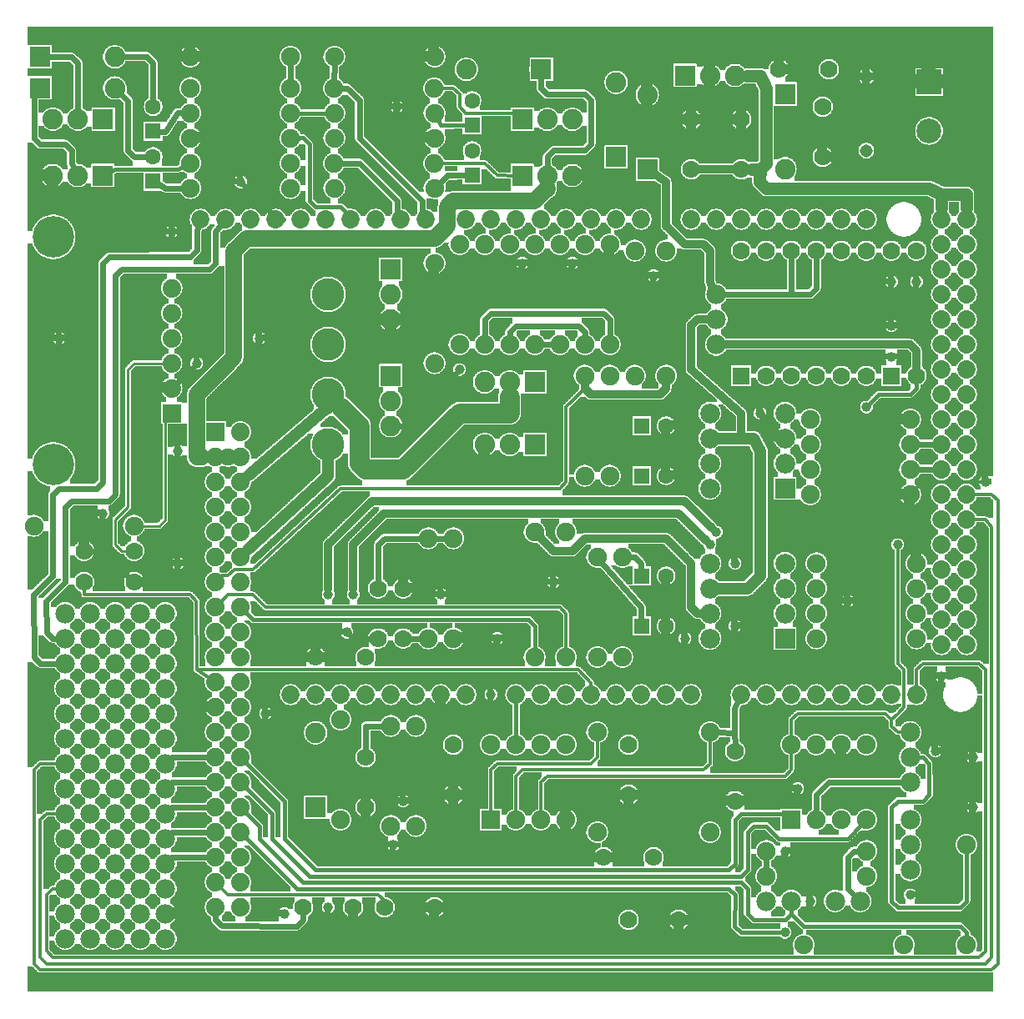
<source format=gbl>
G04 MADE WITH FRITZING*
G04 WWW.FRITZING.ORG*
G04 DOUBLE SIDED*
G04 HOLES PLATED*
G04 CONTOUR ON CENTER OF CONTOUR VECTOR*
%ASAXBY*%
%FSLAX23Y23*%
%MOIN*%
%OFA0B0*%
%SFA1.0B1.0*%
%ADD10C,0.075000*%
%ADD11C,0.039370*%
%ADD12C,0.074000*%
%ADD13C,0.165354*%
%ADD14C,0.070000*%
%ADD15C,0.078000*%
%ADD16C,0.130000*%
%ADD17C,0.072917*%
%ADD18C,0.082000*%
%ADD19C,0.051496*%
%ADD20C,0.079370*%
%ADD21C,0.062992*%
%ADD22C,0.099055*%
%ADD23R,0.074000X0.074000*%
%ADD24R,0.070000X0.070000*%
%ADD25R,0.075000X0.075000*%
%ADD26R,0.082000X0.082000*%
%ADD27R,0.079370X0.079370*%
%ADD28R,0.062992X0.062992*%
%ADD29R,0.099055X0.099055*%
%ADD30C,0.024000*%
%ADD31C,0.048000*%
%ADD32C,0.016000*%
%ADD33C,0.032000*%
%ADD34C,0.012000*%
%ADD35C,0.065000*%
%ADD36C,0.080000*%
%ADD37C,0.050000*%
%ADD38C,0.011111*%
%LNCOPPER0*%
G90*
G70*
G54D10*
X1913Y3406D03*
X1369Y3248D03*
X717Y2837D03*
X508Y2463D03*
X1086Y2142D03*
X1125Y1815D03*
X464Y2830D03*
X694Y1260D03*
X1296Y1398D03*
X97Y1282D03*
X2948Y1096D03*
X1768Y3824D03*
X3666Y1093D03*
X3256Y240D03*
X3639Y240D03*
X679Y488D03*
G54D11*
X2666Y1453D03*
X616Y3078D03*
G54D12*
X616Y2353D03*
X616Y2453D03*
X616Y2553D03*
X616Y2653D03*
X616Y2753D03*
X616Y2853D03*
G54D13*
X144Y2148D03*
X144Y3058D03*
G54D12*
X616Y2353D03*
X616Y2453D03*
X616Y2553D03*
X616Y2653D03*
X616Y2753D03*
X616Y2853D03*
G54D13*
X144Y2148D03*
X144Y3058D03*
G54D11*
X3491Y2878D03*
X3491Y2703D03*
X3491Y2578D03*
X3066Y603D03*
X3116Y853D03*
X3591Y2878D03*
X2216Y2953D03*
X2016Y2953D03*
X966Y2653D03*
X716Y2553D03*
X341Y1953D03*
X641Y2203D03*
X641Y1753D03*
X2866Y1753D03*
X2966Y2353D03*
X3391Y2378D03*
X1502Y628D03*
G54D14*
X3591Y3003D03*
X3591Y2503D03*
X3491Y3003D03*
X3491Y2503D03*
X3391Y3003D03*
X3391Y2503D03*
X3291Y3003D03*
X3291Y2503D03*
X3191Y3003D03*
X3191Y2503D03*
X3091Y3003D03*
X3091Y2503D03*
X2991Y3003D03*
X2991Y2503D03*
X2891Y3003D03*
X2891Y2503D03*
G54D11*
X3866Y2078D03*
X1516Y3578D03*
X3166Y403D03*
X3816Y978D03*
X3816Y778D03*
X891Y3278D03*
X1541Y803D03*
X1891Y1228D03*
G54D10*
X3791Y228D03*
X3791Y628D03*
X3141Y228D03*
X3541Y228D03*
G54D15*
X191Y1553D03*
X291Y1553D03*
X391Y1553D03*
X491Y1553D03*
X591Y1553D03*
X191Y253D03*
X291Y253D03*
X391Y253D03*
X491Y253D03*
X591Y253D03*
X191Y853D03*
X191Y1153D03*
X191Y353D03*
X291Y353D03*
X391Y353D03*
X491Y353D03*
X591Y353D03*
X191Y1353D03*
X191Y1253D03*
X191Y1053D03*
X191Y753D03*
X191Y453D03*
X191Y953D03*
X191Y1453D03*
X191Y653D03*
X191Y553D03*
X291Y853D03*
X291Y1153D03*
X291Y1353D03*
X291Y1253D03*
X291Y1053D03*
X291Y753D03*
X291Y453D03*
X291Y953D03*
X291Y1453D03*
X291Y653D03*
X291Y553D03*
X391Y853D03*
X391Y1153D03*
X391Y1353D03*
X391Y1253D03*
X391Y1053D03*
X391Y753D03*
X391Y453D03*
X391Y953D03*
X391Y1453D03*
X391Y653D03*
X391Y553D03*
X491Y853D03*
X491Y1153D03*
X491Y1353D03*
X491Y1253D03*
X491Y1053D03*
X491Y753D03*
X491Y453D03*
X491Y953D03*
X491Y1453D03*
X491Y653D03*
X491Y553D03*
X591Y453D03*
X591Y553D03*
X591Y653D03*
X591Y753D03*
X591Y853D03*
X591Y953D03*
X591Y1053D03*
X591Y1153D03*
X591Y1253D03*
X591Y1353D03*
X591Y1453D03*
G54D10*
X1891Y728D03*
X1891Y1028D03*
X1991Y728D03*
X1991Y1028D03*
X2091Y728D03*
X2091Y1028D03*
X2191Y728D03*
X2191Y1028D03*
G54D16*
X1241Y2628D03*
X1241Y2828D03*
X1241Y2428D03*
X1241Y2228D03*
G54D11*
X1316Y1478D03*
X3316Y1603D03*
X2866Y1503D03*
X2141Y1678D03*
X1691Y1628D03*
X1241Y378D03*
X1066Y353D03*
X166Y2653D03*
X3566Y428D03*
X2541Y2903D03*
X3066Y278D03*
X2791Y1878D03*
X2766Y1828D03*
X1241Y1628D03*
X1341Y1628D03*
X3516Y1828D03*
G54D10*
X3091Y728D03*
X3091Y1028D03*
X3191Y728D03*
X3191Y1028D03*
X3291Y728D03*
X3291Y1028D03*
X3391Y728D03*
X3391Y1028D03*
G54D12*
X891Y2278D03*
X891Y2178D03*
X891Y2078D03*
X891Y1978D03*
X891Y1878D03*
X891Y1778D03*
X891Y1678D03*
X891Y1578D03*
X891Y1478D03*
X891Y1378D03*
X891Y1278D03*
X891Y1178D03*
X891Y1078D03*
X891Y978D03*
X891Y878D03*
X891Y778D03*
X891Y678D03*
X891Y578D03*
X891Y478D03*
X891Y378D03*
X791Y2278D03*
X791Y2178D03*
X791Y2078D03*
X791Y1978D03*
X791Y1878D03*
X791Y1778D03*
X791Y1678D03*
X791Y1578D03*
X791Y1478D03*
X791Y1378D03*
X791Y1278D03*
X791Y1178D03*
X791Y1078D03*
X791Y978D03*
X791Y878D03*
X791Y778D03*
X791Y678D03*
X791Y578D03*
X791Y478D03*
X791Y378D03*
G54D17*
X2991Y1228D03*
X1391Y1228D03*
X3091Y1228D03*
X3191Y1228D03*
X3291Y1228D03*
X3391Y1228D03*
X3691Y2628D03*
X3491Y1228D03*
X3591Y1228D03*
X1431Y3128D03*
X1991Y1228D03*
X2091Y1228D03*
X2191Y1228D03*
X2291Y1228D03*
X3691Y1828D03*
X2391Y1228D03*
X2491Y1228D03*
X2591Y1228D03*
X2691Y1228D03*
X2191Y3128D03*
X3691Y3028D03*
X3691Y2228D03*
X3691Y1428D03*
X1031Y3128D03*
X1791Y1228D03*
X1791Y3128D03*
X3691Y2828D03*
X3691Y2428D03*
X3691Y2028D03*
X3391Y3128D03*
X3691Y1628D03*
X3291Y3128D03*
X3191Y3128D03*
X3091Y3128D03*
X2991Y3128D03*
X2891Y3128D03*
X2791Y3128D03*
X2691Y3128D03*
X831Y3128D03*
X1231Y3128D03*
X1631Y3128D03*
X1191Y1228D03*
X1591Y1228D03*
X2391Y3128D03*
X1991Y3128D03*
X3691Y3128D03*
X3691Y2928D03*
X3691Y2728D03*
X3691Y2528D03*
X3691Y2328D03*
X3691Y2128D03*
X3691Y1928D03*
X3691Y1728D03*
X3691Y1528D03*
X731Y3128D03*
X931Y3128D03*
X1131Y3128D03*
X1331Y3128D03*
X1531Y3128D03*
X1091Y1228D03*
X1291Y1228D03*
X1491Y1228D03*
X1691Y1228D03*
X2491Y3128D03*
X2291Y3128D03*
X2091Y3128D03*
X1891Y3128D03*
X3791Y3128D03*
X3791Y3028D03*
X3791Y2928D03*
X3791Y2828D03*
X3791Y2728D03*
X3791Y2628D03*
X3791Y2528D03*
X3791Y2428D03*
X3791Y2328D03*
X3791Y2228D03*
X3791Y2128D03*
X3791Y2028D03*
X3791Y1928D03*
X3791Y1828D03*
X3791Y1728D03*
X3791Y1628D03*
X3791Y1528D03*
X3791Y1428D03*
X2891Y1228D03*
G54D18*
X1491Y2503D03*
X1491Y2403D03*
X1491Y2303D03*
X2066Y2478D03*
X1966Y2478D03*
X1866Y2478D03*
X1491Y2928D03*
X1491Y2828D03*
X1491Y2728D03*
X2066Y2228D03*
X1966Y2228D03*
X1866Y2228D03*
G54D14*
X1191Y1378D03*
X1391Y1378D03*
G54D10*
X1291Y728D03*
X1291Y1128D03*
G54D18*
X2516Y3328D03*
X2516Y3626D03*
G54D10*
X466Y1903D03*
X66Y1903D03*
G54D15*
X3566Y528D03*
X3566Y628D03*
X3566Y728D03*
X3566Y1078D03*
X3566Y978D03*
X3566Y878D03*
X2791Y2828D03*
X2791Y2728D03*
X2791Y2628D03*
G54D10*
X2991Y603D03*
X3391Y603D03*
X2991Y503D03*
X3391Y503D03*
G54D15*
X2991Y403D03*
X3091Y403D03*
X3266Y403D03*
X3366Y403D03*
G54D10*
X3591Y1453D03*
X3191Y1453D03*
X2366Y3028D03*
X2366Y2628D03*
X2266Y3028D03*
X2266Y2628D03*
X3566Y2028D03*
X3166Y2028D03*
X3591Y1753D03*
X3191Y1753D03*
X2166Y3028D03*
X2166Y2628D03*
X1666Y2953D03*
X1666Y2553D03*
X3566Y2328D03*
X3166Y2328D03*
G54D18*
X2666Y3703D03*
X2766Y3703D03*
X2866Y3703D03*
G54D14*
X3041Y3728D03*
X3241Y3728D03*
X2891Y3528D03*
X2891Y3328D03*
X3216Y3378D03*
X3216Y3578D03*
X2691Y3528D03*
X2691Y3328D03*
G54D18*
X3066Y3628D03*
X3066Y3330D03*
G54D19*
X3391Y3403D03*
X3391Y3698D03*
G54D20*
X3066Y1453D03*
X2766Y1453D03*
X3066Y1553D03*
X2766Y1553D03*
X3066Y1653D03*
X2766Y1653D03*
X3066Y1753D03*
X2766Y1753D03*
X3066Y2053D03*
X2766Y2053D03*
X3066Y2153D03*
X2766Y2153D03*
X3066Y2253D03*
X2766Y2253D03*
X3066Y2353D03*
X2766Y2353D03*
G54D10*
X3591Y1553D03*
X3191Y1553D03*
X1866Y3028D03*
X1866Y2628D03*
X1966Y3028D03*
X1966Y2628D03*
X3566Y2128D03*
X3166Y2128D03*
X3591Y1653D03*
X3191Y1653D03*
X2066Y3028D03*
X2066Y2628D03*
X1766Y3028D03*
X1766Y2628D03*
X3566Y2228D03*
X3166Y2228D03*
X2066Y1378D03*
X2066Y1878D03*
X2591Y2503D03*
X2591Y3003D03*
X2191Y1878D03*
X2191Y1378D03*
X2466Y3003D03*
X2466Y2503D03*
X2416Y1778D03*
X2416Y1378D03*
X2266Y2103D03*
X2266Y2503D03*
X2316Y1778D03*
X2316Y1378D03*
X2366Y2103D03*
X2366Y2503D03*
G54D21*
X2493Y1703D03*
X2591Y1703D03*
X2493Y2303D03*
X2591Y2303D03*
X2493Y1503D03*
X2591Y1503D03*
X2493Y2103D03*
X2591Y2103D03*
G54D10*
X1741Y1853D03*
X1741Y1453D03*
G54D14*
X1741Y828D03*
X1741Y1028D03*
X1666Y378D03*
X1466Y378D03*
X1391Y778D03*
X1391Y978D03*
X1341Y378D03*
X1141Y378D03*
G54D10*
X1591Y703D03*
X1591Y1103D03*
X1491Y703D03*
X1491Y1103D03*
G54D18*
X1191Y778D03*
X1191Y1076D03*
G54D14*
X2866Y803D03*
X2866Y1003D03*
X266Y1678D03*
X466Y1678D03*
X2441Y828D03*
X2441Y1028D03*
X266Y1803D03*
X466Y1803D03*
X2341Y578D03*
X2541Y578D03*
X2641Y328D03*
X2441Y328D03*
G54D10*
X2766Y678D03*
X2766Y1078D03*
X2316Y678D03*
X2316Y1078D03*
G54D14*
X1441Y1453D03*
X1441Y1653D03*
X1541Y1653D03*
X1541Y1453D03*
G54D10*
X1641Y1853D03*
X1641Y1453D03*
X1091Y3253D03*
X691Y3253D03*
X1266Y3253D03*
X1666Y3253D03*
X1091Y3553D03*
X691Y3553D03*
X1266Y3553D03*
X1666Y3553D03*
G54D21*
X542Y3281D03*
X542Y3379D03*
X1816Y3305D03*
X1816Y3403D03*
X542Y3481D03*
X542Y3579D03*
X1816Y3505D03*
X1816Y3603D03*
G54D18*
X91Y3653D03*
X389Y3653D03*
X2091Y3728D03*
X1793Y3728D03*
X91Y3778D03*
X389Y3778D03*
X2391Y3378D03*
X2391Y3676D03*
X341Y3303D03*
X241Y3303D03*
X141Y3303D03*
X2016Y3303D03*
X2116Y3303D03*
X2216Y3303D03*
X342Y3529D03*
X242Y3529D03*
X142Y3529D03*
X2016Y3528D03*
X2116Y3528D03*
X2216Y3528D03*
G54D10*
X1091Y3353D03*
X691Y3353D03*
X1265Y3352D03*
X1665Y3352D03*
X1091Y3653D03*
X691Y3653D03*
X1265Y3652D03*
X1665Y3652D03*
X1091Y3453D03*
X691Y3453D03*
X1266Y3453D03*
X1666Y3453D03*
X1091Y3778D03*
X691Y3778D03*
X1266Y3778D03*
X1666Y3778D03*
G54D22*
X3641Y3678D03*
X3641Y3481D03*
G54D11*
X1766Y2528D03*
X991Y1153D03*
X1916Y1453D03*
X3666Y1003D03*
X3691Y1303D03*
G54D23*
X616Y2353D03*
X616Y2353D03*
G54D24*
X2891Y2503D03*
X3491Y2503D03*
G54D25*
X1891Y728D03*
X3091Y728D03*
G54D23*
X791Y2278D03*
G54D26*
X1491Y2503D03*
X2066Y2478D03*
X1491Y2928D03*
X2066Y2228D03*
X2516Y3327D03*
X2666Y3703D03*
X3066Y3629D03*
G54D27*
X3066Y1453D03*
X3066Y2053D03*
G54D28*
X2493Y1703D03*
X2493Y2303D03*
X2493Y1503D03*
X2493Y2103D03*
G54D26*
X1191Y777D03*
G54D28*
X542Y3281D03*
X1816Y3305D03*
X542Y3481D03*
X1816Y3505D03*
G54D26*
X90Y3653D03*
X2092Y3728D03*
X90Y3778D03*
X2391Y3377D03*
X341Y3303D03*
X2016Y3303D03*
X342Y3529D03*
X2016Y3528D03*
G54D29*
X3641Y3678D03*
G54D30*
X703Y2540D02*
X638Y2475D01*
D02*
X3595Y2228D02*
X3661Y2228D01*
D02*
X3661Y2128D02*
X3595Y2128D01*
G54D31*
D02*
X2917Y1653D02*
X2766Y1653D01*
D02*
X2966Y1703D02*
X2917Y1653D01*
G54D32*
D02*
X3440Y2428D02*
X3401Y2388D01*
G54D33*
D02*
X2981Y2334D02*
X3043Y2254D01*
D02*
X3043Y2254D02*
X3030Y2254D01*
G54D30*
D02*
X615Y578D02*
X612Y575D01*
D02*
X760Y578D02*
X615Y578D01*
G54D34*
D02*
X3616Y2078D02*
X3582Y2044D01*
D02*
X3853Y2078D02*
X3616Y2078D01*
G54D30*
D02*
X1040Y3128D02*
X1042Y3128D01*
D02*
X1042Y3128D02*
X1061Y3128D01*
D02*
X905Y3265D02*
X1040Y3128D01*
D02*
X616Y979D02*
X612Y974D01*
D02*
X616Y778D02*
X613Y774D01*
D02*
X616Y678D02*
X613Y674D01*
G54D34*
D02*
X91Y953D02*
X167Y953D01*
D02*
X116Y753D02*
X167Y753D01*
D02*
X142Y453D02*
X167Y453D01*
G54D30*
D02*
X91Y1353D02*
X161Y1353D01*
D02*
X141Y1453D02*
X161Y1453D01*
D02*
X341Y1803D02*
X292Y1803D01*
D02*
X448Y1696D02*
X341Y1803D01*
D02*
X617Y879D02*
X612Y874D01*
G54D32*
D02*
X1991Y1177D02*
X1991Y1051D01*
G54D30*
D02*
X1391Y1103D02*
X1463Y1103D01*
D02*
X1391Y1004D02*
X1391Y1103D01*
G54D34*
D02*
X1917Y953D02*
X2291Y952D01*
D02*
X2316Y977D02*
X2316Y1055D01*
D02*
X2291Y952D02*
X2316Y977D01*
D02*
X1891Y928D02*
X1917Y953D01*
D02*
X1891Y751D02*
X1891Y928D01*
D02*
X2742Y928D02*
X2767Y952D01*
D02*
X2767Y952D02*
X2766Y1055D01*
D02*
X2016Y928D02*
X2742Y928D01*
D02*
X1991Y903D02*
X2016Y928D01*
D02*
X1991Y751D02*
X1991Y903D01*
D02*
X3091Y928D02*
X3066Y903D01*
D02*
X2116Y903D02*
X2091Y878D01*
D02*
X3091Y1005D02*
X3091Y928D01*
D02*
X3066Y903D02*
X2116Y903D01*
D02*
X2091Y878D02*
X2091Y751D01*
G54D35*
D02*
X845Y2178D02*
X838Y2178D01*
G54D31*
D02*
X1242Y2103D02*
X1241Y2171D01*
D02*
X922Y1807D02*
X1242Y2103D01*
D02*
X1242Y2377D02*
X1242Y2371D01*
D02*
X923Y2105D02*
X1242Y2377D01*
G54D30*
D02*
X760Y978D02*
X616Y979D01*
D02*
X760Y878D02*
X617Y879D01*
D02*
X760Y778D02*
X616Y778D01*
D02*
X760Y678D02*
X616Y678D01*
G54D34*
D02*
X941Y1728D02*
X1291Y2052D01*
D02*
X867Y1728D02*
X941Y1728D01*
D02*
X2167Y2052D02*
X2191Y2078D01*
D02*
X1291Y2052D02*
X2167Y2052D01*
D02*
X842Y1704D02*
X867Y1728D01*
D02*
X816Y1704D02*
X842Y1704D01*
D02*
X809Y1696D02*
X816Y1704D01*
D02*
X2191Y2078D02*
X2191Y2377D01*
D02*
X2191Y2377D02*
X2266Y2453D01*
D02*
X2266Y2453D02*
X2266Y2480D01*
G54D36*
D02*
X1366Y2153D02*
X1391Y2128D01*
D02*
X1366Y2303D02*
X1366Y2153D01*
D02*
X1391Y2128D02*
X1541Y2128D01*
D02*
X1541Y2128D02*
X1766Y2353D01*
D02*
X1766Y2353D02*
X1966Y2353D01*
D02*
X1966Y2353D02*
X1966Y2418D01*
D02*
X1293Y2376D02*
X1366Y2303D01*
G54D32*
D02*
X1991Y1203D02*
X1991Y1177D01*
G54D37*
D02*
X3641Y3252D02*
X3691Y3228D01*
D02*
X2991Y3252D02*
X3641Y3252D01*
D02*
X2965Y3278D02*
X2991Y3252D01*
D02*
X3691Y3228D02*
X3691Y3175D01*
D02*
X2967Y3328D02*
X2965Y3278D01*
D02*
X3791Y3228D02*
X3791Y3175D01*
D02*
X3691Y3228D02*
X3791Y3228D01*
G54D34*
D02*
X716Y1328D02*
X770Y1292D01*
G54D30*
D02*
X3091Y2828D02*
X3166Y2828D01*
D02*
X3191Y2853D02*
X3191Y2977D01*
D02*
X3166Y2828D02*
X3191Y2853D01*
D02*
X3091Y2828D02*
X3091Y2977D01*
D02*
X2821Y2828D02*
X3091Y2828D01*
G54D33*
D02*
X3591Y2603D02*
X3591Y2535D01*
D02*
X3567Y2628D02*
X3591Y2603D01*
D02*
X2827Y2628D02*
X3567Y2628D01*
G54D32*
D02*
X3440Y2428D02*
X3566Y2428D01*
D02*
X3591Y2453D02*
X3591Y2482D01*
D02*
X3566Y2428D02*
X3591Y2453D01*
D02*
X2891Y479D02*
X2917Y453D01*
D02*
X2917Y453D02*
X2916Y353D01*
D02*
X2916Y353D02*
X2941Y328D01*
D02*
X2941Y328D02*
X3066Y328D01*
D02*
X1142Y479D02*
X2891Y479D01*
D02*
X3066Y328D02*
X3091Y353D01*
D02*
X3091Y353D02*
X3091Y378D01*
D02*
X966Y653D02*
X1142Y479D01*
D02*
X966Y703D02*
X966Y653D01*
D02*
X909Y760D02*
X966Y703D01*
D02*
X2841Y453D02*
X1117Y453D01*
D02*
X2866Y428D02*
X2841Y453D01*
D02*
X2865Y302D02*
X2866Y428D01*
D02*
X1117Y453D02*
X909Y660D01*
D02*
X2891Y277D02*
X2865Y302D01*
D02*
X3053Y278D02*
X2891Y277D01*
G54D30*
D02*
X791Y328D02*
X791Y347D01*
D02*
X816Y304D02*
X791Y328D01*
D02*
X1116Y303D02*
X816Y304D01*
D02*
X1141Y328D02*
X1116Y303D01*
D02*
X1141Y352D02*
X1141Y328D01*
G54D34*
D02*
X1440Y428D02*
X840Y428D01*
D02*
X840Y428D02*
X809Y460D01*
D02*
X1467Y404D02*
X1440Y428D01*
D02*
X1467Y399D02*
X1467Y404D01*
D02*
X116Y428D02*
X116Y204D01*
D02*
X116Y204D02*
X142Y177D01*
D02*
X142Y453D02*
X116Y428D01*
D02*
X142Y177D02*
X3840Y177D01*
D02*
X3840Y177D02*
X3866Y203D01*
D02*
X3866Y203D02*
X3867Y1328D01*
D02*
X3616Y1352D02*
X3591Y1328D01*
D02*
X3842Y1352D02*
X3616Y1352D01*
D02*
X3591Y1328D02*
X3591Y1253D01*
D02*
X3867Y1328D02*
X3842Y1352D01*
D02*
X91Y728D02*
X91Y179D01*
D02*
X116Y753D02*
X91Y728D01*
D02*
X91Y179D02*
X116Y152D01*
D02*
X3866Y153D02*
X3891Y177D01*
D02*
X3867Y1928D02*
X3816Y1928D01*
D02*
X116Y152D02*
X3866Y153D01*
D02*
X3891Y177D02*
X3891Y1900D01*
D02*
X3891Y1900D02*
X3867Y1928D01*
D02*
X91Y953D02*
X67Y928D01*
D02*
X67Y928D02*
X67Y152D01*
D02*
X67Y152D02*
X91Y128D01*
D02*
X3917Y153D02*
X3916Y2004D01*
D02*
X3916Y2004D02*
X3891Y2028D01*
D02*
X91Y128D02*
X3891Y128D01*
D02*
X3891Y128D02*
X3917Y153D01*
D02*
X3891Y2028D02*
X3816Y2028D01*
D02*
X3517Y1079D02*
X3542Y1078D01*
D02*
X3491Y1103D02*
X3517Y1079D01*
D02*
X3491Y1128D02*
X3491Y1103D01*
G54D32*
D02*
X2891Y753D02*
X3066Y753D01*
D02*
X2866Y728D02*
X2891Y753D01*
D02*
X2866Y553D02*
X2866Y728D01*
D02*
X2842Y528D02*
X2866Y553D01*
D02*
X1191Y528D02*
X2842Y528D01*
D02*
X1067Y653D02*
X1191Y528D01*
D02*
X1066Y803D02*
X1067Y653D01*
D02*
X3066Y753D02*
X3075Y744D01*
D02*
X909Y960D02*
X1066Y803D01*
D02*
X1017Y753D02*
X1017Y653D01*
D02*
X2891Y503D02*
X2917Y528D01*
D02*
X1166Y503D02*
X2891Y503D01*
D02*
X1017Y653D02*
X1166Y503D01*
D02*
X2917Y528D02*
X2917Y677D01*
D02*
X2940Y703D02*
X2991Y703D01*
D02*
X2917Y677D02*
X2940Y703D01*
D02*
X2991Y703D02*
X3042Y653D01*
D02*
X3042Y653D02*
X3317Y653D01*
D02*
X3317Y653D02*
X3375Y712D01*
D02*
X909Y860D02*
X1017Y753D01*
G54D34*
D02*
X991Y1577D02*
X2166Y1577D01*
D02*
X2166Y1577D02*
X2191Y1553D01*
D02*
X942Y1628D02*
X991Y1577D01*
D02*
X2191Y1553D02*
X2191Y1401D01*
D02*
X840Y1628D02*
X942Y1628D01*
D02*
X809Y1596D02*
X840Y1628D01*
G54D32*
D02*
X909Y1560D02*
X942Y1528D01*
D02*
X942Y1528D02*
X2042Y1528D01*
D02*
X2042Y1528D02*
X2066Y1503D01*
D02*
X2066Y1503D02*
X2066Y1401D01*
G54D33*
D02*
X1241Y1828D02*
X1417Y2002D01*
D02*
X1417Y2002D02*
X2665Y2002D01*
D02*
X2665Y2002D02*
X2774Y1895D01*
D02*
X1241Y1653D02*
X1241Y1828D01*
D02*
X1342Y1652D02*
X1342Y1653D01*
D02*
X1341Y1828D02*
X1342Y1652D01*
D02*
X1465Y1952D02*
X1341Y1828D01*
D02*
X2641Y1953D02*
X1465Y1952D01*
D02*
X2749Y1845D02*
X2641Y1953D01*
G54D30*
D02*
X1467Y1852D02*
X1613Y1853D01*
D02*
X1442Y1828D02*
X1467Y1852D01*
D02*
X1441Y1679D02*
X1442Y1828D01*
D02*
X342Y2077D02*
X317Y2053D01*
D02*
X317Y2053D02*
X167Y2052D01*
D02*
X66Y1378D02*
X91Y1353D01*
D02*
X65Y1628D02*
X66Y1378D01*
D02*
X141Y1702D02*
X65Y1628D01*
D02*
X141Y2028D02*
X141Y1702D01*
D02*
X167Y2052D02*
X141Y2028D01*
D02*
X342Y2952D02*
X342Y2077D01*
D02*
X691Y2979D02*
X367Y2977D01*
D02*
X716Y3079D02*
X716Y3004D01*
D02*
X716Y3004D02*
X691Y2979D01*
D02*
X367Y2977D02*
X342Y2952D01*
D02*
X722Y3099D02*
X716Y3079D01*
D02*
X391Y2028D02*
X366Y2003D01*
D02*
X791Y2952D02*
X767Y2928D01*
D02*
X791Y3078D02*
X791Y2952D01*
D02*
X767Y2928D02*
X416Y2928D01*
D02*
X416Y2928D02*
X391Y2904D01*
D02*
X391Y2904D02*
X391Y2028D01*
D02*
X366Y2003D02*
X217Y2002D01*
D02*
X116Y1477D02*
X141Y1453D01*
D02*
X115Y1602D02*
X116Y1477D01*
D02*
X191Y1978D02*
X191Y1678D01*
D02*
X191Y1678D02*
X115Y1602D01*
D02*
X217Y2002D02*
X191Y1978D01*
D02*
X812Y3104D02*
X791Y3078D01*
G54D38*
D02*
X466Y2553D02*
X442Y2528D01*
D02*
X591Y2553D02*
X466Y2553D01*
D02*
X417Y1803D02*
X446Y1803D01*
D02*
X391Y1828D02*
X417Y1803D01*
D02*
X391Y1928D02*
X391Y1828D01*
D02*
X442Y1977D02*
X391Y1928D01*
D02*
X442Y2528D02*
X442Y1977D01*
G54D33*
D02*
X2266Y1853D02*
X2216Y1803D01*
D02*
X2216Y1803D02*
X2141Y1803D01*
D02*
X2141Y1803D02*
X2090Y1854D01*
D02*
X2591Y1853D02*
X2266Y1853D01*
D02*
X2667Y1777D02*
X2591Y1853D01*
D02*
X2666Y1777D02*
X2667Y1777D01*
D02*
X2691Y1753D02*
X2666Y1777D01*
D02*
X2691Y1578D02*
X2691Y1753D01*
D02*
X2716Y1553D02*
X2691Y1578D01*
D02*
X2730Y1553D02*
X2716Y1553D01*
G54D31*
D02*
X2808Y2253D02*
X2941Y2252D01*
G54D33*
D02*
X2691Y2704D02*
X2716Y2728D01*
D02*
X2891Y2252D02*
X2891Y2352D01*
D02*
X2891Y2352D02*
X2691Y2528D01*
D02*
X2691Y2528D02*
X2691Y2704D01*
D02*
X2941Y2252D02*
X2891Y2252D01*
D02*
X2716Y2728D02*
X2756Y2728D01*
G54D31*
D02*
X2966Y2203D02*
X2966Y1703D01*
D02*
X2941Y2252D02*
X2966Y2203D01*
G54D33*
D02*
X2567Y2428D02*
X2591Y2453D01*
D02*
X2591Y2453D02*
X2591Y2469D01*
D02*
X2291Y2428D02*
X2567Y2428D01*
D02*
X2267Y2453D02*
X2291Y2428D01*
D02*
X2266Y2469D02*
X2267Y2453D01*
G54D30*
D02*
X1265Y3681D02*
X1266Y3749D01*
D02*
X1091Y3749D02*
X1091Y3682D01*
G54D32*
D02*
X1114Y3553D02*
X1243Y3553D01*
G54D30*
D02*
X2866Y1029D02*
X2865Y1076D01*
D02*
X1891Y2753D02*
X2342Y2753D01*
D02*
X2342Y2753D02*
X2367Y2728D01*
D02*
X2367Y2728D02*
X2366Y2657D01*
D02*
X1867Y2728D02*
X1891Y2753D01*
D02*
X1866Y2657D02*
X1867Y2728D01*
D02*
X2095Y2628D02*
X2138Y2628D01*
D02*
X2241Y2703D02*
X2266Y2677D01*
D02*
X1991Y2703D02*
X2241Y2703D01*
D02*
X1967Y2677D02*
X1991Y2703D01*
D02*
X2266Y2677D02*
X2266Y2657D01*
D02*
X1966Y2657D02*
X1967Y2677D01*
G54D33*
D02*
X2591Y3278D02*
X2591Y3102D01*
D02*
X2766Y3003D02*
X2766Y2879D01*
D02*
X2766Y2879D02*
X2775Y2860D01*
D02*
X2740Y3028D02*
X2766Y3003D01*
D02*
X2666Y3028D02*
X2740Y3028D01*
D02*
X2591Y3102D02*
X2666Y3028D01*
D02*
X2548Y3307D02*
X2591Y3278D01*
G54D30*
D02*
X1670Y1853D02*
X1713Y1853D01*
G54D34*
D02*
X691Y1628D02*
X267Y1628D01*
D02*
X267Y1628D02*
X267Y1657D01*
D02*
X715Y1602D02*
X691Y1628D01*
D02*
X716Y1328D02*
X715Y1602D01*
D02*
X1043Y1328D02*
X716Y1328D01*
D02*
X2291Y1276D02*
X2241Y1328D01*
D02*
X2291Y1253D02*
X2291Y1276D01*
G54D38*
D02*
X566Y1903D02*
X489Y1903D01*
D02*
X591Y1928D02*
X566Y1903D01*
D02*
X591Y2328D02*
X591Y1928D01*
D02*
X598Y2335D02*
X591Y2328D01*
G54D30*
D02*
X3317Y577D02*
X3317Y453D01*
D02*
X3340Y603D02*
X3317Y577D01*
D02*
X3363Y603D02*
X3340Y603D01*
D02*
X2991Y574D02*
X2991Y532D01*
G54D32*
D02*
X3766Y303D02*
X3142Y303D01*
D02*
X3791Y277D02*
X3766Y303D01*
D02*
X3142Y303D02*
X3091Y353D01*
D02*
X3791Y251D02*
X3791Y277D01*
D02*
X3091Y353D02*
X3091Y378D01*
D02*
X3766Y377D02*
X3791Y403D01*
D02*
X3791Y403D02*
X3791Y605D01*
D02*
X3517Y377D02*
X3766Y377D01*
D02*
X3491Y403D02*
X3517Y377D01*
D02*
X3491Y777D02*
X3491Y403D01*
D02*
X3617Y803D02*
X3517Y803D01*
D02*
X3517Y803D02*
X3491Y777D01*
D02*
X3642Y828D02*
X3617Y803D01*
D02*
X3617Y977D02*
X3640Y953D01*
D02*
X3640Y953D02*
X3642Y828D01*
D02*
X3591Y978D02*
X3617Y977D01*
G54D30*
D02*
X3242Y877D02*
X3536Y878D01*
D02*
X3191Y828D02*
X3242Y877D01*
D02*
X3191Y757D02*
X3191Y828D01*
D02*
X2467Y1778D02*
X2445Y1778D01*
D02*
X2491Y1752D02*
X2467Y1778D01*
D02*
X2492Y1730D02*
X2491Y1752D01*
D02*
X2491Y1578D02*
X2335Y1756D01*
D02*
X2492Y1530D02*
X2491Y1578D01*
G54D37*
D02*
X2967Y3702D02*
X2991Y3652D01*
D02*
X2967Y3328D02*
X2934Y3328D01*
D02*
X2991Y3352D02*
X2967Y3328D01*
D02*
X2991Y3652D02*
X2991Y3352D01*
D02*
X2915Y3703D02*
X2967Y3702D01*
G54D33*
D02*
X2860Y3328D02*
X2723Y3328D01*
G54D32*
D02*
X641Y3328D02*
X671Y3343D01*
D02*
X391Y3328D02*
X641Y3328D01*
D02*
X365Y3315D02*
X391Y3328D01*
G54D30*
D02*
X1517Y3203D02*
X1367Y3352D01*
D02*
X1517Y3153D02*
X1517Y3203D01*
D02*
X1516Y3154D02*
X1517Y3153D01*
D02*
X1367Y3352D02*
X1294Y3352D01*
D02*
X1615Y3154D02*
X1616Y3152D01*
D02*
X1616Y3203D02*
X1367Y3452D01*
D02*
X1616Y3152D02*
X1616Y3203D01*
G54D32*
D02*
X1141Y3454D02*
X1114Y3453D01*
D02*
X1167Y3202D02*
X1166Y3428D01*
D02*
X1166Y3428D02*
X1141Y3454D01*
D02*
X1191Y3178D02*
X1167Y3202D01*
D02*
X1317Y3153D02*
X1291Y3178D01*
D02*
X1291Y3178D02*
X1191Y3178D01*
D02*
X1319Y3149D02*
X1317Y3153D01*
G54D30*
D02*
X1613Y1453D02*
X1567Y1453D01*
G54D32*
D02*
X1691Y3504D02*
X1795Y3504D01*
D02*
X1677Y3532D02*
X1691Y3504D01*
G54D34*
D02*
X1991Y3552D02*
X1791Y3552D01*
D02*
X1767Y3578D02*
X1767Y3628D01*
D02*
X1741Y3652D02*
X1691Y3652D01*
D02*
X1767Y3628D02*
X1741Y3652D01*
D02*
X1691Y3652D02*
X1688Y3652D01*
D02*
X1791Y3552D02*
X1767Y3578D01*
D02*
X1997Y3547D02*
X1991Y3552D01*
G54D30*
D02*
X2291Y3604D02*
X2291Y3428D01*
D02*
X2091Y3652D02*
X2116Y3628D01*
D02*
X2116Y3628D02*
X2267Y3628D01*
D02*
X2291Y3428D02*
X2267Y3404D01*
D02*
X2142Y3404D02*
X2116Y3377D01*
D02*
X2267Y3628D02*
X2291Y3604D01*
D02*
X2116Y3377D02*
X2116Y3335D01*
D02*
X2267Y3404D02*
X2142Y3404D01*
D02*
X2091Y3696D02*
X2091Y3652D01*
D02*
X216Y3777D02*
X123Y3778D01*
D02*
X242Y3752D02*
X216Y3777D01*
D02*
X242Y3561D02*
X242Y3752D01*
D02*
X191Y3428D02*
X91Y3428D01*
D02*
X216Y3404D02*
X191Y3428D01*
D02*
X216Y3352D02*
X216Y3404D01*
D02*
X67Y3628D02*
X69Y3630D01*
D02*
X67Y3452D02*
X67Y3628D01*
D02*
X91Y3428D02*
X67Y3452D01*
D02*
X226Y3332D02*
X216Y3352D01*
D02*
X542Y3752D02*
X516Y3779D01*
D02*
X516Y3779D02*
X421Y3778D01*
D02*
X542Y3606D02*
X542Y3752D01*
D02*
X442Y3403D02*
X442Y3603D01*
D02*
X466Y3379D02*
X442Y3403D01*
D02*
X442Y3603D02*
X412Y3631D01*
D02*
X515Y3379D02*
X466Y3379D01*
D02*
X663Y3554D02*
X639Y3554D01*
D02*
X591Y3479D02*
X569Y3480D01*
D02*
X639Y3554D02*
X591Y3479D01*
D02*
X591Y3253D02*
X566Y3268D01*
D02*
X663Y3253D02*
X591Y3253D01*
D02*
X1717Y3304D02*
X1789Y3304D01*
D02*
X1686Y3273D02*
X1717Y3304D01*
G54D34*
D02*
X1916Y3304D02*
X1990Y3303D01*
D02*
X1867Y3352D02*
X1916Y3304D01*
D02*
X1688Y3352D02*
X1867Y3352D01*
D02*
X2241Y1328D02*
X1043Y1328D01*
G54D30*
D02*
X3317Y453D02*
X3345Y424D01*
G54D35*
D02*
X2116Y3253D02*
X2116Y3249D01*
D02*
X2065Y3202D02*
X2116Y3253D01*
D02*
X1741Y3202D02*
X2065Y3202D01*
D02*
X1717Y3178D02*
X1741Y3202D01*
D02*
X1717Y3102D02*
X1717Y3178D01*
D02*
X1667Y3052D02*
X1717Y3102D01*
D02*
X917Y3052D02*
X1667Y3052D01*
D02*
X865Y3002D02*
X917Y3052D01*
D02*
X841Y2552D02*
X865Y2578D01*
D02*
X865Y2578D02*
X865Y3002D01*
D02*
X716Y2177D02*
X716Y2428D01*
D02*
X716Y2428D02*
X841Y2552D01*
D02*
X738Y2177D02*
X716Y2177D01*
G54D30*
D02*
X1367Y3452D02*
X1367Y3604D01*
D02*
X1316Y3652D02*
X1294Y3652D01*
D02*
X1367Y3604D02*
X1316Y3652D01*
G54D34*
D02*
X3517Y1153D02*
X3491Y1128D01*
D02*
X3117Y1153D02*
X3091Y1128D01*
D02*
X3466Y1153D02*
X3117Y1153D01*
D02*
X3491Y1128D02*
X3466Y1153D01*
D02*
X3542Y1179D02*
X3517Y1153D01*
D02*
X3091Y1128D02*
X3091Y1051D01*
D02*
X3542Y1328D02*
X3542Y1179D01*
D02*
X3516Y1352D02*
X3542Y1328D01*
D02*
X3516Y1815D02*
X3516Y1352D01*
G54D30*
D02*
X2865Y1176D02*
X2878Y1201D01*
D02*
X2865Y1076D02*
X2865Y1176D01*
D02*
X2865Y1076D02*
X2795Y1077D01*
D02*
X1541Y2303D02*
X1523Y2303D01*
D02*
X1753Y2515D02*
X1541Y2303D01*
D02*
X1415Y1453D02*
X1341Y1453D01*
D02*
X1341Y1453D02*
X1330Y1465D01*
G36*
X138Y3759D02*
X138Y3731D01*
X40Y3731D01*
X40Y3701D01*
X136Y3701D01*
X136Y3699D01*
X138Y3699D01*
X138Y3607D01*
X84Y3607D01*
X84Y3575D01*
X154Y3575D01*
X154Y3573D01*
X160Y3573D01*
X160Y3571D01*
X164Y3571D01*
X164Y3569D01*
X168Y3569D01*
X168Y3567D01*
X170Y3567D01*
X170Y3565D01*
X174Y3565D01*
X174Y3563D01*
X176Y3563D01*
X176Y3561D01*
X178Y3561D01*
X178Y3557D01*
X180Y3557D01*
X180Y3555D01*
X182Y3555D01*
X182Y3551D01*
X202Y3551D01*
X202Y3555D01*
X204Y3555D01*
X204Y3557D01*
X206Y3557D01*
X206Y3559D01*
X208Y3559D01*
X208Y3563D01*
X212Y3563D01*
X212Y3565D01*
X214Y3565D01*
X214Y3567D01*
X216Y3567D01*
X216Y3569D01*
X220Y3569D01*
X220Y3571D01*
X224Y3571D01*
X224Y3745D01*
X222Y3745D01*
X222Y3747D01*
X220Y3747D01*
X220Y3749D01*
X218Y3749D01*
X218Y3751D01*
X216Y3751D01*
X216Y3753D01*
X214Y3753D01*
X214Y3755D01*
X212Y3755D01*
X212Y3757D01*
X210Y3757D01*
X210Y3759D01*
X138Y3759D01*
G37*
D02*
G36*
X84Y3575D02*
X84Y3555D01*
X104Y3555D01*
X104Y3557D01*
X106Y3557D01*
X106Y3559D01*
X108Y3559D01*
X108Y3563D01*
X112Y3563D01*
X112Y3565D01*
X114Y3565D01*
X114Y3567D01*
X116Y3567D01*
X116Y3569D01*
X120Y3569D01*
X120Y3571D01*
X124Y3571D01*
X124Y3573D01*
X130Y3573D01*
X130Y3575D01*
X84Y3575D01*
G37*
D02*
G36*
X1706Y3641D02*
X1706Y3635D01*
X1704Y3635D01*
X1704Y3631D01*
X1702Y3631D01*
X1702Y3627D01*
X1700Y3627D01*
X1700Y3625D01*
X1698Y3625D01*
X1698Y3623D01*
X1696Y3623D01*
X1696Y3621D01*
X1694Y3621D01*
X1694Y3619D01*
X1692Y3619D01*
X1692Y3617D01*
X1690Y3617D01*
X1690Y3615D01*
X1686Y3615D01*
X1686Y3613D01*
X1682Y3613D01*
X1682Y3593D01*
X1686Y3593D01*
X1686Y3591D01*
X1688Y3591D01*
X1688Y3589D01*
X1692Y3589D01*
X1692Y3587D01*
X1694Y3587D01*
X1694Y3585D01*
X1696Y3585D01*
X1696Y3583D01*
X1698Y3583D01*
X1698Y3581D01*
X1700Y3581D01*
X1700Y3579D01*
X1702Y3579D01*
X1702Y3575D01*
X1704Y3575D01*
X1704Y3573D01*
X1706Y3573D01*
X1706Y3567D01*
X1708Y3567D01*
X1708Y3561D01*
X1710Y3561D01*
X1710Y3545D01*
X1708Y3545D01*
X1708Y3539D01*
X1706Y3539D01*
X1706Y3517D01*
X1744Y3517D01*
X1744Y3519D01*
X1778Y3519D01*
X1778Y3549D01*
X1776Y3549D01*
X1776Y3553D01*
X1774Y3553D01*
X1774Y3555D01*
X1772Y3555D01*
X1772Y3557D01*
X1770Y3557D01*
X1770Y3559D01*
X1768Y3559D01*
X1768Y3561D01*
X1766Y3561D01*
X1766Y3563D01*
X1764Y3563D01*
X1764Y3565D01*
X1762Y3565D01*
X1762Y3567D01*
X1760Y3567D01*
X1760Y3569D01*
X1758Y3569D01*
X1758Y3571D01*
X1756Y3571D01*
X1756Y3575D01*
X1754Y3575D01*
X1754Y3625D01*
X1752Y3625D01*
X1752Y3627D01*
X1750Y3627D01*
X1750Y3629D01*
X1748Y3629D01*
X1748Y3631D01*
X1746Y3631D01*
X1746Y3633D01*
X1744Y3633D01*
X1744Y3635D01*
X1742Y3635D01*
X1742Y3637D01*
X1738Y3637D01*
X1738Y3639D01*
X1736Y3639D01*
X1736Y3641D01*
X1706Y3641D01*
G37*
D02*
G36*
X1298Y3625D02*
X1298Y3623D01*
X1296Y3623D01*
X1296Y3621D01*
X1294Y3621D01*
X1294Y3619D01*
X1292Y3619D01*
X1292Y3617D01*
X1290Y3617D01*
X1290Y3615D01*
X1286Y3615D01*
X1286Y3613D01*
X1282Y3613D01*
X1282Y3593D01*
X1286Y3593D01*
X1286Y3591D01*
X1288Y3591D01*
X1288Y3589D01*
X1292Y3589D01*
X1292Y3587D01*
X1294Y3587D01*
X1294Y3585D01*
X1296Y3585D01*
X1296Y3583D01*
X1298Y3583D01*
X1298Y3581D01*
X1300Y3581D01*
X1300Y3579D01*
X1302Y3579D01*
X1302Y3575D01*
X1304Y3575D01*
X1304Y3573D01*
X1306Y3573D01*
X1306Y3567D01*
X1308Y3567D01*
X1308Y3561D01*
X1310Y3561D01*
X1310Y3545D01*
X1308Y3545D01*
X1308Y3539D01*
X1306Y3539D01*
X1306Y3533D01*
X1304Y3533D01*
X1304Y3531D01*
X1302Y3531D01*
X1302Y3527D01*
X1300Y3527D01*
X1300Y3525D01*
X1298Y3525D01*
X1298Y3523D01*
X1296Y3523D01*
X1296Y3521D01*
X1294Y3521D01*
X1294Y3519D01*
X1292Y3519D01*
X1292Y3517D01*
X1288Y3517D01*
X1288Y3515D01*
X1286Y3515D01*
X1286Y3513D01*
X1280Y3513D01*
X1280Y3493D01*
X1286Y3493D01*
X1286Y3491D01*
X1288Y3491D01*
X1288Y3489D01*
X1292Y3489D01*
X1292Y3487D01*
X1294Y3487D01*
X1294Y3485D01*
X1296Y3485D01*
X1296Y3483D01*
X1298Y3483D01*
X1298Y3481D01*
X1300Y3481D01*
X1300Y3479D01*
X1302Y3479D01*
X1302Y3475D01*
X1304Y3475D01*
X1304Y3473D01*
X1306Y3473D01*
X1306Y3467D01*
X1308Y3467D01*
X1308Y3461D01*
X1310Y3461D01*
X1310Y3445D01*
X1308Y3445D01*
X1308Y3439D01*
X1306Y3439D01*
X1306Y3433D01*
X1304Y3433D01*
X1304Y3431D01*
X1302Y3431D01*
X1302Y3427D01*
X1300Y3427D01*
X1300Y3425D01*
X1298Y3425D01*
X1298Y3423D01*
X1296Y3423D01*
X1296Y3421D01*
X1294Y3421D01*
X1294Y3419D01*
X1292Y3419D01*
X1292Y3417D01*
X1288Y3417D01*
X1288Y3415D01*
X1286Y3415D01*
X1286Y3413D01*
X1280Y3413D01*
X1280Y3393D01*
X1282Y3393D01*
X1282Y3391D01*
X1286Y3391D01*
X1286Y3389D01*
X1290Y3389D01*
X1290Y3387D01*
X1292Y3387D01*
X1292Y3385D01*
X1294Y3385D01*
X1294Y3383D01*
X1296Y3383D01*
X1296Y3381D01*
X1298Y3381D01*
X1298Y3379D01*
X1300Y3379D01*
X1300Y3377D01*
X1302Y3377D01*
X1302Y3373D01*
X1304Y3373D01*
X1304Y3371D01*
X1370Y3371D01*
X1370Y3369D01*
X1376Y3369D01*
X1376Y3367D01*
X1378Y3367D01*
X1378Y3365D01*
X1380Y3365D01*
X1380Y3363D01*
X1382Y3363D01*
X1382Y3361D01*
X1384Y3361D01*
X1384Y3359D01*
X1386Y3359D01*
X1386Y3357D01*
X1388Y3357D01*
X1388Y3355D01*
X1390Y3355D01*
X1390Y3353D01*
X1392Y3353D01*
X1392Y3351D01*
X1394Y3351D01*
X1394Y3349D01*
X1396Y3349D01*
X1396Y3347D01*
X1398Y3347D01*
X1398Y3345D01*
X1400Y3345D01*
X1400Y3343D01*
X1402Y3343D01*
X1402Y3341D01*
X1404Y3341D01*
X1404Y3339D01*
X1406Y3339D01*
X1406Y3337D01*
X1408Y3337D01*
X1408Y3335D01*
X1410Y3335D01*
X1410Y3333D01*
X1412Y3333D01*
X1412Y3331D01*
X1414Y3331D01*
X1414Y3329D01*
X1416Y3329D01*
X1416Y3327D01*
X1418Y3327D01*
X1418Y3325D01*
X1420Y3325D01*
X1420Y3323D01*
X1422Y3323D01*
X1422Y3321D01*
X1424Y3321D01*
X1424Y3319D01*
X1426Y3319D01*
X1426Y3317D01*
X1428Y3317D01*
X1428Y3315D01*
X1430Y3315D01*
X1430Y3313D01*
X1432Y3313D01*
X1432Y3311D01*
X1434Y3311D01*
X1434Y3309D01*
X1436Y3309D01*
X1436Y3307D01*
X1438Y3307D01*
X1438Y3305D01*
X1440Y3305D01*
X1440Y3303D01*
X1442Y3303D01*
X1442Y3301D01*
X1444Y3301D01*
X1444Y3299D01*
X1446Y3299D01*
X1446Y3297D01*
X1448Y3297D01*
X1448Y3295D01*
X1450Y3295D01*
X1450Y3293D01*
X1452Y3293D01*
X1452Y3291D01*
X1454Y3291D01*
X1454Y3289D01*
X1456Y3289D01*
X1456Y3287D01*
X1458Y3287D01*
X1458Y3285D01*
X1460Y3285D01*
X1460Y3283D01*
X1462Y3283D01*
X1462Y3281D01*
X1464Y3281D01*
X1464Y3279D01*
X1466Y3279D01*
X1466Y3277D01*
X1468Y3277D01*
X1468Y3275D01*
X1470Y3275D01*
X1470Y3273D01*
X1472Y3273D01*
X1472Y3271D01*
X1474Y3271D01*
X1474Y3269D01*
X1476Y3269D01*
X1476Y3267D01*
X1478Y3267D01*
X1478Y3265D01*
X1480Y3265D01*
X1480Y3263D01*
X1482Y3263D01*
X1482Y3261D01*
X1484Y3261D01*
X1484Y3259D01*
X1486Y3259D01*
X1486Y3257D01*
X1488Y3257D01*
X1488Y3255D01*
X1490Y3255D01*
X1490Y3253D01*
X1492Y3253D01*
X1492Y3251D01*
X1494Y3251D01*
X1494Y3249D01*
X1496Y3249D01*
X1496Y3247D01*
X1498Y3247D01*
X1498Y3245D01*
X1500Y3245D01*
X1500Y3243D01*
X1502Y3243D01*
X1502Y3241D01*
X1504Y3241D01*
X1504Y3239D01*
X1506Y3239D01*
X1506Y3237D01*
X1508Y3237D01*
X1508Y3235D01*
X1510Y3235D01*
X1510Y3233D01*
X1512Y3233D01*
X1512Y3231D01*
X1514Y3231D01*
X1514Y3229D01*
X1516Y3229D01*
X1516Y3227D01*
X1518Y3227D01*
X1518Y3225D01*
X1520Y3225D01*
X1520Y3223D01*
X1522Y3223D01*
X1522Y3221D01*
X1524Y3221D01*
X1524Y3219D01*
X1526Y3219D01*
X1526Y3217D01*
X1528Y3217D01*
X1528Y3215D01*
X1530Y3215D01*
X1530Y3213D01*
X1532Y3213D01*
X1532Y3209D01*
X1534Y3209D01*
X1534Y3171D01*
X1536Y3171D01*
X1536Y3169D01*
X1544Y3169D01*
X1544Y3167D01*
X1550Y3167D01*
X1550Y3165D01*
X1554Y3165D01*
X1554Y3163D01*
X1556Y3163D01*
X1556Y3161D01*
X1558Y3161D01*
X1558Y3159D01*
X1562Y3159D01*
X1562Y3155D01*
X1564Y3155D01*
X1564Y3153D01*
X1566Y3153D01*
X1566Y3151D01*
X1568Y3151D01*
X1568Y3147D01*
X1570Y3147D01*
X1570Y3143D01*
X1572Y3143D01*
X1572Y3141D01*
X1592Y3141D01*
X1592Y3147D01*
X1594Y3147D01*
X1594Y3149D01*
X1596Y3149D01*
X1596Y3153D01*
X1598Y3153D01*
X1598Y3197D01*
X1596Y3197D01*
X1596Y3199D01*
X1594Y3199D01*
X1594Y3201D01*
X1592Y3201D01*
X1592Y3203D01*
X1590Y3203D01*
X1590Y3205D01*
X1588Y3205D01*
X1588Y3207D01*
X1586Y3207D01*
X1586Y3209D01*
X1584Y3209D01*
X1584Y3211D01*
X1582Y3211D01*
X1582Y3213D01*
X1580Y3213D01*
X1580Y3215D01*
X1578Y3215D01*
X1578Y3217D01*
X1576Y3217D01*
X1576Y3219D01*
X1574Y3219D01*
X1574Y3221D01*
X1572Y3221D01*
X1572Y3223D01*
X1570Y3223D01*
X1570Y3225D01*
X1568Y3225D01*
X1568Y3227D01*
X1566Y3227D01*
X1566Y3229D01*
X1564Y3229D01*
X1564Y3231D01*
X1562Y3231D01*
X1562Y3233D01*
X1560Y3233D01*
X1560Y3235D01*
X1558Y3235D01*
X1558Y3237D01*
X1556Y3237D01*
X1556Y3239D01*
X1554Y3239D01*
X1554Y3241D01*
X1552Y3241D01*
X1552Y3243D01*
X1550Y3243D01*
X1550Y3245D01*
X1548Y3245D01*
X1548Y3247D01*
X1546Y3247D01*
X1546Y3249D01*
X1544Y3249D01*
X1544Y3251D01*
X1542Y3251D01*
X1542Y3253D01*
X1540Y3253D01*
X1540Y3255D01*
X1538Y3255D01*
X1538Y3257D01*
X1536Y3257D01*
X1536Y3259D01*
X1534Y3259D01*
X1534Y3261D01*
X1532Y3261D01*
X1532Y3263D01*
X1530Y3263D01*
X1530Y3265D01*
X1528Y3265D01*
X1528Y3267D01*
X1526Y3267D01*
X1526Y3269D01*
X1524Y3269D01*
X1524Y3271D01*
X1522Y3271D01*
X1522Y3273D01*
X1520Y3273D01*
X1520Y3275D01*
X1518Y3275D01*
X1518Y3277D01*
X1516Y3277D01*
X1516Y3279D01*
X1514Y3279D01*
X1514Y3281D01*
X1512Y3281D01*
X1512Y3283D01*
X1510Y3283D01*
X1510Y3285D01*
X1508Y3285D01*
X1508Y3287D01*
X1506Y3287D01*
X1506Y3289D01*
X1504Y3289D01*
X1504Y3291D01*
X1502Y3291D01*
X1502Y3293D01*
X1500Y3293D01*
X1500Y3295D01*
X1498Y3295D01*
X1498Y3297D01*
X1496Y3297D01*
X1496Y3299D01*
X1494Y3299D01*
X1494Y3301D01*
X1492Y3301D01*
X1492Y3303D01*
X1490Y3303D01*
X1490Y3305D01*
X1488Y3305D01*
X1488Y3307D01*
X1486Y3307D01*
X1486Y3309D01*
X1484Y3309D01*
X1484Y3311D01*
X1482Y3311D01*
X1482Y3313D01*
X1480Y3313D01*
X1480Y3315D01*
X1478Y3315D01*
X1478Y3317D01*
X1476Y3317D01*
X1476Y3319D01*
X1474Y3319D01*
X1474Y3321D01*
X1472Y3321D01*
X1472Y3323D01*
X1470Y3323D01*
X1470Y3325D01*
X1468Y3325D01*
X1468Y3327D01*
X1466Y3327D01*
X1466Y3329D01*
X1464Y3329D01*
X1464Y3331D01*
X1462Y3331D01*
X1462Y3333D01*
X1460Y3333D01*
X1460Y3335D01*
X1458Y3335D01*
X1458Y3337D01*
X1456Y3337D01*
X1456Y3339D01*
X1454Y3339D01*
X1454Y3341D01*
X1452Y3341D01*
X1452Y3343D01*
X1450Y3343D01*
X1450Y3345D01*
X1448Y3345D01*
X1448Y3347D01*
X1446Y3347D01*
X1446Y3349D01*
X1444Y3349D01*
X1444Y3351D01*
X1442Y3351D01*
X1442Y3353D01*
X1440Y3353D01*
X1440Y3355D01*
X1438Y3355D01*
X1438Y3357D01*
X1436Y3357D01*
X1436Y3359D01*
X1434Y3359D01*
X1434Y3361D01*
X1432Y3361D01*
X1432Y3363D01*
X1430Y3363D01*
X1430Y3365D01*
X1428Y3365D01*
X1428Y3367D01*
X1426Y3367D01*
X1426Y3369D01*
X1424Y3369D01*
X1424Y3371D01*
X1422Y3371D01*
X1422Y3373D01*
X1420Y3373D01*
X1420Y3375D01*
X1418Y3375D01*
X1418Y3377D01*
X1416Y3377D01*
X1416Y3379D01*
X1414Y3379D01*
X1414Y3381D01*
X1412Y3381D01*
X1412Y3383D01*
X1410Y3383D01*
X1410Y3385D01*
X1408Y3385D01*
X1408Y3387D01*
X1406Y3387D01*
X1406Y3389D01*
X1404Y3389D01*
X1404Y3391D01*
X1402Y3391D01*
X1402Y3393D01*
X1400Y3393D01*
X1400Y3395D01*
X1398Y3395D01*
X1398Y3397D01*
X1396Y3397D01*
X1396Y3399D01*
X1394Y3399D01*
X1394Y3401D01*
X1392Y3401D01*
X1392Y3403D01*
X1390Y3403D01*
X1390Y3405D01*
X1388Y3405D01*
X1388Y3407D01*
X1386Y3407D01*
X1386Y3409D01*
X1384Y3409D01*
X1384Y3411D01*
X1382Y3411D01*
X1382Y3413D01*
X1380Y3413D01*
X1380Y3415D01*
X1378Y3415D01*
X1378Y3417D01*
X1376Y3417D01*
X1376Y3419D01*
X1374Y3419D01*
X1374Y3421D01*
X1372Y3421D01*
X1372Y3423D01*
X1370Y3423D01*
X1370Y3425D01*
X1368Y3425D01*
X1368Y3427D01*
X1366Y3427D01*
X1366Y3429D01*
X1364Y3429D01*
X1364Y3431D01*
X1362Y3431D01*
X1362Y3433D01*
X1360Y3433D01*
X1360Y3435D01*
X1358Y3435D01*
X1358Y3437D01*
X1356Y3437D01*
X1356Y3439D01*
X1354Y3439D01*
X1354Y3441D01*
X1352Y3441D01*
X1352Y3443D01*
X1350Y3443D01*
X1350Y3449D01*
X1348Y3449D01*
X1348Y3597D01*
X1346Y3597D01*
X1346Y3599D01*
X1344Y3599D01*
X1344Y3601D01*
X1342Y3601D01*
X1342Y3603D01*
X1340Y3603D01*
X1340Y3605D01*
X1338Y3605D01*
X1338Y3607D01*
X1336Y3607D01*
X1336Y3609D01*
X1334Y3609D01*
X1334Y3611D01*
X1332Y3611D01*
X1332Y3613D01*
X1330Y3613D01*
X1330Y3615D01*
X1328Y3615D01*
X1328Y3617D01*
X1326Y3617D01*
X1326Y3619D01*
X1324Y3619D01*
X1324Y3621D01*
X1322Y3621D01*
X1322Y3623D01*
X1320Y3623D01*
X1320Y3625D01*
X1298Y3625D01*
G37*
D02*
G36*
X1132Y3539D02*
X1132Y3535D01*
X1130Y3535D01*
X1130Y3533D01*
X1128Y3533D01*
X1128Y3529D01*
X1126Y3529D01*
X1126Y3527D01*
X1124Y3527D01*
X1124Y3523D01*
X1122Y3523D01*
X1122Y3521D01*
X1120Y3521D01*
X1120Y3519D01*
X1116Y3519D01*
X1116Y3517D01*
X1114Y3517D01*
X1114Y3515D01*
X1110Y3515D01*
X1110Y3513D01*
X1106Y3513D01*
X1106Y3493D01*
X1110Y3493D01*
X1110Y3491D01*
X1114Y3491D01*
X1114Y3489D01*
X1116Y3489D01*
X1116Y3487D01*
X1120Y3487D01*
X1120Y3485D01*
X1122Y3485D01*
X1122Y3483D01*
X1124Y3483D01*
X1124Y3481D01*
X1126Y3481D01*
X1126Y3477D01*
X1128Y3477D01*
X1128Y3475D01*
X1130Y3475D01*
X1130Y3471D01*
X1132Y3471D01*
X1132Y3467D01*
X1148Y3467D01*
X1148Y3465D01*
X1150Y3465D01*
X1150Y3463D01*
X1152Y3463D01*
X1152Y3461D01*
X1154Y3461D01*
X1154Y3459D01*
X1156Y3459D01*
X1156Y3457D01*
X1158Y3457D01*
X1158Y3455D01*
X1160Y3455D01*
X1160Y3453D01*
X1162Y3453D01*
X1162Y3451D01*
X1164Y3451D01*
X1164Y3449D01*
X1166Y3449D01*
X1166Y3447D01*
X1168Y3447D01*
X1168Y3445D01*
X1170Y3445D01*
X1170Y3443D01*
X1172Y3443D01*
X1172Y3441D01*
X1174Y3441D01*
X1174Y3439D01*
X1176Y3439D01*
X1176Y3437D01*
X1178Y3437D01*
X1178Y3431D01*
X1180Y3431D01*
X1180Y3209D01*
X1182Y3209D01*
X1182Y3207D01*
X1184Y3207D01*
X1184Y3205D01*
X1186Y3205D01*
X1186Y3203D01*
X1188Y3203D01*
X1188Y3201D01*
X1190Y3201D01*
X1190Y3199D01*
X1192Y3199D01*
X1192Y3197D01*
X1194Y3197D01*
X1194Y3195D01*
X1196Y3195D01*
X1196Y3193D01*
X1252Y3193D01*
X1252Y3213D01*
X1248Y3213D01*
X1248Y3215D01*
X1244Y3215D01*
X1244Y3217D01*
X1240Y3217D01*
X1240Y3219D01*
X1238Y3219D01*
X1238Y3221D01*
X1236Y3221D01*
X1236Y3223D01*
X1234Y3223D01*
X1234Y3225D01*
X1232Y3225D01*
X1232Y3227D01*
X1230Y3227D01*
X1230Y3231D01*
X1228Y3231D01*
X1228Y3235D01*
X1226Y3235D01*
X1226Y3239D01*
X1224Y3239D01*
X1224Y3249D01*
X1222Y3249D01*
X1222Y3257D01*
X1224Y3257D01*
X1224Y3267D01*
X1226Y3267D01*
X1226Y3271D01*
X1228Y3271D01*
X1228Y3275D01*
X1230Y3275D01*
X1230Y3279D01*
X1232Y3279D01*
X1232Y3281D01*
X1234Y3281D01*
X1234Y3283D01*
X1236Y3283D01*
X1236Y3285D01*
X1238Y3285D01*
X1238Y3287D01*
X1240Y3287D01*
X1240Y3289D01*
X1244Y3289D01*
X1244Y3291D01*
X1248Y3291D01*
X1248Y3313D01*
X1244Y3313D01*
X1244Y3315D01*
X1242Y3315D01*
X1242Y3317D01*
X1238Y3317D01*
X1238Y3319D01*
X1236Y3319D01*
X1236Y3321D01*
X1234Y3321D01*
X1234Y3323D01*
X1232Y3323D01*
X1232Y3325D01*
X1230Y3325D01*
X1230Y3329D01*
X1228Y3329D01*
X1228Y3331D01*
X1226Y3331D01*
X1226Y3335D01*
X1224Y3335D01*
X1224Y3343D01*
X1222Y3343D01*
X1222Y3361D01*
X1224Y3361D01*
X1224Y3369D01*
X1226Y3369D01*
X1226Y3373D01*
X1228Y3373D01*
X1228Y3375D01*
X1230Y3375D01*
X1230Y3379D01*
X1232Y3379D01*
X1232Y3381D01*
X1234Y3381D01*
X1234Y3383D01*
X1236Y3383D01*
X1236Y3385D01*
X1238Y3385D01*
X1238Y3387D01*
X1240Y3387D01*
X1240Y3389D01*
X1244Y3389D01*
X1244Y3391D01*
X1248Y3391D01*
X1248Y3393D01*
X1252Y3393D01*
X1252Y3413D01*
X1248Y3413D01*
X1248Y3415D01*
X1244Y3415D01*
X1244Y3417D01*
X1240Y3417D01*
X1240Y3419D01*
X1238Y3419D01*
X1238Y3421D01*
X1236Y3421D01*
X1236Y3423D01*
X1234Y3423D01*
X1234Y3425D01*
X1232Y3425D01*
X1232Y3427D01*
X1230Y3427D01*
X1230Y3431D01*
X1228Y3431D01*
X1228Y3435D01*
X1226Y3435D01*
X1226Y3439D01*
X1224Y3439D01*
X1224Y3449D01*
X1222Y3449D01*
X1222Y3457D01*
X1224Y3457D01*
X1224Y3467D01*
X1226Y3467D01*
X1226Y3471D01*
X1228Y3471D01*
X1228Y3475D01*
X1230Y3475D01*
X1230Y3479D01*
X1232Y3479D01*
X1232Y3481D01*
X1234Y3481D01*
X1234Y3483D01*
X1236Y3483D01*
X1236Y3485D01*
X1238Y3485D01*
X1238Y3487D01*
X1240Y3487D01*
X1240Y3489D01*
X1244Y3489D01*
X1244Y3491D01*
X1248Y3491D01*
X1248Y3493D01*
X1252Y3493D01*
X1252Y3513D01*
X1248Y3513D01*
X1248Y3515D01*
X1244Y3515D01*
X1244Y3517D01*
X1240Y3517D01*
X1240Y3519D01*
X1238Y3519D01*
X1238Y3521D01*
X1236Y3521D01*
X1236Y3523D01*
X1234Y3523D01*
X1234Y3525D01*
X1232Y3525D01*
X1232Y3527D01*
X1230Y3527D01*
X1230Y3531D01*
X1228Y3531D01*
X1228Y3535D01*
X1226Y3535D01*
X1226Y3539D01*
X1132Y3539D01*
G37*
D02*
G36*
X1854Y3541D02*
X1854Y3481D01*
X1970Y3481D01*
X1970Y3541D01*
X1854Y3541D01*
G37*
D02*
G36*
X2156Y3505D02*
X2156Y3501D01*
X2154Y3501D01*
X2154Y3499D01*
X2152Y3499D01*
X2152Y3497D01*
X2150Y3497D01*
X2150Y3495D01*
X2148Y3495D01*
X2148Y3493D01*
X2146Y3493D01*
X2146Y3491D01*
X2144Y3491D01*
X2144Y3489D01*
X2140Y3489D01*
X2140Y3487D01*
X2136Y3487D01*
X2136Y3485D01*
X2132Y3485D01*
X2132Y3483D01*
X2126Y3483D01*
X2126Y3481D01*
X2208Y3481D01*
X2208Y3483D01*
X2200Y3483D01*
X2200Y3485D01*
X2196Y3485D01*
X2196Y3487D01*
X2192Y3487D01*
X2192Y3489D01*
X2188Y3489D01*
X2188Y3491D01*
X2186Y3491D01*
X2186Y3493D01*
X2184Y3493D01*
X2184Y3495D01*
X2182Y3495D01*
X2182Y3497D01*
X2180Y3497D01*
X2180Y3499D01*
X2178Y3499D01*
X2178Y3503D01*
X2176Y3503D01*
X2176Y3505D01*
X2156Y3505D01*
G37*
D02*
G36*
X2254Y3501D02*
X2254Y3499D01*
X2252Y3499D01*
X2252Y3497D01*
X2250Y3497D01*
X2250Y3495D01*
X2248Y3495D01*
X2248Y3493D01*
X2246Y3493D01*
X2246Y3491D01*
X2244Y3491D01*
X2244Y3489D01*
X2240Y3489D01*
X2240Y3487D01*
X2236Y3487D01*
X2236Y3485D01*
X2232Y3485D01*
X2232Y3483D01*
X2226Y3483D01*
X2226Y3481D01*
X2274Y3481D01*
X2274Y3501D01*
X2254Y3501D01*
G37*
D02*
G36*
X2064Y3495D02*
X2064Y3481D01*
X2108Y3481D01*
X2108Y3483D01*
X2100Y3483D01*
X2100Y3485D01*
X2096Y3485D01*
X2096Y3487D01*
X2092Y3487D01*
X2092Y3489D01*
X2088Y3489D01*
X2088Y3491D01*
X2086Y3491D01*
X2086Y3493D01*
X2084Y3493D01*
X2084Y3495D01*
X2064Y3495D01*
G37*
D02*
G36*
X1744Y3491D02*
X1744Y3489D01*
X1706Y3489D01*
X1706Y3467D01*
X1778Y3467D01*
X1778Y3491D01*
X1744Y3491D01*
G37*
D02*
G36*
X1854Y3481D02*
X1854Y3479D01*
X2274Y3479D01*
X2274Y3481D01*
X1854Y3481D01*
G37*
D02*
G36*
X1854Y3481D02*
X1854Y3479D01*
X2274Y3479D01*
X2274Y3481D01*
X1854Y3481D01*
G37*
D02*
G36*
X1854Y3481D02*
X1854Y3479D01*
X2274Y3479D01*
X2274Y3481D01*
X1854Y3481D01*
G37*
D02*
G36*
X1854Y3481D02*
X1854Y3479D01*
X2274Y3479D01*
X2274Y3481D01*
X1854Y3481D01*
G37*
D02*
G36*
X1854Y3479D02*
X1854Y3467D01*
X2274Y3467D01*
X2274Y3479D01*
X1854Y3479D01*
G37*
D02*
G36*
X1708Y3467D02*
X1708Y3465D01*
X2274Y3465D01*
X2274Y3467D01*
X1708Y3467D01*
G37*
D02*
G36*
X1708Y3467D02*
X1708Y3465D01*
X2274Y3465D01*
X2274Y3467D01*
X1708Y3467D01*
G37*
D02*
G36*
X1708Y3465D02*
X1708Y3461D01*
X1710Y3461D01*
X1710Y3445D01*
X1708Y3445D01*
X1708Y3441D01*
X1822Y3441D01*
X1822Y3439D01*
X1830Y3439D01*
X1830Y3437D01*
X1834Y3437D01*
X1834Y3435D01*
X1838Y3435D01*
X1838Y3433D01*
X1840Y3433D01*
X1840Y3431D01*
X1842Y3431D01*
X1842Y3429D01*
X1844Y3429D01*
X1844Y3427D01*
X1846Y3427D01*
X1846Y3425D01*
X1848Y3425D01*
X1848Y3421D01*
X1850Y3421D01*
X1850Y3417D01*
X1852Y3417D01*
X1852Y3409D01*
X1854Y3409D01*
X1854Y3397D01*
X1852Y3397D01*
X1852Y3389D01*
X1850Y3389D01*
X1850Y3385D01*
X1848Y3385D01*
X1848Y3365D01*
X1870Y3365D01*
X1870Y3363D01*
X1874Y3363D01*
X1874Y3361D01*
X1876Y3361D01*
X1876Y3359D01*
X1878Y3359D01*
X1878Y3357D01*
X1880Y3357D01*
X1880Y3355D01*
X1882Y3355D01*
X1882Y3353D01*
X1884Y3353D01*
X1884Y3351D01*
X2062Y3351D01*
X2062Y3349D01*
X2064Y3349D01*
X2064Y3337D01*
X2086Y3337D01*
X2086Y3339D01*
X2088Y3339D01*
X2088Y3341D01*
X2090Y3341D01*
X2090Y3343D01*
X2094Y3343D01*
X2094Y3345D01*
X2098Y3345D01*
X2098Y3383D01*
X2100Y3383D01*
X2100Y3387D01*
X2102Y3387D01*
X2102Y3389D01*
X2104Y3389D01*
X2104Y3391D01*
X2106Y3391D01*
X2106Y3393D01*
X2108Y3393D01*
X2108Y3395D01*
X2110Y3395D01*
X2110Y3397D01*
X2112Y3397D01*
X2112Y3399D01*
X2114Y3399D01*
X2114Y3401D01*
X2116Y3401D01*
X2116Y3403D01*
X2118Y3403D01*
X2118Y3405D01*
X2120Y3405D01*
X2120Y3407D01*
X2122Y3407D01*
X2122Y3409D01*
X2124Y3409D01*
X2124Y3411D01*
X2126Y3411D01*
X2126Y3413D01*
X2128Y3413D01*
X2128Y3415D01*
X2130Y3415D01*
X2130Y3417D01*
X2132Y3417D01*
X2132Y3419D01*
X2136Y3419D01*
X2136Y3421D01*
X2260Y3421D01*
X2260Y3423D01*
X2262Y3423D01*
X2262Y3425D01*
X2264Y3425D01*
X2264Y3427D01*
X2266Y3427D01*
X2266Y3429D01*
X2268Y3429D01*
X2268Y3431D01*
X2270Y3431D01*
X2270Y3433D01*
X2272Y3433D01*
X2272Y3435D01*
X2274Y3435D01*
X2274Y3465D01*
X1708Y3465D01*
G37*
D02*
G36*
X1708Y3441D02*
X1708Y3439D01*
X1706Y3439D01*
X1706Y3433D01*
X1704Y3433D01*
X1704Y3431D01*
X1702Y3431D01*
X1702Y3427D01*
X1700Y3427D01*
X1700Y3425D01*
X1698Y3425D01*
X1698Y3423D01*
X1696Y3423D01*
X1696Y3421D01*
X1694Y3421D01*
X1694Y3419D01*
X1692Y3419D01*
X1692Y3417D01*
X1688Y3417D01*
X1688Y3415D01*
X1686Y3415D01*
X1686Y3413D01*
X1680Y3413D01*
X1680Y3393D01*
X1682Y3393D01*
X1682Y3391D01*
X1686Y3391D01*
X1686Y3389D01*
X1690Y3389D01*
X1690Y3387D01*
X1692Y3387D01*
X1692Y3385D01*
X1694Y3385D01*
X1694Y3383D01*
X1696Y3383D01*
X1696Y3381D01*
X1698Y3381D01*
X1698Y3379D01*
X1700Y3379D01*
X1700Y3377D01*
X1702Y3377D01*
X1702Y3373D01*
X1704Y3373D01*
X1704Y3369D01*
X1706Y3369D01*
X1706Y3365D01*
X1784Y3365D01*
X1784Y3385D01*
X1782Y3385D01*
X1782Y3391D01*
X1780Y3391D01*
X1780Y3401D01*
X1778Y3401D01*
X1778Y3405D01*
X1780Y3405D01*
X1780Y3415D01*
X1782Y3415D01*
X1782Y3421D01*
X1784Y3421D01*
X1784Y3423D01*
X1786Y3423D01*
X1786Y3427D01*
X1788Y3427D01*
X1788Y3429D01*
X1790Y3429D01*
X1790Y3431D01*
X1792Y3431D01*
X1792Y3433D01*
X1796Y3433D01*
X1796Y3435D01*
X1798Y3435D01*
X1798Y3437D01*
X1804Y3437D01*
X1804Y3439D01*
X1812Y3439D01*
X1812Y3441D01*
X1708Y3441D01*
G37*
D02*
G36*
X1886Y3351D02*
X1886Y3349D01*
X1888Y3349D01*
X1888Y3347D01*
X1890Y3347D01*
X1890Y3345D01*
X1892Y3345D01*
X1892Y3343D01*
X1894Y3343D01*
X1894Y3341D01*
X1896Y3341D01*
X1896Y3339D01*
X1898Y3339D01*
X1898Y3337D01*
X1900Y3337D01*
X1900Y3335D01*
X1902Y3335D01*
X1902Y3333D01*
X1904Y3333D01*
X1904Y3331D01*
X1906Y3331D01*
X1906Y3329D01*
X1908Y3329D01*
X1908Y3327D01*
X1910Y3327D01*
X1910Y3325D01*
X1912Y3325D01*
X1912Y3323D01*
X1914Y3323D01*
X1914Y3321D01*
X1916Y3321D01*
X1916Y3319D01*
X1918Y3319D01*
X1918Y3317D01*
X1920Y3317D01*
X1920Y3315D01*
X1970Y3315D01*
X1970Y3351D01*
X1886Y3351D01*
G37*
D02*
G36*
X1126Y3429D02*
X1126Y3427D01*
X1124Y3427D01*
X1124Y3423D01*
X1122Y3423D01*
X1122Y3421D01*
X1120Y3421D01*
X1120Y3419D01*
X1116Y3419D01*
X1116Y3417D01*
X1114Y3417D01*
X1114Y3415D01*
X1110Y3415D01*
X1110Y3413D01*
X1106Y3413D01*
X1106Y3393D01*
X1110Y3393D01*
X1110Y3391D01*
X1114Y3391D01*
X1114Y3389D01*
X1116Y3389D01*
X1116Y3387D01*
X1120Y3387D01*
X1120Y3385D01*
X1122Y3385D01*
X1122Y3383D01*
X1124Y3383D01*
X1124Y3381D01*
X1126Y3381D01*
X1126Y3377D01*
X1128Y3377D01*
X1128Y3375D01*
X1130Y3375D01*
X1130Y3371D01*
X1132Y3371D01*
X1132Y3365D01*
X1152Y3365D01*
X1152Y3423D01*
X1150Y3423D01*
X1150Y3425D01*
X1148Y3425D01*
X1148Y3427D01*
X1146Y3427D01*
X1146Y3429D01*
X1126Y3429D01*
G37*
D02*
G36*
X1132Y3341D02*
X1132Y3335D01*
X1130Y3335D01*
X1130Y3333D01*
X1128Y3333D01*
X1128Y3329D01*
X1126Y3329D01*
X1126Y3327D01*
X1124Y3327D01*
X1124Y3323D01*
X1122Y3323D01*
X1122Y3321D01*
X1120Y3321D01*
X1120Y3319D01*
X1116Y3319D01*
X1116Y3317D01*
X1114Y3317D01*
X1114Y3315D01*
X1110Y3315D01*
X1110Y3313D01*
X1106Y3313D01*
X1106Y3293D01*
X1110Y3293D01*
X1110Y3291D01*
X1114Y3291D01*
X1114Y3289D01*
X1116Y3289D01*
X1116Y3287D01*
X1120Y3287D01*
X1120Y3285D01*
X1122Y3285D01*
X1122Y3283D01*
X1124Y3283D01*
X1124Y3281D01*
X1126Y3281D01*
X1126Y3277D01*
X1128Y3277D01*
X1128Y3275D01*
X1130Y3275D01*
X1130Y3271D01*
X1132Y3271D01*
X1132Y3265D01*
X1152Y3265D01*
X1152Y3341D01*
X1132Y3341D01*
G37*
D02*
G36*
X1706Y3341D02*
X1706Y3321D01*
X1758Y3321D01*
X1758Y3341D01*
X1706Y3341D01*
G37*
D02*
G36*
X1304Y3335D02*
X1304Y3331D01*
X1302Y3331D01*
X1302Y3327D01*
X1300Y3327D01*
X1300Y3325D01*
X1298Y3325D01*
X1298Y3323D01*
X1296Y3323D01*
X1296Y3321D01*
X1294Y3321D01*
X1294Y3319D01*
X1292Y3319D01*
X1292Y3317D01*
X1290Y3317D01*
X1290Y3315D01*
X1286Y3315D01*
X1286Y3313D01*
X1282Y3313D01*
X1282Y3293D01*
X1286Y3293D01*
X1286Y3291D01*
X1288Y3291D01*
X1288Y3289D01*
X1292Y3289D01*
X1292Y3287D01*
X1294Y3287D01*
X1294Y3285D01*
X1296Y3285D01*
X1296Y3283D01*
X1298Y3283D01*
X1298Y3281D01*
X1300Y3281D01*
X1300Y3279D01*
X1302Y3279D01*
X1302Y3275D01*
X1304Y3275D01*
X1304Y3273D01*
X1306Y3273D01*
X1306Y3267D01*
X1308Y3267D01*
X1308Y3261D01*
X1310Y3261D01*
X1310Y3245D01*
X1308Y3245D01*
X1308Y3239D01*
X1306Y3239D01*
X1306Y3233D01*
X1304Y3233D01*
X1304Y3231D01*
X1302Y3231D01*
X1302Y3227D01*
X1300Y3227D01*
X1300Y3225D01*
X1298Y3225D01*
X1298Y3223D01*
X1296Y3223D01*
X1296Y3221D01*
X1294Y3221D01*
X1294Y3219D01*
X1292Y3219D01*
X1292Y3217D01*
X1288Y3217D01*
X1288Y3215D01*
X1286Y3215D01*
X1286Y3213D01*
X1280Y3213D01*
X1280Y3193D01*
X1292Y3193D01*
X1292Y3191D01*
X1298Y3191D01*
X1298Y3189D01*
X1300Y3189D01*
X1300Y3187D01*
X1304Y3187D01*
X1304Y3185D01*
X1306Y3185D01*
X1306Y3183D01*
X1308Y3183D01*
X1308Y3181D01*
X1310Y3181D01*
X1310Y3179D01*
X1312Y3179D01*
X1312Y3177D01*
X1314Y3177D01*
X1314Y3175D01*
X1316Y3175D01*
X1316Y3173D01*
X1318Y3173D01*
X1318Y3171D01*
X1436Y3171D01*
X1436Y3169D01*
X1444Y3169D01*
X1444Y3167D01*
X1450Y3167D01*
X1450Y3165D01*
X1454Y3165D01*
X1454Y3163D01*
X1456Y3163D01*
X1456Y3161D01*
X1458Y3161D01*
X1458Y3159D01*
X1462Y3159D01*
X1462Y3155D01*
X1464Y3155D01*
X1464Y3153D01*
X1466Y3153D01*
X1466Y3151D01*
X1468Y3151D01*
X1468Y3147D01*
X1470Y3147D01*
X1470Y3143D01*
X1472Y3143D01*
X1472Y3141D01*
X1492Y3141D01*
X1492Y3147D01*
X1494Y3147D01*
X1494Y3149D01*
X1496Y3149D01*
X1496Y3153D01*
X1498Y3153D01*
X1498Y3197D01*
X1496Y3197D01*
X1496Y3199D01*
X1494Y3199D01*
X1494Y3201D01*
X1492Y3201D01*
X1492Y3203D01*
X1490Y3203D01*
X1490Y3205D01*
X1488Y3205D01*
X1488Y3207D01*
X1486Y3207D01*
X1486Y3209D01*
X1484Y3209D01*
X1484Y3211D01*
X1482Y3211D01*
X1482Y3213D01*
X1480Y3213D01*
X1480Y3215D01*
X1478Y3215D01*
X1478Y3217D01*
X1476Y3217D01*
X1476Y3219D01*
X1474Y3219D01*
X1474Y3221D01*
X1472Y3221D01*
X1472Y3223D01*
X1470Y3223D01*
X1470Y3225D01*
X1468Y3225D01*
X1468Y3227D01*
X1466Y3227D01*
X1466Y3229D01*
X1464Y3229D01*
X1464Y3231D01*
X1462Y3231D01*
X1462Y3233D01*
X1460Y3233D01*
X1460Y3235D01*
X1458Y3235D01*
X1458Y3237D01*
X1456Y3237D01*
X1456Y3239D01*
X1454Y3239D01*
X1454Y3241D01*
X1452Y3241D01*
X1452Y3243D01*
X1450Y3243D01*
X1450Y3245D01*
X1448Y3245D01*
X1448Y3247D01*
X1446Y3247D01*
X1446Y3249D01*
X1444Y3249D01*
X1444Y3251D01*
X1442Y3251D01*
X1442Y3253D01*
X1440Y3253D01*
X1440Y3255D01*
X1438Y3255D01*
X1438Y3257D01*
X1436Y3257D01*
X1436Y3259D01*
X1434Y3259D01*
X1434Y3261D01*
X1432Y3261D01*
X1432Y3263D01*
X1430Y3263D01*
X1430Y3265D01*
X1428Y3265D01*
X1428Y3267D01*
X1426Y3267D01*
X1426Y3269D01*
X1424Y3269D01*
X1424Y3271D01*
X1422Y3271D01*
X1422Y3273D01*
X1420Y3273D01*
X1420Y3275D01*
X1418Y3275D01*
X1418Y3277D01*
X1416Y3277D01*
X1416Y3279D01*
X1414Y3279D01*
X1414Y3281D01*
X1412Y3281D01*
X1412Y3283D01*
X1410Y3283D01*
X1410Y3285D01*
X1408Y3285D01*
X1408Y3287D01*
X1406Y3287D01*
X1406Y3289D01*
X1404Y3289D01*
X1404Y3291D01*
X1402Y3291D01*
X1402Y3293D01*
X1400Y3293D01*
X1400Y3295D01*
X1398Y3295D01*
X1398Y3297D01*
X1396Y3297D01*
X1396Y3299D01*
X1394Y3299D01*
X1394Y3301D01*
X1392Y3301D01*
X1392Y3303D01*
X1390Y3303D01*
X1390Y3305D01*
X1388Y3305D01*
X1388Y3307D01*
X1386Y3307D01*
X1386Y3309D01*
X1384Y3309D01*
X1384Y3311D01*
X1382Y3311D01*
X1382Y3313D01*
X1380Y3313D01*
X1380Y3315D01*
X1378Y3315D01*
X1378Y3317D01*
X1376Y3317D01*
X1376Y3319D01*
X1374Y3319D01*
X1374Y3321D01*
X1372Y3321D01*
X1372Y3323D01*
X1370Y3323D01*
X1370Y3325D01*
X1368Y3325D01*
X1368Y3327D01*
X1366Y3327D01*
X1366Y3329D01*
X1364Y3329D01*
X1364Y3331D01*
X1362Y3331D01*
X1362Y3333D01*
X1360Y3333D01*
X1360Y3335D01*
X1304Y3335D01*
G37*
D02*
G36*
X1336Y3171D02*
X1336Y3169D01*
X1344Y3169D01*
X1344Y3167D01*
X1350Y3167D01*
X1350Y3165D01*
X1354Y3165D01*
X1354Y3163D01*
X1356Y3163D01*
X1356Y3161D01*
X1358Y3161D01*
X1358Y3159D01*
X1362Y3159D01*
X1362Y3155D01*
X1364Y3155D01*
X1364Y3153D01*
X1366Y3153D01*
X1366Y3151D01*
X1368Y3151D01*
X1368Y3147D01*
X1370Y3147D01*
X1370Y3143D01*
X1372Y3143D01*
X1372Y3141D01*
X1392Y3141D01*
X1392Y3147D01*
X1394Y3147D01*
X1394Y3149D01*
X1396Y3149D01*
X1396Y3153D01*
X1398Y3153D01*
X1398Y3155D01*
X1400Y3155D01*
X1400Y3157D01*
X1402Y3157D01*
X1402Y3159D01*
X1404Y3159D01*
X1404Y3161D01*
X1406Y3161D01*
X1406Y3163D01*
X1408Y3163D01*
X1408Y3165D01*
X1412Y3165D01*
X1412Y3167D01*
X1418Y3167D01*
X1418Y3169D01*
X1426Y3169D01*
X1426Y3171D01*
X1336Y3171D01*
G37*
D02*
G36*
X648Y3317D02*
X648Y3315D01*
X580Y3315D01*
X580Y3279D01*
X584Y3279D01*
X584Y3277D01*
X588Y3277D01*
X588Y3275D01*
X592Y3275D01*
X592Y3273D01*
X594Y3273D01*
X594Y3271D01*
X652Y3271D01*
X652Y3273D01*
X654Y3273D01*
X654Y3277D01*
X656Y3277D01*
X656Y3279D01*
X658Y3279D01*
X658Y3283D01*
X660Y3283D01*
X660Y3285D01*
X664Y3285D01*
X664Y3287D01*
X666Y3287D01*
X666Y3289D01*
X668Y3289D01*
X668Y3291D01*
X672Y3291D01*
X672Y3293D01*
X678Y3293D01*
X678Y3313D01*
X672Y3313D01*
X672Y3315D01*
X668Y3315D01*
X668Y3317D01*
X648Y3317D01*
G37*
D02*
G36*
X1854Y3329D02*
X1854Y3267D01*
X1970Y3267D01*
X1970Y3291D01*
X1912Y3291D01*
X1912Y3293D01*
X1908Y3293D01*
X1908Y3295D01*
X1906Y3295D01*
X1906Y3297D01*
X1904Y3297D01*
X1904Y3299D01*
X1902Y3299D01*
X1902Y3301D01*
X1900Y3301D01*
X1900Y3303D01*
X1898Y3303D01*
X1898Y3305D01*
X1896Y3305D01*
X1896Y3307D01*
X1894Y3307D01*
X1894Y3309D01*
X1892Y3309D01*
X1892Y3311D01*
X1890Y3311D01*
X1890Y3313D01*
X1888Y3313D01*
X1888Y3315D01*
X1886Y3315D01*
X1886Y3317D01*
X1884Y3317D01*
X1884Y3319D01*
X1882Y3319D01*
X1882Y3321D01*
X1880Y3321D01*
X1880Y3323D01*
X1878Y3323D01*
X1878Y3325D01*
X1876Y3325D01*
X1876Y3327D01*
X1874Y3327D01*
X1874Y3329D01*
X1854Y3329D01*
G37*
D02*
G36*
X1758Y3287D02*
X1758Y3285D01*
X1722Y3285D01*
X1722Y3283D01*
X1720Y3283D01*
X1720Y3281D01*
X1718Y3281D01*
X1718Y3279D01*
X1716Y3279D01*
X1716Y3277D01*
X1714Y3277D01*
X1714Y3275D01*
X1712Y3275D01*
X1712Y3273D01*
X1710Y3273D01*
X1710Y3267D01*
X1778Y3267D01*
X1778Y3287D01*
X1758Y3287D01*
G37*
D02*
G36*
X1710Y3267D02*
X1710Y3265D01*
X1970Y3265D01*
X1970Y3267D01*
X1710Y3267D01*
G37*
D02*
G36*
X1710Y3267D02*
X1710Y3265D01*
X1970Y3265D01*
X1970Y3267D01*
X1710Y3267D01*
G37*
D02*
G36*
X1710Y3265D02*
X1710Y3245D01*
X1708Y3245D01*
X1708Y3237D01*
X1728Y3237D01*
X1728Y3239D01*
X1734Y3239D01*
X1734Y3241D01*
X1970Y3241D01*
X1970Y3265D01*
X1710Y3265D01*
G37*
D02*
G36*
X1634Y3211D02*
X1634Y3171D01*
X1636Y3171D01*
X1636Y3169D01*
X1644Y3169D01*
X1644Y3167D01*
X1650Y3167D01*
X1650Y3165D01*
X1654Y3165D01*
X1654Y3163D01*
X1656Y3163D01*
X1656Y3161D01*
X1658Y3161D01*
X1658Y3159D01*
X1678Y3159D01*
X1678Y3183D01*
X1680Y3183D01*
X1680Y3191D01*
X1682Y3191D01*
X1682Y3209D01*
X1660Y3209D01*
X1660Y3211D01*
X1634Y3211D01*
G37*
D02*
G36*
X3722Y3197D02*
X3722Y3155D01*
X3724Y3155D01*
X3724Y3153D01*
X3726Y3153D01*
X3726Y3151D01*
X3728Y3151D01*
X3728Y3147D01*
X3730Y3147D01*
X3730Y3143D01*
X3732Y3143D01*
X3732Y3141D01*
X3752Y3141D01*
X3752Y3147D01*
X3754Y3147D01*
X3754Y3149D01*
X3756Y3149D01*
X3756Y3153D01*
X3758Y3153D01*
X3758Y3155D01*
X3760Y3155D01*
X3760Y3197D01*
X3722Y3197D01*
G37*
D02*
G36*
X872Y3115D02*
X872Y3113D01*
X870Y3113D01*
X870Y3109D01*
X868Y3109D01*
X868Y3105D01*
X866Y3105D01*
X866Y3103D01*
X864Y3103D01*
X864Y3101D01*
X862Y3101D01*
X862Y3097D01*
X858Y3097D01*
X858Y3095D01*
X856Y3095D01*
X856Y3093D01*
X854Y3093D01*
X854Y3091D01*
X850Y3091D01*
X850Y3089D01*
X844Y3089D01*
X844Y3087D01*
X836Y3087D01*
X836Y3085D01*
X820Y3085D01*
X820Y3083D01*
X818Y3083D01*
X818Y3081D01*
X816Y3081D01*
X816Y3079D01*
X814Y3079D01*
X814Y3077D01*
X812Y3077D01*
X812Y3073D01*
X810Y3073D01*
X810Y3015D01*
X830Y3015D01*
X830Y3019D01*
X832Y3019D01*
X832Y3023D01*
X834Y3023D01*
X834Y3025D01*
X836Y3025D01*
X836Y3029D01*
X838Y3029D01*
X838Y3031D01*
X840Y3031D01*
X840Y3033D01*
X842Y3033D01*
X842Y3035D01*
X844Y3035D01*
X844Y3037D01*
X848Y3037D01*
X848Y3039D01*
X850Y3039D01*
X850Y3041D01*
X852Y3041D01*
X852Y3043D01*
X854Y3043D01*
X854Y3045D01*
X856Y3045D01*
X856Y3047D01*
X858Y3047D01*
X858Y3049D01*
X860Y3049D01*
X860Y3051D01*
X862Y3051D01*
X862Y3053D01*
X864Y3053D01*
X864Y3055D01*
X866Y3055D01*
X866Y3057D01*
X868Y3057D01*
X868Y3059D01*
X870Y3059D01*
X870Y3061D01*
X872Y3061D01*
X872Y3063D01*
X874Y3063D01*
X874Y3065D01*
X876Y3065D01*
X876Y3067D01*
X878Y3067D01*
X878Y3069D01*
X880Y3069D01*
X880Y3071D01*
X882Y3071D01*
X882Y3073D01*
X884Y3073D01*
X884Y3075D01*
X886Y3075D01*
X886Y3077D01*
X888Y3077D01*
X888Y3079D01*
X890Y3079D01*
X890Y3081D01*
X894Y3081D01*
X894Y3083D01*
X896Y3083D01*
X896Y3107D01*
X894Y3107D01*
X894Y3109D01*
X892Y3109D01*
X892Y3115D01*
X872Y3115D01*
G37*
D02*
G36*
X1832Y3115D02*
X1832Y3113D01*
X1830Y3113D01*
X1830Y3109D01*
X1828Y3109D01*
X1828Y3105D01*
X1826Y3105D01*
X1826Y3103D01*
X1824Y3103D01*
X1824Y3101D01*
X1822Y3101D01*
X1822Y3097D01*
X1818Y3097D01*
X1818Y3095D01*
X1816Y3095D01*
X1816Y3093D01*
X1814Y3093D01*
X1814Y3091D01*
X1810Y3091D01*
X1810Y3089D01*
X1804Y3089D01*
X1804Y3087D01*
X1796Y3087D01*
X1796Y3085D01*
X1784Y3085D01*
X1784Y3067D01*
X1786Y3067D01*
X1786Y3065D01*
X1790Y3065D01*
X1790Y3063D01*
X1792Y3063D01*
X1792Y3061D01*
X1796Y3061D01*
X1796Y3059D01*
X1798Y3059D01*
X1798Y3057D01*
X1800Y3057D01*
X1800Y3053D01*
X1802Y3053D01*
X1802Y3051D01*
X1804Y3051D01*
X1804Y3047D01*
X1806Y3047D01*
X1806Y3043D01*
X1826Y3043D01*
X1826Y3047D01*
X1828Y3047D01*
X1828Y3051D01*
X1830Y3051D01*
X1830Y3053D01*
X1832Y3053D01*
X1832Y3055D01*
X1834Y3055D01*
X1834Y3059D01*
X1836Y3059D01*
X1836Y3061D01*
X1840Y3061D01*
X1840Y3063D01*
X1842Y3063D01*
X1842Y3065D01*
X1846Y3065D01*
X1846Y3067D01*
X1850Y3067D01*
X1850Y3069D01*
X1856Y3069D01*
X1856Y3071D01*
X1872Y3071D01*
X1872Y3091D01*
X1870Y3091D01*
X1870Y3093D01*
X1866Y3093D01*
X1866Y3095D01*
X1864Y3095D01*
X1864Y3097D01*
X1862Y3097D01*
X1862Y3099D01*
X1860Y3099D01*
X1860Y3101D01*
X1858Y3101D01*
X1858Y3103D01*
X1856Y3103D01*
X1856Y3107D01*
X1854Y3107D01*
X1854Y3109D01*
X1852Y3109D01*
X1852Y3115D01*
X1832Y3115D01*
G37*
D02*
G36*
X1932Y3115D02*
X1932Y3113D01*
X1930Y3113D01*
X1930Y3109D01*
X1928Y3109D01*
X1928Y3105D01*
X1926Y3105D01*
X1926Y3103D01*
X1924Y3103D01*
X1924Y3101D01*
X1922Y3101D01*
X1922Y3097D01*
X1918Y3097D01*
X1918Y3095D01*
X1916Y3095D01*
X1916Y3093D01*
X1914Y3093D01*
X1914Y3091D01*
X1910Y3091D01*
X1910Y3089D01*
X1904Y3089D01*
X1904Y3087D01*
X1896Y3087D01*
X1896Y3085D01*
X1884Y3085D01*
X1884Y3067D01*
X1886Y3067D01*
X1886Y3065D01*
X1890Y3065D01*
X1890Y3063D01*
X1892Y3063D01*
X1892Y3061D01*
X1896Y3061D01*
X1896Y3059D01*
X1898Y3059D01*
X1898Y3057D01*
X1900Y3057D01*
X1900Y3053D01*
X1902Y3053D01*
X1902Y3051D01*
X1904Y3051D01*
X1904Y3047D01*
X1906Y3047D01*
X1906Y3043D01*
X1926Y3043D01*
X1926Y3047D01*
X1928Y3047D01*
X1928Y3051D01*
X1930Y3051D01*
X1930Y3053D01*
X1932Y3053D01*
X1932Y3055D01*
X1934Y3055D01*
X1934Y3059D01*
X1936Y3059D01*
X1936Y3061D01*
X1940Y3061D01*
X1940Y3063D01*
X1942Y3063D01*
X1942Y3065D01*
X1946Y3065D01*
X1946Y3067D01*
X1950Y3067D01*
X1950Y3069D01*
X1956Y3069D01*
X1956Y3071D01*
X1972Y3071D01*
X1972Y3091D01*
X1970Y3091D01*
X1970Y3093D01*
X1966Y3093D01*
X1966Y3095D01*
X1964Y3095D01*
X1964Y3097D01*
X1962Y3097D01*
X1962Y3099D01*
X1960Y3099D01*
X1960Y3101D01*
X1958Y3101D01*
X1958Y3103D01*
X1956Y3103D01*
X1956Y3107D01*
X1954Y3107D01*
X1954Y3109D01*
X1952Y3109D01*
X1952Y3115D01*
X1932Y3115D01*
G37*
D02*
G36*
X2032Y3115D02*
X2032Y3113D01*
X2030Y3113D01*
X2030Y3109D01*
X2028Y3109D01*
X2028Y3105D01*
X2026Y3105D01*
X2026Y3103D01*
X2024Y3103D01*
X2024Y3101D01*
X2022Y3101D01*
X2022Y3097D01*
X2018Y3097D01*
X2018Y3095D01*
X2016Y3095D01*
X2016Y3093D01*
X2014Y3093D01*
X2014Y3091D01*
X2010Y3091D01*
X2010Y3089D01*
X2004Y3089D01*
X2004Y3087D01*
X1996Y3087D01*
X1996Y3085D01*
X1984Y3085D01*
X1984Y3067D01*
X1986Y3067D01*
X1986Y3065D01*
X1990Y3065D01*
X1990Y3063D01*
X1992Y3063D01*
X1992Y3061D01*
X1996Y3061D01*
X1996Y3059D01*
X1998Y3059D01*
X1998Y3057D01*
X2000Y3057D01*
X2000Y3053D01*
X2002Y3053D01*
X2002Y3051D01*
X2004Y3051D01*
X2004Y3047D01*
X2006Y3047D01*
X2006Y3043D01*
X2026Y3043D01*
X2026Y3047D01*
X2028Y3047D01*
X2028Y3051D01*
X2030Y3051D01*
X2030Y3053D01*
X2032Y3053D01*
X2032Y3055D01*
X2034Y3055D01*
X2034Y3059D01*
X2036Y3059D01*
X2036Y3061D01*
X2040Y3061D01*
X2040Y3063D01*
X2042Y3063D01*
X2042Y3065D01*
X2046Y3065D01*
X2046Y3067D01*
X2050Y3067D01*
X2050Y3069D01*
X2056Y3069D01*
X2056Y3071D01*
X2072Y3071D01*
X2072Y3091D01*
X2070Y3091D01*
X2070Y3093D01*
X2066Y3093D01*
X2066Y3095D01*
X2064Y3095D01*
X2064Y3097D01*
X2062Y3097D01*
X2062Y3099D01*
X2060Y3099D01*
X2060Y3101D01*
X2058Y3101D01*
X2058Y3103D01*
X2056Y3103D01*
X2056Y3107D01*
X2054Y3107D01*
X2054Y3109D01*
X2052Y3109D01*
X2052Y3115D01*
X2032Y3115D01*
G37*
D02*
G36*
X2132Y3115D02*
X2132Y3113D01*
X2130Y3113D01*
X2130Y3109D01*
X2128Y3109D01*
X2128Y3105D01*
X2126Y3105D01*
X2126Y3103D01*
X2124Y3103D01*
X2124Y3101D01*
X2122Y3101D01*
X2122Y3097D01*
X2118Y3097D01*
X2118Y3095D01*
X2116Y3095D01*
X2116Y3093D01*
X2114Y3093D01*
X2114Y3091D01*
X2110Y3091D01*
X2110Y3089D01*
X2104Y3089D01*
X2104Y3087D01*
X2096Y3087D01*
X2096Y3085D01*
X2084Y3085D01*
X2084Y3067D01*
X2086Y3067D01*
X2086Y3065D01*
X2090Y3065D01*
X2090Y3063D01*
X2092Y3063D01*
X2092Y3061D01*
X2096Y3061D01*
X2096Y3059D01*
X2098Y3059D01*
X2098Y3057D01*
X2100Y3057D01*
X2100Y3053D01*
X2102Y3053D01*
X2102Y3051D01*
X2104Y3051D01*
X2104Y3047D01*
X2106Y3047D01*
X2106Y3043D01*
X2126Y3043D01*
X2126Y3047D01*
X2128Y3047D01*
X2128Y3051D01*
X2130Y3051D01*
X2130Y3053D01*
X2132Y3053D01*
X2132Y3055D01*
X2134Y3055D01*
X2134Y3059D01*
X2136Y3059D01*
X2136Y3061D01*
X2140Y3061D01*
X2140Y3063D01*
X2142Y3063D01*
X2142Y3065D01*
X2146Y3065D01*
X2146Y3067D01*
X2150Y3067D01*
X2150Y3069D01*
X2156Y3069D01*
X2156Y3071D01*
X2172Y3071D01*
X2172Y3091D01*
X2170Y3091D01*
X2170Y3093D01*
X2166Y3093D01*
X2166Y3095D01*
X2164Y3095D01*
X2164Y3097D01*
X2162Y3097D01*
X2162Y3099D01*
X2160Y3099D01*
X2160Y3101D01*
X2158Y3101D01*
X2158Y3103D01*
X2156Y3103D01*
X2156Y3107D01*
X2154Y3107D01*
X2154Y3109D01*
X2152Y3109D01*
X2152Y3115D01*
X2132Y3115D01*
G37*
D02*
G36*
X2232Y3115D02*
X2232Y3113D01*
X2230Y3113D01*
X2230Y3109D01*
X2228Y3109D01*
X2228Y3105D01*
X2226Y3105D01*
X2226Y3103D01*
X2224Y3103D01*
X2224Y3101D01*
X2222Y3101D01*
X2222Y3097D01*
X2218Y3097D01*
X2218Y3095D01*
X2216Y3095D01*
X2216Y3093D01*
X2214Y3093D01*
X2214Y3091D01*
X2210Y3091D01*
X2210Y3089D01*
X2204Y3089D01*
X2204Y3087D01*
X2196Y3087D01*
X2196Y3085D01*
X2184Y3085D01*
X2184Y3067D01*
X2186Y3067D01*
X2186Y3065D01*
X2190Y3065D01*
X2190Y3063D01*
X2192Y3063D01*
X2192Y3061D01*
X2196Y3061D01*
X2196Y3059D01*
X2198Y3059D01*
X2198Y3057D01*
X2200Y3057D01*
X2200Y3053D01*
X2202Y3053D01*
X2202Y3051D01*
X2204Y3051D01*
X2204Y3047D01*
X2206Y3047D01*
X2206Y3043D01*
X2226Y3043D01*
X2226Y3047D01*
X2228Y3047D01*
X2228Y3051D01*
X2230Y3051D01*
X2230Y3053D01*
X2232Y3053D01*
X2232Y3055D01*
X2234Y3055D01*
X2234Y3059D01*
X2236Y3059D01*
X2236Y3061D01*
X2240Y3061D01*
X2240Y3063D01*
X2242Y3063D01*
X2242Y3065D01*
X2246Y3065D01*
X2246Y3067D01*
X2250Y3067D01*
X2250Y3069D01*
X2256Y3069D01*
X2256Y3071D01*
X2272Y3071D01*
X2272Y3091D01*
X2270Y3091D01*
X2270Y3093D01*
X2266Y3093D01*
X2266Y3095D01*
X2264Y3095D01*
X2264Y3097D01*
X2262Y3097D01*
X2262Y3099D01*
X2260Y3099D01*
X2260Y3101D01*
X2258Y3101D01*
X2258Y3103D01*
X2256Y3103D01*
X2256Y3107D01*
X2254Y3107D01*
X2254Y3109D01*
X2252Y3109D01*
X2252Y3115D01*
X2232Y3115D01*
G37*
D02*
G36*
X2332Y3115D02*
X2332Y3113D01*
X2330Y3113D01*
X2330Y3109D01*
X2328Y3109D01*
X2328Y3105D01*
X2326Y3105D01*
X2326Y3103D01*
X2324Y3103D01*
X2324Y3101D01*
X2322Y3101D01*
X2322Y3097D01*
X2318Y3097D01*
X2318Y3095D01*
X2316Y3095D01*
X2316Y3093D01*
X2314Y3093D01*
X2314Y3091D01*
X2310Y3091D01*
X2310Y3089D01*
X2304Y3089D01*
X2304Y3087D01*
X2296Y3087D01*
X2296Y3085D01*
X2284Y3085D01*
X2284Y3067D01*
X2286Y3067D01*
X2286Y3065D01*
X2290Y3065D01*
X2290Y3063D01*
X2292Y3063D01*
X2292Y3061D01*
X2296Y3061D01*
X2296Y3059D01*
X2298Y3059D01*
X2298Y3057D01*
X2300Y3057D01*
X2300Y3053D01*
X2302Y3053D01*
X2302Y3051D01*
X2304Y3051D01*
X2304Y3047D01*
X2306Y3047D01*
X2306Y3043D01*
X2326Y3043D01*
X2326Y3047D01*
X2328Y3047D01*
X2328Y3051D01*
X2330Y3051D01*
X2330Y3053D01*
X2332Y3053D01*
X2332Y3055D01*
X2334Y3055D01*
X2334Y3059D01*
X2336Y3059D01*
X2336Y3061D01*
X2340Y3061D01*
X2340Y3063D01*
X2342Y3063D01*
X2342Y3065D01*
X2346Y3065D01*
X2346Y3067D01*
X2350Y3067D01*
X2350Y3069D01*
X2356Y3069D01*
X2356Y3071D01*
X2372Y3071D01*
X2372Y3091D01*
X2370Y3091D01*
X2370Y3093D01*
X2366Y3093D01*
X2366Y3095D01*
X2364Y3095D01*
X2364Y3097D01*
X2362Y3097D01*
X2362Y3099D01*
X2360Y3099D01*
X2360Y3101D01*
X2358Y3101D01*
X2358Y3103D01*
X2356Y3103D01*
X2356Y3107D01*
X2354Y3107D01*
X2354Y3109D01*
X2352Y3109D01*
X2352Y3115D01*
X2332Y3115D01*
G37*
D02*
G36*
X3732Y3115D02*
X3732Y3113D01*
X3730Y3113D01*
X3730Y3109D01*
X3728Y3109D01*
X3728Y3105D01*
X3726Y3105D01*
X3726Y3103D01*
X3724Y3103D01*
X3724Y3101D01*
X3722Y3101D01*
X3722Y3097D01*
X3718Y3097D01*
X3718Y3095D01*
X3716Y3095D01*
X3716Y3093D01*
X3714Y3093D01*
X3714Y3091D01*
X3710Y3091D01*
X3710Y3089D01*
X3704Y3089D01*
X3704Y3067D01*
X3710Y3067D01*
X3710Y3065D01*
X3714Y3065D01*
X3714Y3063D01*
X3716Y3063D01*
X3716Y3061D01*
X3718Y3061D01*
X3718Y3059D01*
X3722Y3059D01*
X3722Y3055D01*
X3724Y3055D01*
X3724Y3053D01*
X3726Y3053D01*
X3726Y3051D01*
X3728Y3051D01*
X3728Y3047D01*
X3730Y3047D01*
X3730Y3043D01*
X3732Y3043D01*
X3732Y3041D01*
X3752Y3041D01*
X3752Y3047D01*
X3754Y3047D01*
X3754Y3049D01*
X3756Y3049D01*
X3756Y3053D01*
X3758Y3053D01*
X3758Y3055D01*
X3760Y3055D01*
X3760Y3057D01*
X3762Y3057D01*
X3762Y3059D01*
X3764Y3059D01*
X3764Y3061D01*
X3766Y3061D01*
X3766Y3063D01*
X3768Y3063D01*
X3768Y3065D01*
X3772Y3065D01*
X3772Y3067D01*
X3778Y3067D01*
X3778Y3089D01*
X3772Y3089D01*
X3772Y3091D01*
X3770Y3091D01*
X3770Y3093D01*
X3766Y3093D01*
X3766Y3095D01*
X3764Y3095D01*
X3764Y3097D01*
X3762Y3097D01*
X3762Y3099D01*
X3760Y3099D01*
X3760Y3101D01*
X3758Y3101D01*
X3758Y3103D01*
X3756Y3103D01*
X3756Y3107D01*
X3754Y3107D01*
X3754Y3109D01*
X3752Y3109D01*
X3752Y3115D01*
X3732Y3115D01*
G37*
D02*
G36*
X768Y3109D02*
X768Y3105D01*
X766Y3105D01*
X766Y3103D01*
X764Y3103D01*
X764Y3101D01*
X762Y3101D01*
X762Y3097D01*
X758Y3097D01*
X758Y3095D01*
X756Y3095D01*
X756Y3093D01*
X754Y3093D01*
X754Y3091D01*
X750Y3091D01*
X750Y3089D01*
X744Y3089D01*
X744Y3087D01*
X736Y3087D01*
X736Y3081D01*
X734Y3081D01*
X734Y2999D01*
X732Y2999D01*
X732Y2995D01*
X730Y2995D01*
X730Y2991D01*
X728Y2991D01*
X728Y2989D01*
X726Y2989D01*
X726Y2987D01*
X724Y2987D01*
X724Y2985D01*
X722Y2985D01*
X722Y2983D01*
X720Y2983D01*
X720Y2981D01*
X718Y2981D01*
X718Y2979D01*
X716Y2979D01*
X716Y2977D01*
X714Y2977D01*
X714Y2975D01*
X712Y2975D01*
X712Y2973D01*
X710Y2973D01*
X710Y2971D01*
X708Y2971D01*
X708Y2969D01*
X706Y2969D01*
X706Y2967D01*
X704Y2967D01*
X704Y2947D01*
X762Y2947D01*
X762Y2949D01*
X764Y2949D01*
X764Y2951D01*
X766Y2951D01*
X766Y2953D01*
X768Y2953D01*
X768Y2955D01*
X770Y2955D01*
X770Y2957D01*
X772Y2957D01*
X772Y2959D01*
X774Y2959D01*
X774Y3085D01*
X776Y3085D01*
X776Y3089D01*
X778Y3089D01*
X778Y3091D01*
X780Y3091D01*
X780Y3095D01*
X782Y3095D01*
X782Y3097D01*
X784Y3097D01*
X784Y3099D01*
X786Y3099D01*
X786Y3101D01*
X788Y3101D01*
X788Y3109D01*
X768Y3109D01*
G37*
D02*
G36*
X3732Y3015D02*
X3732Y3013D01*
X3730Y3013D01*
X3730Y3009D01*
X3728Y3009D01*
X3728Y3005D01*
X3726Y3005D01*
X3726Y3003D01*
X3724Y3003D01*
X3724Y3001D01*
X3722Y3001D01*
X3722Y2997D01*
X3718Y2997D01*
X3718Y2995D01*
X3716Y2995D01*
X3716Y2993D01*
X3714Y2993D01*
X3714Y2991D01*
X3710Y2991D01*
X3710Y2989D01*
X3704Y2989D01*
X3704Y2967D01*
X3710Y2967D01*
X3710Y2965D01*
X3714Y2965D01*
X3714Y2963D01*
X3716Y2963D01*
X3716Y2961D01*
X3718Y2961D01*
X3718Y2959D01*
X3722Y2959D01*
X3722Y2955D01*
X3724Y2955D01*
X3724Y2953D01*
X3726Y2953D01*
X3726Y2951D01*
X3728Y2951D01*
X3728Y2947D01*
X3730Y2947D01*
X3730Y2943D01*
X3732Y2943D01*
X3732Y2941D01*
X3752Y2941D01*
X3752Y2947D01*
X3754Y2947D01*
X3754Y2949D01*
X3756Y2949D01*
X3756Y2953D01*
X3758Y2953D01*
X3758Y2955D01*
X3760Y2955D01*
X3760Y2957D01*
X3762Y2957D01*
X3762Y2959D01*
X3764Y2959D01*
X3764Y2961D01*
X3766Y2961D01*
X3766Y2963D01*
X3768Y2963D01*
X3768Y2965D01*
X3772Y2965D01*
X3772Y2967D01*
X3778Y2967D01*
X3778Y2989D01*
X3772Y2989D01*
X3772Y2991D01*
X3770Y2991D01*
X3770Y2993D01*
X3766Y2993D01*
X3766Y2995D01*
X3764Y2995D01*
X3764Y2997D01*
X3762Y2997D01*
X3762Y2999D01*
X3760Y2999D01*
X3760Y3001D01*
X3758Y3001D01*
X3758Y3003D01*
X3756Y3003D01*
X3756Y3007D01*
X3754Y3007D01*
X3754Y3009D01*
X3752Y3009D01*
X3752Y3015D01*
X3732Y3015D01*
G37*
D02*
G36*
X3132Y2995D02*
X3132Y2993D01*
X3130Y2993D01*
X3130Y2987D01*
X3128Y2987D01*
X3128Y2983D01*
X3126Y2983D01*
X3126Y2981D01*
X3124Y2981D01*
X3124Y2977D01*
X3122Y2977D01*
X3122Y2975D01*
X3120Y2975D01*
X3120Y2973D01*
X3118Y2973D01*
X3118Y2971D01*
X3116Y2971D01*
X3116Y2969D01*
X3112Y2969D01*
X3112Y2967D01*
X3110Y2967D01*
X3110Y2847D01*
X3160Y2847D01*
X3160Y2849D01*
X3162Y2849D01*
X3162Y2851D01*
X3164Y2851D01*
X3164Y2853D01*
X3166Y2853D01*
X3166Y2855D01*
X3168Y2855D01*
X3168Y2857D01*
X3170Y2857D01*
X3170Y2859D01*
X3172Y2859D01*
X3172Y2861D01*
X3174Y2861D01*
X3174Y2967D01*
X3170Y2967D01*
X3170Y2969D01*
X3168Y2969D01*
X3168Y2971D01*
X3164Y2971D01*
X3164Y2973D01*
X3162Y2973D01*
X3162Y2975D01*
X3160Y2975D01*
X3160Y2977D01*
X3158Y2977D01*
X3158Y2981D01*
X3156Y2981D01*
X3156Y2985D01*
X3154Y2985D01*
X3154Y2989D01*
X3152Y2989D01*
X3152Y2995D01*
X3132Y2995D01*
G37*
D02*
G36*
X806Y2943D02*
X806Y2941D01*
X804Y2941D01*
X804Y2939D01*
X802Y2939D01*
X802Y2937D01*
X800Y2937D01*
X800Y2935D01*
X798Y2935D01*
X798Y2933D01*
X796Y2933D01*
X796Y2931D01*
X794Y2931D01*
X794Y2929D01*
X792Y2929D01*
X792Y2927D01*
X790Y2927D01*
X790Y2925D01*
X788Y2925D01*
X788Y2923D01*
X786Y2923D01*
X786Y2921D01*
X784Y2921D01*
X784Y2919D01*
X782Y2919D01*
X782Y2917D01*
X780Y2917D01*
X780Y2915D01*
X778Y2915D01*
X778Y2913D01*
X776Y2913D01*
X776Y2911D01*
X634Y2911D01*
X634Y2891D01*
X638Y2891D01*
X638Y2889D01*
X642Y2889D01*
X642Y2887D01*
X644Y2887D01*
X644Y2885D01*
X646Y2885D01*
X646Y2883D01*
X648Y2883D01*
X648Y2881D01*
X650Y2881D01*
X650Y2879D01*
X652Y2879D01*
X652Y2875D01*
X654Y2875D01*
X654Y2871D01*
X656Y2871D01*
X656Y2865D01*
X658Y2865D01*
X658Y2857D01*
X660Y2857D01*
X660Y2849D01*
X658Y2849D01*
X658Y2841D01*
X656Y2841D01*
X656Y2835D01*
X654Y2835D01*
X654Y2831D01*
X652Y2831D01*
X652Y2829D01*
X650Y2829D01*
X650Y2825D01*
X648Y2825D01*
X648Y2823D01*
X646Y2823D01*
X646Y2821D01*
X644Y2821D01*
X644Y2819D01*
X640Y2819D01*
X640Y2817D01*
X638Y2817D01*
X638Y2815D01*
X634Y2815D01*
X634Y2813D01*
X628Y2813D01*
X628Y2793D01*
X634Y2793D01*
X634Y2791D01*
X638Y2791D01*
X638Y2789D01*
X640Y2789D01*
X640Y2787D01*
X644Y2787D01*
X644Y2785D01*
X646Y2785D01*
X646Y2783D01*
X648Y2783D01*
X648Y2781D01*
X650Y2781D01*
X650Y2777D01*
X652Y2777D01*
X652Y2775D01*
X654Y2775D01*
X654Y2771D01*
X656Y2771D01*
X656Y2765D01*
X658Y2765D01*
X658Y2755D01*
X660Y2755D01*
X660Y2751D01*
X658Y2751D01*
X658Y2741D01*
X656Y2741D01*
X656Y2735D01*
X654Y2735D01*
X654Y2731D01*
X652Y2731D01*
X652Y2729D01*
X650Y2729D01*
X650Y2725D01*
X648Y2725D01*
X648Y2723D01*
X646Y2723D01*
X646Y2721D01*
X644Y2721D01*
X644Y2719D01*
X640Y2719D01*
X640Y2717D01*
X638Y2717D01*
X638Y2715D01*
X634Y2715D01*
X634Y2713D01*
X628Y2713D01*
X628Y2693D01*
X634Y2693D01*
X634Y2691D01*
X638Y2691D01*
X638Y2689D01*
X640Y2689D01*
X640Y2687D01*
X644Y2687D01*
X644Y2685D01*
X646Y2685D01*
X646Y2683D01*
X648Y2683D01*
X648Y2681D01*
X650Y2681D01*
X650Y2677D01*
X652Y2677D01*
X652Y2675D01*
X654Y2675D01*
X654Y2671D01*
X656Y2671D01*
X656Y2665D01*
X658Y2665D01*
X658Y2655D01*
X660Y2655D01*
X660Y2651D01*
X658Y2651D01*
X658Y2641D01*
X656Y2641D01*
X656Y2635D01*
X654Y2635D01*
X654Y2631D01*
X652Y2631D01*
X652Y2629D01*
X650Y2629D01*
X650Y2625D01*
X648Y2625D01*
X648Y2623D01*
X646Y2623D01*
X646Y2621D01*
X644Y2621D01*
X644Y2619D01*
X640Y2619D01*
X640Y2617D01*
X638Y2617D01*
X638Y2615D01*
X634Y2615D01*
X634Y2613D01*
X628Y2613D01*
X628Y2593D01*
X634Y2593D01*
X634Y2591D01*
X638Y2591D01*
X638Y2589D01*
X640Y2589D01*
X640Y2587D01*
X644Y2587D01*
X644Y2585D01*
X646Y2585D01*
X646Y2583D01*
X648Y2583D01*
X648Y2581D01*
X650Y2581D01*
X650Y2579D01*
X722Y2579D01*
X722Y2577D01*
X728Y2577D01*
X728Y2575D01*
X730Y2575D01*
X730Y2573D01*
X734Y2573D01*
X734Y2571D01*
X736Y2571D01*
X736Y2567D01*
X738Y2567D01*
X738Y2565D01*
X740Y2565D01*
X740Y2559D01*
X742Y2559D01*
X742Y2547D01*
X740Y2547D01*
X740Y2541D01*
X738Y2541D01*
X738Y2539D01*
X736Y2539D01*
X736Y2535D01*
X734Y2535D01*
X734Y2533D01*
X730Y2533D01*
X730Y2531D01*
X726Y2531D01*
X726Y2529D01*
X722Y2529D01*
X722Y2527D01*
X762Y2527D01*
X762Y2529D01*
X764Y2529D01*
X764Y2531D01*
X766Y2531D01*
X766Y2533D01*
X768Y2533D01*
X768Y2535D01*
X770Y2535D01*
X770Y2537D01*
X772Y2537D01*
X772Y2539D01*
X774Y2539D01*
X774Y2541D01*
X776Y2541D01*
X776Y2543D01*
X778Y2543D01*
X778Y2545D01*
X780Y2545D01*
X780Y2547D01*
X782Y2547D01*
X782Y2549D01*
X784Y2549D01*
X784Y2551D01*
X786Y2551D01*
X786Y2553D01*
X788Y2553D01*
X788Y2555D01*
X790Y2555D01*
X790Y2557D01*
X792Y2557D01*
X792Y2559D01*
X794Y2559D01*
X794Y2561D01*
X796Y2561D01*
X796Y2563D01*
X798Y2563D01*
X798Y2565D01*
X800Y2565D01*
X800Y2567D01*
X802Y2567D01*
X802Y2569D01*
X804Y2569D01*
X804Y2571D01*
X806Y2571D01*
X806Y2573D01*
X808Y2573D01*
X808Y2575D01*
X810Y2575D01*
X810Y2577D01*
X812Y2577D01*
X812Y2579D01*
X814Y2579D01*
X814Y2581D01*
X816Y2581D01*
X816Y2583D01*
X818Y2583D01*
X818Y2585D01*
X820Y2585D01*
X820Y2587D01*
X822Y2587D01*
X822Y2589D01*
X824Y2589D01*
X824Y2591D01*
X826Y2591D01*
X826Y2943D01*
X806Y2943D01*
G37*
D02*
G36*
X650Y2579D02*
X650Y2577D01*
X652Y2577D01*
X652Y2575D01*
X654Y2575D01*
X654Y2571D01*
X656Y2571D01*
X656Y2565D01*
X658Y2565D01*
X658Y2555D01*
X660Y2555D01*
X660Y2551D01*
X658Y2551D01*
X658Y2541D01*
X656Y2541D01*
X656Y2535D01*
X654Y2535D01*
X654Y2531D01*
X652Y2531D01*
X652Y2529D01*
X650Y2529D01*
X650Y2527D01*
X712Y2527D01*
X712Y2529D01*
X706Y2529D01*
X706Y2531D01*
X702Y2531D01*
X702Y2533D01*
X700Y2533D01*
X700Y2535D01*
X698Y2535D01*
X698Y2537D01*
X696Y2537D01*
X696Y2539D01*
X694Y2539D01*
X694Y2543D01*
X692Y2543D01*
X692Y2549D01*
X690Y2549D01*
X690Y2557D01*
X692Y2557D01*
X692Y2563D01*
X694Y2563D01*
X694Y2567D01*
X696Y2567D01*
X696Y2569D01*
X698Y2569D01*
X698Y2571D01*
X700Y2571D01*
X700Y2573D01*
X702Y2573D01*
X702Y2575D01*
X706Y2575D01*
X706Y2577D01*
X712Y2577D01*
X712Y2579D01*
X650Y2579D01*
G37*
D02*
G36*
X650Y2527D02*
X650Y2525D01*
X760Y2525D01*
X760Y2527D01*
X650Y2527D01*
G37*
D02*
G36*
X650Y2527D02*
X650Y2525D01*
X760Y2525D01*
X760Y2527D01*
X650Y2527D01*
G37*
D02*
G36*
X648Y2525D02*
X648Y2523D01*
X646Y2523D01*
X646Y2521D01*
X644Y2521D01*
X644Y2519D01*
X640Y2519D01*
X640Y2517D01*
X638Y2517D01*
X638Y2515D01*
X634Y2515D01*
X634Y2513D01*
X628Y2513D01*
X628Y2493D01*
X634Y2493D01*
X634Y2491D01*
X638Y2491D01*
X638Y2489D01*
X640Y2489D01*
X640Y2487D01*
X644Y2487D01*
X644Y2485D01*
X646Y2485D01*
X646Y2483D01*
X648Y2483D01*
X648Y2481D01*
X650Y2481D01*
X650Y2477D01*
X652Y2477D01*
X652Y2475D01*
X654Y2475D01*
X654Y2471D01*
X656Y2471D01*
X656Y2465D01*
X658Y2465D01*
X658Y2455D01*
X660Y2455D01*
X660Y2451D01*
X658Y2451D01*
X658Y2441D01*
X656Y2441D01*
X656Y2435D01*
X654Y2435D01*
X654Y2431D01*
X652Y2431D01*
X652Y2429D01*
X650Y2429D01*
X650Y2425D01*
X648Y2425D01*
X648Y2423D01*
X646Y2423D01*
X646Y2421D01*
X644Y2421D01*
X644Y2419D01*
X640Y2419D01*
X640Y2417D01*
X638Y2417D01*
X638Y2397D01*
X658Y2397D01*
X658Y2395D01*
X678Y2395D01*
X678Y2439D01*
X680Y2439D01*
X680Y2445D01*
X682Y2445D01*
X682Y2449D01*
X684Y2449D01*
X684Y2451D01*
X686Y2451D01*
X686Y2453D01*
X688Y2453D01*
X688Y2455D01*
X690Y2455D01*
X690Y2457D01*
X692Y2457D01*
X692Y2459D01*
X694Y2459D01*
X694Y2461D01*
X696Y2461D01*
X696Y2463D01*
X698Y2463D01*
X698Y2465D01*
X700Y2465D01*
X700Y2467D01*
X702Y2467D01*
X702Y2469D01*
X704Y2469D01*
X704Y2471D01*
X706Y2471D01*
X706Y2473D01*
X708Y2473D01*
X708Y2475D01*
X710Y2475D01*
X710Y2477D01*
X712Y2477D01*
X712Y2479D01*
X714Y2479D01*
X714Y2481D01*
X716Y2481D01*
X716Y2483D01*
X718Y2483D01*
X718Y2485D01*
X720Y2485D01*
X720Y2487D01*
X722Y2487D01*
X722Y2489D01*
X724Y2489D01*
X724Y2491D01*
X726Y2491D01*
X726Y2493D01*
X728Y2493D01*
X728Y2495D01*
X730Y2495D01*
X730Y2497D01*
X732Y2497D01*
X732Y2499D01*
X734Y2499D01*
X734Y2501D01*
X736Y2501D01*
X736Y2503D01*
X738Y2503D01*
X738Y2505D01*
X740Y2505D01*
X740Y2507D01*
X742Y2507D01*
X742Y2509D01*
X744Y2509D01*
X744Y2511D01*
X746Y2511D01*
X746Y2513D01*
X748Y2513D01*
X748Y2515D01*
X750Y2515D01*
X750Y2517D01*
X752Y2517D01*
X752Y2519D01*
X754Y2519D01*
X754Y2521D01*
X756Y2521D01*
X756Y2523D01*
X758Y2523D01*
X758Y2525D01*
X648Y2525D01*
G37*
D02*
G36*
X3732Y2915D02*
X3732Y2913D01*
X3730Y2913D01*
X3730Y2909D01*
X3728Y2909D01*
X3728Y2905D01*
X3726Y2905D01*
X3726Y2903D01*
X3724Y2903D01*
X3724Y2901D01*
X3722Y2901D01*
X3722Y2897D01*
X3718Y2897D01*
X3718Y2895D01*
X3716Y2895D01*
X3716Y2893D01*
X3714Y2893D01*
X3714Y2891D01*
X3710Y2891D01*
X3710Y2889D01*
X3704Y2889D01*
X3704Y2867D01*
X3710Y2867D01*
X3710Y2865D01*
X3714Y2865D01*
X3714Y2863D01*
X3716Y2863D01*
X3716Y2861D01*
X3718Y2861D01*
X3718Y2859D01*
X3722Y2859D01*
X3722Y2855D01*
X3724Y2855D01*
X3724Y2853D01*
X3726Y2853D01*
X3726Y2851D01*
X3728Y2851D01*
X3728Y2847D01*
X3730Y2847D01*
X3730Y2843D01*
X3732Y2843D01*
X3732Y2841D01*
X3752Y2841D01*
X3752Y2847D01*
X3754Y2847D01*
X3754Y2849D01*
X3756Y2849D01*
X3756Y2853D01*
X3758Y2853D01*
X3758Y2855D01*
X3760Y2855D01*
X3760Y2857D01*
X3762Y2857D01*
X3762Y2859D01*
X3764Y2859D01*
X3764Y2861D01*
X3766Y2861D01*
X3766Y2863D01*
X3768Y2863D01*
X3768Y2865D01*
X3772Y2865D01*
X3772Y2867D01*
X3778Y2867D01*
X3778Y2889D01*
X3772Y2889D01*
X3772Y2891D01*
X3770Y2891D01*
X3770Y2893D01*
X3766Y2893D01*
X3766Y2895D01*
X3764Y2895D01*
X3764Y2897D01*
X3762Y2897D01*
X3762Y2899D01*
X3760Y2899D01*
X3760Y2901D01*
X3758Y2901D01*
X3758Y2903D01*
X3756Y2903D01*
X3756Y2907D01*
X3754Y2907D01*
X3754Y2909D01*
X3752Y2909D01*
X3752Y2915D01*
X3732Y2915D01*
G37*
D02*
G36*
X3732Y2815D02*
X3732Y2813D01*
X3730Y2813D01*
X3730Y2809D01*
X3728Y2809D01*
X3728Y2805D01*
X3726Y2805D01*
X3726Y2803D01*
X3724Y2803D01*
X3724Y2801D01*
X3722Y2801D01*
X3722Y2797D01*
X3718Y2797D01*
X3718Y2795D01*
X3716Y2795D01*
X3716Y2793D01*
X3714Y2793D01*
X3714Y2791D01*
X3710Y2791D01*
X3710Y2789D01*
X3704Y2789D01*
X3704Y2767D01*
X3710Y2767D01*
X3710Y2765D01*
X3714Y2765D01*
X3714Y2763D01*
X3716Y2763D01*
X3716Y2761D01*
X3718Y2761D01*
X3718Y2759D01*
X3722Y2759D01*
X3722Y2755D01*
X3724Y2755D01*
X3724Y2753D01*
X3726Y2753D01*
X3726Y2751D01*
X3728Y2751D01*
X3728Y2747D01*
X3730Y2747D01*
X3730Y2743D01*
X3732Y2743D01*
X3732Y2741D01*
X3752Y2741D01*
X3752Y2747D01*
X3754Y2747D01*
X3754Y2749D01*
X3756Y2749D01*
X3756Y2753D01*
X3758Y2753D01*
X3758Y2755D01*
X3760Y2755D01*
X3760Y2757D01*
X3762Y2757D01*
X3762Y2759D01*
X3764Y2759D01*
X3764Y2761D01*
X3766Y2761D01*
X3766Y2763D01*
X3768Y2763D01*
X3768Y2765D01*
X3772Y2765D01*
X3772Y2767D01*
X3778Y2767D01*
X3778Y2789D01*
X3772Y2789D01*
X3772Y2791D01*
X3770Y2791D01*
X3770Y2793D01*
X3766Y2793D01*
X3766Y2795D01*
X3764Y2795D01*
X3764Y2797D01*
X3762Y2797D01*
X3762Y2799D01*
X3760Y2799D01*
X3760Y2801D01*
X3758Y2801D01*
X3758Y2803D01*
X3756Y2803D01*
X3756Y2807D01*
X3754Y2807D01*
X3754Y2809D01*
X3752Y2809D01*
X3752Y2815D01*
X3732Y2815D01*
G37*
D02*
G36*
X1898Y2735D02*
X1898Y2733D01*
X1896Y2733D01*
X1896Y2731D01*
X1894Y2731D01*
X1894Y2729D01*
X1892Y2729D01*
X1892Y2727D01*
X1890Y2727D01*
X1890Y2725D01*
X1888Y2725D01*
X1888Y2723D01*
X1886Y2723D01*
X1886Y2721D01*
X1884Y2721D01*
X1884Y2667D01*
X1886Y2667D01*
X1886Y2665D01*
X1890Y2665D01*
X1890Y2663D01*
X1892Y2663D01*
X1892Y2661D01*
X1896Y2661D01*
X1896Y2659D01*
X1898Y2659D01*
X1898Y2657D01*
X1900Y2657D01*
X1900Y2653D01*
X1902Y2653D01*
X1902Y2651D01*
X1904Y2651D01*
X1904Y2647D01*
X1906Y2647D01*
X1906Y2643D01*
X1926Y2643D01*
X1926Y2647D01*
X1928Y2647D01*
X1928Y2651D01*
X1930Y2651D01*
X1930Y2653D01*
X1932Y2653D01*
X1932Y2655D01*
X1934Y2655D01*
X1934Y2659D01*
X1936Y2659D01*
X1936Y2661D01*
X1940Y2661D01*
X1940Y2663D01*
X1942Y2663D01*
X1942Y2665D01*
X1946Y2665D01*
X1946Y2667D01*
X1948Y2667D01*
X1948Y2681D01*
X1950Y2681D01*
X1950Y2687D01*
X1952Y2687D01*
X1952Y2689D01*
X1954Y2689D01*
X1954Y2691D01*
X1956Y2691D01*
X1956Y2693D01*
X1958Y2693D01*
X1958Y2695D01*
X1960Y2695D01*
X1960Y2697D01*
X1962Y2697D01*
X1962Y2699D01*
X1964Y2699D01*
X1964Y2701D01*
X1966Y2701D01*
X1966Y2705D01*
X1968Y2705D01*
X1968Y2707D01*
X1970Y2707D01*
X1970Y2709D01*
X1972Y2709D01*
X1972Y2711D01*
X1974Y2711D01*
X1974Y2713D01*
X1976Y2713D01*
X1976Y2715D01*
X1978Y2715D01*
X1978Y2735D01*
X1898Y2735D01*
G37*
D02*
G36*
X2254Y2735D02*
X2254Y2715D01*
X2256Y2715D01*
X2256Y2713D01*
X2258Y2713D01*
X2258Y2711D01*
X2260Y2711D01*
X2260Y2709D01*
X2262Y2709D01*
X2262Y2707D01*
X2264Y2707D01*
X2264Y2705D01*
X2266Y2705D01*
X2266Y2703D01*
X2268Y2703D01*
X2268Y2701D01*
X2270Y2701D01*
X2270Y2699D01*
X2272Y2699D01*
X2272Y2697D01*
X2274Y2697D01*
X2274Y2695D01*
X2276Y2695D01*
X2276Y2693D01*
X2278Y2693D01*
X2278Y2691D01*
X2280Y2691D01*
X2280Y2687D01*
X2282Y2687D01*
X2282Y2685D01*
X2284Y2685D01*
X2284Y2667D01*
X2286Y2667D01*
X2286Y2665D01*
X2290Y2665D01*
X2290Y2663D01*
X2292Y2663D01*
X2292Y2661D01*
X2296Y2661D01*
X2296Y2659D01*
X2298Y2659D01*
X2298Y2657D01*
X2300Y2657D01*
X2300Y2653D01*
X2302Y2653D01*
X2302Y2651D01*
X2304Y2651D01*
X2304Y2647D01*
X2306Y2647D01*
X2306Y2643D01*
X2326Y2643D01*
X2326Y2647D01*
X2328Y2647D01*
X2328Y2651D01*
X2330Y2651D01*
X2330Y2653D01*
X2332Y2653D01*
X2332Y2655D01*
X2334Y2655D01*
X2334Y2659D01*
X2336Y2659D01*
X2336Y2661D01*
X2340Y2661D01*
X2340Y2663D01*
X2342Y2663D01*
X2342Y2665D01*
X2346Y2665D01*
X2346Y2667D01*
X2348Y2667D01*
X2348Y2723D01*
X2346Y2723D01*
X2346Y2725D01*
X2344Y2725D01*
X2344Y2727D01*
X2342Y2727D01*
X2342Y2729D01*
X2340Y2729D01*
X2340Y2731D01*
X2338Y2731D01*
X2338Y2733D01*
X2336Y2733D01*
X2336Y2735D01*
X2254Y2735D01*
G37*
D02*
G36*
X3732Y2715D02*
X3732Y2713D01*
X3730Y2713D01*
X3730Y2709D01*
X3728Y2709D01*
X3728Y2705D01*
X3726Y2705D01*
X3726Y2703D01*
X3724Y2703D01*
X3724Y2701D01*
X3722Y2701D01*
X3722Y2697D01*
X3718Y2697D01*
X3718Y2695D01*
X3716Y2695D01*
X3716Y2693D01*
X3714Y2693D01*
X3714Y2691D01*
X3710Y2691D01*
X3710Y2689D01*
X3704Y2689D01*
X3704Y2667D01*
X3710Y2667D01*
X3710Y2665D01*
X3714Y2665D01*
X3714Y2663D01*
X3716Y2663D01*
X3716Y2661D01*
X3718Y2661D01*
X3718Y2659D01*
X3722Y2659D01*
X3722Y2655D01*
X3724Y2655D01*
X3724Y2653D01*
X3726Y2653D01*
X3726Y2651D01*
X3728Y2651D01*
X3728Y2647D01*
X3730Y2647D01*
X3730Y2643D01*
X3732Y2643D01*
X3732Y2641D01*
X3752Y2641D01*
X3752Y2647D01*
X3754Y2647D01*
X3754Y2649D01*
X3756Y2649D01*
X3756Y2653D01*
X3758Y2653D01*
X3758Y2655D01*
X3760Y2655D01*
X3760Y2657D01*
X3762Y2657D01*
X3762Y2659D01*
X3764Y2659D01*
X3764Y2661D01*
X3766Y2661D01*
X3766Y2663D01*
X3768Y2663D01*
X3768Y2665D01*
X3772Y2665D01*
X3772Y2667D01*
X3778Y2667D01*
X3778Y2689D01*
X3772Y2689D01*
X3772Y2691D01*
X3770Y2691D01*
X3770Y2693D01*
X3766Y2693D01*
X3766Y2695D01*
X3764Y2695D01*
X3764Y2697D01*
X3762Y2697D01*
X3762Y2699D01*
X3760Y2699D01*
X3760Y2701D01*
X3758Y2701D01*
X3758Y2703D01*
X3756Y2703D01*
X3756Y2707D01*
X3754Y2707D01*
X3754Y2709D01*
X3752Y2709D01*
X3752Y2715D01*
X3732Y2715D01*
G37*
D02*
G36*
X1998Y2685D02*
X1998Y2683D01*
X1996Y2683D01*
X1996Y2681D01*
X1994Y2681D01*
X1994Y2661D01*
X1996Y2661D01*
X1996Y2659D01*
X1998Y2659D01*
X1998Y2657D01*
X2000Y2657D01*
X2000Y2653D01*
X2002Y2653D01*
X2002Y2651D01*
X2004Y2651D01*
X2004Y2647D01*
X2006Y2647D01*
X2006Y2643D01*
X2026Y2643D01*
X2026Y2647D01*
X2028Y2647D01*
X2028Y2651D01*
X2030Y2651D01*
X2030Y2653D01*
X2032Y2653D01*
X2032Y2655D01*
X2034Y2655D01*
X2034Y2659D01*
X2036Y2659D01*
X2036Y2661D01*
X2040Y2661D01*
X2040Y2663D01*
X2042Y2663D01*
X2042Y2665D01*
X2046Y2665D01*
X2046Y2685D01*
X1998Y2685D01*
G37*
D02*
G36*
X2086Y2685D02*
X2086Y2665D01*
X2090Y2665D01*
X2090Y2663D01*
X2092Y2663D01*
X2092Y2661D01*
X2096Y2661D01*
X2096Y2659D01*
X2098Y2659D01*
X2098Y2657D01*
X2100Y2657D01*
X2100Y2653D01*
X2102Y2653D01*
X2102Y2651D01*
X2104Y2651D01*
X2104Y2647D01*
X2128Y2647D01*
X2128Y2651D01*
X2130Y2651D01*
X2130Y2653D01*
X2132Y2653D01*
X2132Y2655D01*
X2134Y2655D01*
X2134Y2659D01*
X2136Y2659D01*
X2136Y2661D01*
X2140Y2661D01*
X2140Y2663D01*
X2142Y2663D01*
X2142Y2665D01*
X2146Y2665D01*
X2146Y2685D01*
X2086Y2685D01*
G37*
D02*
G36*
X2186Y2685D02*
X2186Y2665D01*
X2190Y2665D01*
X2190Y2663D01*
X2192Y2663D01*
X2192Y2661D01*
X2196Y2661D01*
X2196Y2659D01*
X2198Y2659D01*
X2198Y2657D01*
X2200Y2657D01*
X2200Y2653D01*
X2202Y2653D01*
X2202Y2651D01*
X2204Y2651D01*
X2204Y2647D01*
X2206Y2647D01*
X2206Y2643D01*
X2226Y2643D01*
X2226Y2647D01*
X2228Y2647D01*
X2228Y2651D01*
X2230Y2651D01*
X2230Y2653D01*
X2232Y2653D01*
X2232Y2655D01*
X2234Y2655D01*
X2234Y2659D01*
X2236Y2659D01*
X2236Y2661D01*
X2238Y2661D01*
X2238Y2681D01*
X2236Y2681D01*
X2236Y2683D01*
X2234Y2683D01*
X2234Y2685D01*
X2186Y2685D01*
G37*
D02*
G36*
X3732Y2615D02*
X3732Y2613D01*
X3730Y2613D01*
X3730Y2609D01*
X3728Y2609D01*
X3728Y2605D01*
X3726Y2605D01*
X3726Y2603D01*
X3724Y2603D01*
X3724Y2601D01*
X3722Y2601D01*
X3722Y2597D01*
X3718Y2597D01*
X3718Y2595D01*
X3716Y2595D01*
X3716Y2593D01*
X3714Y2593D01*
X3714Y2591D01*
X3710Y2591D01*
X3710Y2589D01*
X3704Y2589D01*
X3704Y2567D01*
X3710Y2567D01*
X3710Y2565D01*
X3714Y2565D01*
X3714Y2563D01*
X3716Y2563D01*
X3716Y2561D01*
X3718Y2561D01*
X3718Y2559D01*
X3722Y2559D01*
X3722Y2555D01*
X3724Y2555D01*
X3724Y2553D01*
X3726Y2553D01*
X3726Y2551D01*
X3728Y2551D01*
X3728Y2547D01*
X3730Y2547D01*
X3730Y2543D01*
X3732Y2543D01*
X3732Y2541D01*
X3752Y2541D01*
X3752Y2547D01*
X3754Y2547D01*
X3754Y2549D01*
X3756Y2549D01*
X3756Y2553D01*
X3758Y2553D01*
X3758Y2555D01*
X3760Y2555D01*
X3760Y2557D01*
X3762Y2557D01*
X3762Y2559D01*
X3764Y2559D01*
X3764Y2561D01*
X3766Y2561D01*
X3766Y2563D01*
X3768Y2563D01*
X3768Y2565D01*
X3772Y2565D01*
X3772Y2567D01*
X3778Y2567D01*
X3778Y2589D01*
X3772Y2589D01*
X3772Y2591D01*
X3770Y2591D01*
X3770Y2593D01*
X3766Y2593D01*
X3766Y2595D01*
X3764Y2595D01*
X3764Y2597D01*
X3762Y2597D01*
X3762Y2599D01*
X3760Y2599D01*
X3760Y2601D01*
X3758Y2601D01*
X3758Y2603D01*
X3756Y2603D01*
X3756Y2607D01*
X3754Y2607D01*
X3754Y2609D01*
X3752Y2609D01*
X3752Y2615D01*
X3732Y2615D01*
G37*
D02*
G36*
X3514Y2607D02*
X3514Y2587D01*
X3516Y2587D01*
X3516Y2569D01*
X3514Y2569D01*
X3514Y2565D01*
X3512Y2565D01*
X3512Y2545D01*
X3532Y2545D01*
X3532Y2511D01*
X3552Y2511D01*
X3552Y2517D01*
X3554Y2517D01*
X3554Y2521D01*
X3556Y2521D01*
X3556Y2525D01*
X3558Y2525D01*
X3558Y2529D01*
X3560Y2529D01*
X3560Y2531D01*
X3562Y2531D01*
X3562Y2533D01*
X3564Y2533D01*
X3564Y2535D01*
X3568Y2535D01*
X3568Y2537D01*
X3570Y2537D01*
X3570Y2595D01*
X3568Y2595D01*
X3568Y2597D01*
X3566Y2597D01*
X3566Y2599D01*
X3564Y2599D01*
X3564Y2601D01*
X3562Y2601D01*
X3562Y2603D01*
X3560Y2603D01*
X3560Y2605D01*
X3558Y2605D01*
X3558Y2607D01*
X3514Y2607D01*
G37*
D02*
G36*
X470Y2541D02*
X470Y2539D01*
X468Y2539D01*
X468Y2537D01*
X466Y2537D01*
X466Y2535D01*
X464Y2535D01*
X464Y2533D01*
X462Y2533D01*
X462Y2531D01*
X460Y2531D01*
X460Y2529D01*
X458Y2529D01*
X458Y2527D01*
X456Y2527D01*
X456Y2525D01*
X454Y2525D01*
X454Y1973D01*
X452Y1973D01*
X452Y1971D01*
X450Y1971D01*
X450Y1967D01*
X446Y1967D01*
X446Y1965D01*
X444Y1965D01*
X444Y1963D01*
X442Y1963D01*
X442Y1961D01*
X440Y1961D01*
X440Y1959D01*
X438Y1959D01*
X438Y1957D01*
X436Y1957D01*
X436Y1955D01*
X434Y1955D01*
X434Y1953D01*
X432Y1953D01*
X432Y1951D01*
X430Y1951D01*
X430Y1949D01*
X428Y1949D01*
X428Y1947D01*
X472Y1947D01*
X472Y1945D01*
X480Y1945D01*
X480Y1943D01*
X486Y1943D01*
X486Y1941D01*
X488Y1941D01*
X488Y1939D01*
X492Y1939D01*
X492Y1937D01*
X494Y1937D01*
X494Y1935D01*
X496Y1935D01*
X496Y1933D01*
X498Y1933D01*
X498Y1931D01*
X500Y1931D01*
X500Y1929D01*
X502Y1929D01*
X502Y1925D01*
X504Y1925D01*
X504Y1923D01*
X506Y1923D01*
X506Y1917D01*
X508Y1917D01*
X508Y1915D01*
X562Y1915D01*
X562Y1917D01*
X564Y1917D01*
X564Y1919D01*
X566Y1919D01*
X566Y1921D01*
X568Y1921D01*
X568Y1923D01*
X570Y1923D01*
X570Y1925D01*
X572Y1925D01*
X572Y1927D01*
X574Y1927D01*
X574Y1929D01*
X576Y1929D01*
X576Y1931D01*
X578Y1931D01*
X578Y1933D01*
X580Y1933D01*
X580Y2311D01*
X574Y2311D01*
X574Y2397D01*
X594Y2397D01*
X594Y2417D01*
X592Y2417D01*
X592Y2419D01*
X588Y2419D01*
X588Y2421D01*
X586Y2421D01*
X586Y2423D01*
X584Y2423D01*
X584Y2425D01*
X582Y2425D01*
X582Y2429D01*
X580Y2429D01*
X580Y2431D01*
X578Y2431D01*
X578Y2435D01*
X576Y2435D01*
X576Y2441D01*
X574Y2441D01*
X574Y2465D01*
X576Y2465D01*
X576Y2471D01*
X578Y2471D01*
X578Y2475D01*
X580Y2475D01*
X580Y2477D01*
X582Y2477D01*
X582Y2481D01*
X584Y2481D01*
X584Y2483D01*
X586Y2483D01*
X586Y2485D01*
X588Y2485D01*
X588Y2487D01*
X592Y2487D01*
X592Y2489D01*
X594Y2489D01*
X594Y2491D01*
X598Y2491D01*
X598Y2493D01*
X604Y2493D01*
X604Y2513D01*
X598Y2513D01*
X598Y2515D01*
X594Y2515D01*
X594Y2517D01*
X592Y2517D01*
X592Y2519D01*
X588Y2519D01*
X588Y2521D01*
X586Y2521D01*
X586Y2523D01*
X584Y2523D01*
X584Y2525D01*
X582Y2525D01*
X582Y2529D01*
X580Y2529D01*
X580Y2531D01*
X578Y2531D01*
X578Y2535D01*
X576Y2535D01*
X576Y2541D01*
X470Y2541D01*
G37*
D02*
G36*
X426Y1947D02*
X426Y1945D01*
X424Y1945D01*
X424Y1943D01*
X422Y1943D01*
X422Y1941D01*
X420Y1941D01*
X420Y1939D01*
X418Y1939D01*
X418Y1937D01*
X416Y1937D01*
X416Y1935D01*
X414Y1935D01*
X414Y1933D01*
X412Y1933D01*
X412Y1931D01*
X410Y1931D01*
X410Y1929D01*
X408Y1929D01*
X408Y1927D01*
X406Y1927D01*
X406Y1925D01*
X404Y1925D01*
X404Y1923D01*
X402Y1923D01*
X402Y1833D01*
X404Y1833D01*
X404Y1831D01*
X406Y1831D01*
X406Y1829D01*
X408Y1829D01*
X408Y1827D01*
X410Y1827D01*
X410Y1825D01*
X412Y1825D01*
X412Y1823D01*
X432Y1823D01*
X432Y1827D01*
X434Y1827D01*
X434Y1829D01*
X436Y1829D01*
X436Y1831D01*
X438Y1831D01*
X438Y1833D01*
X440Y1833D01*
X440Y1835D01*
X442Y1835D01*
X442Y1837D01*
X446Y1837D01*
X446Y1839D01*
X448Y1839D01*
X448Y1841D01*
X454Y1841D01*
X454Y1861D01*
X452Y1861D01*
X452Y1863D01*
X448Y1863D01*
X448Y1865D01*
X444Y1865D01*
X444Y1867D01*
X440Y1867D01*
X440Y1869D01*
X438Y1869D01*
X438Y1871D01*
X436Y1871D01*
X436Y1873D01*
X434Y1873D01*
X434Y1875D01*
X432Y1875D01*
X432Y1877D01*
X430Y1877D01*
X430Y1881D01*
X428Y1881D01*
X428Y1885D01*
X426Y1885D01*
X426Y1889D01*
X424Y1889D01*
X424Y1899D01*
X422Y1899D01*
X422Y1907D01*
X424Y1907D01*
X424Y1917D01*
X426Y1917D01*
X426Y1921D01*
X428Y1921D01*
X428Y1925D01*
X430Y1925D01*
X430Y1929D01*
X432Y1929D01*
X432Y1931D01*
X434Y1931D01*
X434Y1933D01*
X436Y1933D01*
X436Y1935D01*
X438Y1935D01*
X438Y1937D01*
X440Y1937D01*
X440Y1939D01*
X444Y1939D01*
X444Y1941D01*
X448Y1941D01*
X448Y1943D01*
X452Y1943D01*
X452Y1945D01*
X460Y1945D01*
X460Y1947D01*
X426Y1947D01*
G37*
D02*
G36*
X3732Y2515D02*
X3732Y2513D01*
X3730Y2513D01*
X3730Y2509D01*
X3728Y2509D01*
X3728Y2505D01*
X3726Y2505D01*
X3726Y2503D01*
X3724Y2503D01*
X3724Y2501D01*
X3722Y2501D01*
X3722Y2497D01*
X3718Y2497D01*
X3718Y2495D01*
X3716Y2495D01*
X3716Y2493D01*
X3714Y2493D01*
X3714Y2491D01*
X3710Y2491D01*
X3710Y2489D01*
X3704Y2489D01*
X3704Y2467D01*
X3710Y2467D01*
X3710Y2465D01*
X3714Y2465D01*
X3714Y2463D01*
X3716Y2463D01*
X3716Y2461D01*
X3718Y2461D01*
X3718Y2459D01*
X3722Y2459D01*
X3722Y2455D01*
X3724Y2455D01*
X3724Y2453D01*
X3726Y2453D01*
X3726Y2451D01*
X3728Y2451D01*
X3728Y2447D01*
X3730Y2447D01*
X3730Y2443D01*
X3732Y2443D01*
X3732Y2441D01*
X3752Y2441D01*
X3752Y2447D01*
X3754Y2447D01*
X3754Y2449D01*
X3756Y2449D01*
X3756Y2453D01*
X3758Y2453D01*
X3758Y2455D01*
X3760Y2455D01*
X3760Y2457D01*
X3762Y2457D01*
X3762Y2459D01*
X3764Y2459D01*
X3764Y2461D01*
X3766Y2461D01*
X3766Y2463D01*
X3768Y2463D01*
X3768Y2465D01*
X3772Y2465D01*
X3772Y2467D01*
X3778Y2467D01*
X3778Y2489D01*
X3772Y2489D01*
X3772Y2491D01*
X3770Y2491D01*
X3770Y2493D01*
X3766Y2493D01*
X3766Y2495D01*
X3764Y2495D01*
X3764Y2497D01*
X3762Y2497D01*
X3762Y2499D01*
X3760Y2499D01*
X3760Y2501D01*
X3758Y2501D01*
X3758Y2503D01*
X3756Y2503D01*
X3756Y2507D01*
X3754Y2507D01*
X3754Y2509D01*
X3752Y2509D01*
X3752Y2515D01*
X3732Y2515D01*
G37*
D02*
G36*
X3732Y2415D02*
X3732Y2413D01*
X3730Y2413D01*
X3730Y2409D01*
X3728Y2409D01*
X3728Y2405D01*
X3726Y2405D01*
X3726Y2403D01*
X3724Y2403D01*
X3724Y2401D01*
X3722Y2401D01*
X3722Y2397D01*
X3718Y2397D01*
X3718Y2395D01*
X3716Y2395D01*
X3716Y2393D01*
X3714Y2393D01*
X3714Y2391D01*
X3710Y2391D01*
X3710Y2389D01*
X3704Y2389D01*
X3704Y2367D01*
X3710Y2367D01*
X3710Y2365D01*
X3714Y2365D01*
X3714Y2363D01*
X3716Y2363D01*
X3716Y2361D01*
X3718Y2361D01*
X3718Y2359D01*
X3722Y2359D01*
X3722Y2355D01*
X3724Y2355D01*
X3724Y2353D01*
X3726Y2353D01*
X3726Y2351D01*
X3728Y2351D01*
X3728Y2347D01*
X3730Y2347D01*
X3730Y2343D01*
X3732Y2343D01*
X3732Y2341D01*
X3752Y2341D01*
X3752Y2347D01*
X3754Y2347D01*
X3754Y2349D01*
X3756Y2349D01*
X3756Y2353D01*
X3758Y2353D01*
X3758Y2355D01*
X3760Y2355D01*
X3760Y2357D01*
X3762Y2357D01*
X3762Y2359D01*
X3764Y2359D01*
X3764Y2361D01*
X3766Y2361D01*
X3766Y2363D01*
X3768Y2363D01*
X3768Y2365D01*
X3772Y2365D01*
X3772Y2367D01*
X3778Y2367D01*
X3778Y2389D01*
X3772Y2389D01*
X3772Y2391D01*
X3770Y2391D01*
X3770Y2393D01*
X3766Y2393D01*
X3766Y2395D01*
X3764Y2395D01*
X3764Y2397D01*
X3762Y2397D01*
X3762Y2399D01*
X3760Y2399D01*
X3760Y2401D01*
X3758Y2401D01*
X3758Y2403D01*
X3756Y2403D01*
X3756Y2407D01*
X3754Y2407D01*
X3754Y2409D01*
X3752Y2409D01*
X3752Y2415D01*
X3732Y2415D01*
G37*
D02*
G36*
X2800Y2387D02*
X2800Y2383D01*
X2802Y2383D01*
X2802Y2379D01*
X2804Y2379D01*
X2804Y2377D01*
X2806Y2377D01*
X2806Y2373D01*
X2808Y2373D01*
X2808Y2369D01*
X2810Y2369D01*
X2810Y2361D01*
X2812Y2361D01*
X2812Y2345D01*
X2810Y2345D01*
X2810Y2337D01*
X2808Y2337D01*
X2808Y2333D01*
X2806Y2333D01*
X2806Y2329D01*
X2804Y2329D01*
X2804Y2327D01*
X2802Y2327D01*
X2802Y2323D01*
X2800Y2323D01*
X2800Y2321D01*
X2798Y2321D01*
X2798Y2319D01*
X2796Y2319D01*
X2796Y2317D01*
X2792Y2317D01*
X2792Y2315D01*
X2790Y2315D01*
X2790Y2313D01*
X2786Y2313D01*
X2786Y2293D01*
X2790Y2293D01*
X2790Y2291D01*
X2792Y2291D01*
X2792Y2289D01*
X2796Y2289D01*
X2796Y2287D01*
X2798Y2287D01*
X2798Y2285D01*
X2800Y2285D01*
X2800Y2283D01*
X2870Y2283D01*
X2870Y2343D01*
X2868Y2343D01*
X2868Y2345D01*
X2864Y2345D01*
X2864Y2347D01*
X2862Y2347D01*
X2862Y2349D01*
X2860Y2349D01*
X2860Y2351D01*
X2858Y2351D01*
X2858Y2353D01*
X2856Y2353D01*
X2856Y2355D01*
X2854Y2355D01*
X2854Y2357D01*
X2852Y2357D01*
X2852Y2359D01*
X2848Y2359D01*
X2848Y2361D01*
X2846Y2361D01*
X2846Y2363D01*
X2844Y2363D01*
X2844Y2365D01*
X2842Y2365D01*
X2842Y2367D01*
X2840Y2367D01*
X2840Y2369D01*
X2838Y2369D01*
X2838Y2371D01*
X2836Y2371D01*
X2836Y2373D01*
X2832Y2373D01*
X2832Y2375D01*
X2830Y2375D01*
X2830Y2377D01*
X2828Y2377D01*
X2828Y2379D01*
X2826Y2379D01*
X2826Y2381D01*
X2824Y2381D01*
X2824Y2383D01*
X2822Y2383D01*
X2822Y2385D01*
X2820Y2385D01*
X2820Y2387D01*
X2800Y2387D01*
G37*
D02*
G36*
X1244Y2341D02*
X1244Y2339D01*
X1242Y2339D01*
X1242Y2337D01*
X1240Y2337D01*
X1240Y2335D01*
X1238Y2335D01*
X1238Y2333D01*
X1234Y2333D01*
X1234Y2331D01*
X1232Y2331D01*
X1232Y2329D01*
X1230Y2329D01*
X1230Y2327D01*
X1228Y2327D01*
X1228Y2325D01*
X1226Y2325D01*
X1226Y2323D01*
X1224Y2323D01*
X1224Y2321D01*
X1220Y2321D01*
X1220Y2319D01*
X1218Y2319D01*
X1218Y2317D01*
X1216Y2317D01*
X1216Y2315D01*
X1214Y2315D01*
X1214Y2313D01*
X1212Y2313D01*
X1212Y2299D01*
X1252Y2299D01*
X1252Y2297D01*
X1262Y2297D01*
X1262Y2295D01*
X1268Y2295D01*
X1268Y2293D01*
X1272Y2293D01*
X1272Y2291D01*
X1276Y2291D01*
X1276Y2289D01*
X1278Y2289D01*
X1278Y2287D01*
X1282Y2287D01*
X1282Y2285D01*
X1284Y2285D01*
X1284Y2283D01*
X1288Y2283D01*
X1288Y2281D01*
X1290Y2281D01*
X1290Y2279D01*
X1292Y2279D01*
X1292Y2277D01*
X1294Y2277D01*
X1294Y2275D01*
X1296Y2275D01*
X1296Y2271D01*
X1298Y2271D01*
X1298Y2269D01*
X1300Y2269D01*
X1300Y2267D01*
X1320Y2267D01*
X1320Y2285D01*
X1318Y2285D01*
X1318Y2287D01*
X1316Y2287D01*
X1316Y2289D01*
X1314Y2289D01*
X1314Y2291D01*
X1312Y2291D01*
X1312Y2293D01*
X1310Y2293D01*
X1310Y2295D01*
X1308Y2295D01*
X1308Y2297D01*
X1306Y2297D01*
X1306Y2299D01*
X1304Y2299D01*
X1304Y2301D01*
X1302Y2301D01*
X1302Y2303D01*
X1300Y2303D01*
X1300Y2305D01*
X1298Y2305D01*
X1298Y2307D01*
X1296Y2307D01*
X1296Y2309D01*
X1294Y2309D01*
X1294Y2311D01*
X1292Y2311D01*
X1292Y2313D01*
X1290Y2313D01*
X1290Y2315D01*
X1288Y2315D01*
X1288Y2317D01*
X1286Y2317D01*
X1286Y2319D01*
X1284Y2319D01*
X1284Y2321D01*
X1282Y2321D01*
X1282Y2323D01*
X1280Y2323D01*
X1280Y2325D01*
X1278Y2325D01*
X1278Y2327D01*
X1276Y2327D01*
X1276Y2329D01*
X1274Y2329D01*
X1274Y2331D01*
X1272Y2331D01*
X1272Y2333D01*
X1270Y2333D01*
X1270Y2335D01*
X1268Y2335D01*
X1268Y2337D01*
X1266Y2337D01*
X1266Y2339D01*
X1264Y2339D01*
X1264Y2341D01*
X1244Y2341D01*
G37*
D02*
G36*
X3102Y2327D02*
X3102Y2323D01*
X3100Y2323D01*
X3100Y2321D01*
X3098Y2321D01*
X3098Y2319D01*
X3096Y2319D01*
X3096Y2317D01*
X3092Y2317D01*
X3092Y2315D01*
X3090Y2315D01*
X3090Y2313D01*
X3086Y2313D01*
X3086Y2293D01*
X3090Y2293D01*
X3090Y2291D01*
X3092Y2291D01*
X3092Y2289D01*
X3096Y2289D01*
X3096Y2287D01*
X3098Y2287D01*
X3098Y2285D01*
X3100Y2285D01*
X3100Y2283D01*
X3102Y2283D01*
X3102Y2279D01*
X3104Y2279D01*
X3104Y2277D01*
X3106Y2277D01*
X3106Y2273D01*
X3108Y2273D01*
X3108Y2269D01*
X3110Y2269D01*
X3110Y2261D01*
X3112Y2261D01*
X3112Y2253D01*
X3132Y2253D01*
X3132Y2255D01*
X3134Y2255D01*
X3134Y2259D01*
X3136Y2259D01*
X3136Y2261D01*
X3140Y2261D01*
X3140Y2263D01*
X3142Y2263D01*
X3142Y2265D01*
X3146Y2265D01*
X3146Y2267D01*
X3150Y2267D01*
X3150Y2289D01*
X3146Y2289D01*
X3146Y2291D01*
X3142Y2291D01*
X3142Y2293D01*
X3140Y2293D01*
X3140Y2295D01*
X3136Y2295D01*
X3136Y2297D01*
X3134Y2297D01*
X3134Y2301D01*
X3132Y2301D01*
X3132Y2303D01*
X3130Y2303D01*
X3130Y2305D01*
X3128Y2305D01*
X3128Y2309D01*
X3126Y2309D01*
X3126Y2315D01*
X3124Y2315D01*
X3124Y2323D01*
X3122Y2323D01*
X3122Y2327D01*
X3102Y2327D01*
G37*
D02*
G36*
X3732Y2315D02*
X3732Y2313D01*
X3730Y2313D01*
X3730Y2309D01*
X3728Y2309D01*
X3728Y2305D01*
X3726Y2305D01*
X3726Y2303D01*
X3724Y2303D01*
X3724Y2301D01*
X3722Y2301D01*
X3722Y2297D01*
X3718Y2297D01*
X3718Y2295D01*
X3716Y2295D01*
X3716Y2293D01*
X3714Y2293D01*
X3714Y2291D01*
X3710Y2291D01*
X3710Y2289D01*
X3704Y2289D01*
X3704Y2267D01*
X3710Y2267D01*
X3710Y2265D01*
X3714Y2265D01*
X3714Y2263D01*
X3716Y2263D01*
X3716Y2261D01*
X3718Y2261D01*
X3718Y2259D01*
X3722Y2259D01*
X3722Y2255D01*
X3724Y2255D01*
X3724Y2253D01*
X3726Y2253D01*
X3726Y2251D01*
X3728Y2251D01*
X3728Y2247D01*
X3730Y2247D01*
X3730Y2243D01*
X3732Y2243D01*
X3732Y2241D01*
X3752Y2241D01*
X3752Y2247D01*
X3754Y2247D01*
X3754Y2249D01*
X3756Y2249D01*
X3756Y2253D01*
X3758Y2253D01*
X3758Y2255D01*
X3760Y2255D01*
X3760Y2257D01*
X3762Y2257D01*
X3762Y2259D01*
X3764Y2259D01*
X3764Y2261D01*
X3766Y2261D01*
X3766Y2263D01*
X3768Y2263D01*
X3768Y2265D01*
X3772Y2265D01*
X3772Y2267D01*
X3778Y2267D01*
X3778Y2289D01*
X3772Y2289D01*
X3772Y2291D01*
X3770Y2291D01*
X3770Y2293D01*
X3766Y2293D01*
X3766Y2295D01*
X3764Y2295D01*
X3764Y2297D01*
X3762Y2297D01*
X3762Y2299D01*
X3760Y2299D01*
X3760Y2301D01*
X3758Y2301D01*
X3758Y2303D01*
X3756Y2303D01*
X3756Y2307D01*
X3754Y2307D01*
X3754Y2309D01*
X3752Y2309D01*
X3752Y2315D01*
X3732Y2315D01*
G37*
D02*
G36*
X602Y2311D02*
X602Y2229D01*
X646Y2229D01*
X646Y2227D01*
X652Y2227D01*
X652Y2225D01*
X656Y2225D01*
X656Y2223D01*
X658Y2223D01*
X658Y2221D01*
X678Y2221D01*
X678Y2311D01*
X602Y2311D01*
G37*
D02*
G36*
X602Y2229D02*
X602Y2219D01*
X622Y2219D01*
X622Y2221D01*
X624Y2221D01*
X624Y2223D01*
X626Y2223D01*
X626Y2225D01*
X630Y2225D01*
X630Y2227D01*
X636Y2227D01*
X636Y2229D01*
X602Y2229D01*
G37*
D02*
G36*
X1162Y2271D02*
X1162Y2269D01*
X1160Y2269D01*
X1160Y2267D01*
X1158Y2267D01*
X1158Y2265D01*
X1156Y2265D01*
X1156Y2263D01*
X1152Y2263D01*
X1152Y2261D01*
X1150Y2261D01*
X1150Y2259D01*
X1148Y2259D01*
X1148Y2257D01*
X1146Y2257D01*
X1146Y2255D01*
X1144Y2255D01*
X1144Y2253D01*
X1142Y2253D01*
X1142Y2251D01*
X1138Y2251D01*
X1138Y2249D01*
X1136Y2249D01*
X1136Y2247D01*
X1134Y2247D01*
X1134Y2245D01*
X1132Y2245D01*
X1132Y2243D01*
X1130Y2243D01*
X1130Y2241D01*
X1128Y2241D01*
X1128Y2239D01*
X1124Y2239D01*
X1124Y2237D01*
X1122Y2237D01*
X1122Y2235D01*
X1120Y2235D01*
X1120Y2233D01*
X1118Y2233D01*
X1118Y2231D01*
X1116Y2231D01*
X1116Y2229D01*
X1114Y2229D01*
X1114Y2227D01*
X1110Y2227D01*
X1110Y2225D01*
X1108Y2225D01*
X1108Y2223D01*
X1106Y2223D01*
X1106Y2221D01*
X1104Y2221D01*
X1104Y2219D01*
X1102Y2219D01*
X1102Y2217D01*
X1098Y2217D01*
X1098Y2215D01*
X1096Y2215D01*
X1096Y2213D01*
X1094Y2213D01*
X1094Y2211D01*
X1092Y2211D01*
X1092Y2209D01*
X1090Y2209D01*
X1090Y2207D01*
X1088Y2207D01*
X1088Y2205D01*
X1084Y2205D01*
X1084Y2203D01*
X1082Y2203D01*
X1082Y2201D01*
X1080Y2201D01*
X1080Y2199D01*
X1078Y2199D01*
X1078Y2197D01*
X1076Y2197D01*
X1076Y2195D01*
X1074Y2195D01*
X1074Y2193D01*
X1070Y2193D01*
X1070Y2191D01*
X1068Y2191D01*
X1068Y2189D01*
X1066Y2189D01*
X1066Y2187D01*
X1064Y2187D01*
X1064Y2185D01*
X1062Y2185D01*
X1062Y2183D01*
X1060Y2183D01*
X1060Y2181D01*
X1056Y2181D01*
X1056Y2179D01*
X1054Y2179D01*
X1054Y2177D01*
X1052Y2177D01*
X1052Y2175D01*
X1050Y2175D01*
X1050Y2173D01*
X1048Y2173D01*
X1048Y2171D01*
X1046Y2171D01*
X1046Y2169D01*
X1042Y2169D01*
X1042Y2167D01*
X1040Y2167D01*
X1040Y2165D01*
X1038Y2165D01*
X1038Y2163D01*
X1036Y2163D01*
X1036Y2161D01*
X1034Y2161D01*
X1034Y2159D01*
X1032Y2159D01*
X1032Y2157D01*
X1028Y2157D01*
X1028Y2155D01*
X1026Y2155D01*
X1026Y2153D01*
X1024Y2153D01*
X1024Y2151D01*
X1022Y2151D01*
X1022Y2149D01*
X1020Y2149D01*
X1020Y2147D01*
X1016Y2147D01*
X1016Y2145D01*
X1014Y2145D01*
X1014Y2143D01*
X1012Y2143D01*
X1012Y2141D01*
X1010Y2141D01*
X1010Y2139D01*
X1008Y2139D01*
X1008Y2137D01*
X1006Y2137D01*
X1006Y2135D01*
X1002Y2135D01*
X1002Y2133D01*
X1000Y2133D01*
X1000Y2131D01*
X998Y2131D01*
X998Y2129D01*
X996Y2129D01*
X996Y2127D01*
X994Y2127D01*
X994Y2125D01*
X992Y2125D01*
X992Y2123D01*
X988Y2123D01*
X988Y2121D01*
X986Y2121D01*
X986Y2119D01*
X984Y2119D01*
X984Y2117D01*
X982Y2117D01*
X982Y2115D01*
X980Y2115D01*
X980Y2113D01*
X978Y2113D01*
X978Y2111D01*
X974Y2111D01*
X974Y2109D01*
X972Y2109D01*
X972Y2107D01*
X970Y2107D01*
X970Y2105D01*
X968Y2105D01*
X968Y2103D01*
X966Y2103D01*
X966Y2101D01*
X964Y2101D01*
X964Y2099D01*
X960Y2099D01*
X960Y2097D01*
X958Y2097D01*
X958Y2095D01*
X956Y2095D01*
X956Y2093D01*
X954Y2093D01*
X954Y2091D01*
X952Y2091D01*
X952Y2089D01*
X950Y2089D01*
X950Y2087D01*
X946Y2087D01*
X946Y2085D01*
X944Y2085D01*
X944Y2083D01*
X942Y2083D01*
X942Y2081D01*
X938Y2081D01*
X938Y2079D01*
X936Y2079D01*
X936Y2077D01*
X934Y2077D01*
X934Y2069D01*
X932Y2069D01*
X932Y2061D01*
X930Y2061D01*
X930Y2059D01*
X928Y2059D01*
X928Y2055D01*
X926Y2055D01*
X926Y2051D01*
X924Y2051D01*
X924Y2049D01*
X922Y2049D01*
X922Y2047D01*
X920Y2047D01*
X920Y2045D01*
X918Y2045D01*
X918Y2043D01*
X914Y2043D01*
X914Y2041D01*
X910Y2041D01*
X910Y2039D01*
X906Y2039D01*
X906Y2017D01*
X910Y2017D01*
X910Y2015D01*
X914Y2015D01*
X914Y2013D01*
X918Y2013D01*
X918Y2011D01*
X920Y2011D01*
X920Y2009D01*
X922Y2009D01*
X922Y2007D01*
X924Y2007D01*
X924Y2005D01*
X926Y2005D01*
X926Y2001D01*
X928Y2001D01*
X928Y1999D01*
X930Y1999D01*
X930Y1995D01*
X932Y1995D01*
X932Y1987D01*
X934Y1987D01*
X934Y1969D01*
X932Y1969D01*
X932Y1961D01*
X930Y1961D01*
X930Y1959D01*
X928Y1959D01*
X928Y1955D01*
X926Y1955D01*
X926Y1951D01*
X924Y1951D01*
X924Y1949D01*
X922Y1949D01*
X922Y1947D01*
X920Y1947D01*
X920Y1945D01*
X918Y1945D01*
X918Y1943D01*
X914Y1943D01*
X914Y1941D01*
X910Y1941D01*
X910Y1939D01*
X906Y1939D01*
X906Y1917D01*
X910Y1917D01*
X910Y1915D01*
X914Y1915D01*
X914Y1913D01*
X918Y1913D01*
X918Y1911D01*
X920Y1911D01*
X920Y1909D01*
X922Y1909D01*
X922Y1907D01*
X924Y1907D01*
X924Y1905D01*
X926Y1905D01*
X926Y1901D01*
X928Y1901D01*
X928Y1899D01*
X930Y1899D01*
X930Y1895D01*
X932Y1895D01*
X932Y1887D01*
X934Y1887D01*
X934Y1877D01*
X954Y1877D01*
X954Y1879D01*
X958Y1879D01*
X958Y1881D01*
X960Y1881D01*
X960Y1883D01*
X962Y1883D01*
X962Y1885D01*
X964Y1885D01*
X964Y1887D01*
X966Y1887D01*
X966Y1889D01*
X968Y1889D01*
X968Y1891D01*
X970Y1891D01*
X970Y1893D01*
X972Y1893D01*
X972Y1895D01*
X974Y1895D01*
X974Y1897D01*
X976Y1897D01*
X976Y1899D01*
X978Y1899D01*
X978Y1901D01*
X980Y1901D01*
X980Y1903D01*
X982Y1903D01*
X982Y1905D01*
X986Y1905D01*
X986Y1907D01*
X988Y1907D01*
X988Y1909D01*
X990Y1909D01*
X990Y1911D01*
X992Y1911D01*
X992Y1913D01*
X994Y1913D01*
X994Y1915D01*
X996Y1915D01*
X996Y1917D01*
X998Y1917D01*
X998Y1919D01*
X1000Y1919D01*
X1000Y1921D01*
X1002Y1921D01*
X1002Y1923D01*
X1004Y1923D01*
X1004Y1925D01*
X1006Y1925D01*
X1006Y1927D01*
X1008Y1927D01*
X1008Y1929D01*
X1010Y1929D01*
X1010Y1931D01*
X1014Y1931D01*
X1014Y1933D01*
X1016Y1933D01*
X1016Y1935D01*
X1018Y1935D01*
X1018Y1937D01*
X1020Y1937D01*
X1020Y1939D01*
X1022Y1939D01*
X1022Y1941D01*
X1024Y1941D01*
X1024Y1943D01*
X1026Y1943D01*
X1026Y1945D01*
X1028Y1945D01*
X1028Y1947D01*
X1030Y1947D01*
X1030Y1949D01*
X1032Y1949D01*
X1032Y1951D01*
X1034Y1951D01*
X1034Y1953D01*
X1036Y1953D01*
X1036Y1955D01*
X1038Y1955D01*
X1038Y1957D01*
X1042Y1957D01*
X1042Y1959D01*
X1044Y1959D01*
X1044Y1961D01*
X1046Y1961D01*
X1046Y1963D01*
X1048Y1963D01*
X1048Y1965D01*
X1050Y1965D01*
X1050Y1967D01*
X1052Y1967D01*
X1052Y1969D01*
X1054Y1969D01*
X1054Y1971D01*
X1056Y1971D01*
X1056Y1973D01*
X1058Y1973D01*
X1058Y1975D01*
X1060Y1975D01*
X1060Y1977D01*
X1062Y1977D01*
X1062Y1979D01*
X1064Y1979D01*
X1064Y1981D01*
X1066Y1981D01*
X1066Y1983D01*
X1070Y1983D01*
X1070Y1985D01*
X1072Y1985D01*
X1072Y1987D01*
X1074Y1987D01*
X1074Y1989D01*
X1076Y1989D01*
X1076Y1991D01*
X1078Y1991D01*
X1078Y1993D01*
X1080Y1993D01*
X1080Y1995D01*
X1082Y1995D01*
X1082Y1997D01*
X1084Y1997D01*
X1084Y1999D01*
X1086Y1999D01*
X1086Y2001D01*
X1088Y2001D01*
X1088Y2003D01*
X1090Y2003D01*
X1090Y2005D01*
X1092Y2005D01*
X1092Y2007D01*
X1094Y2007D01*
X1094Y2009D01*
X1098Y2009D01*
X1098Y2011D01*
X1100Y2011D01*
X1100Y2013D01*
X1102Y2013D01*
X1102Y2015D01*
X1104Y2015D01*
X1104Y2017D01*
X1106Y2017D01*
X1106Y2019D01*
X1108Y2019D01*
X1108Y2021D01*
X1110Y2021D01*
X1110Y2023D01*
X1112Y2023D01*
X1112Y2025D01*
X1114Y2025D01*
X1114Y2027D01*
X1116Y2027D01*
X1116Y2029D01*
X1118Y2029D01*
X1118Y2031D01*
X1120Y2031D01*
X1120Y2033D01*
X1122Y2033D01*
X1122Y2035D01*
X1126Y2035D01*
X1126Y2037D01*
X1128Y2037D01*
X1128Y2039D01*
X1130Y2039D01*
X1130Y2041D01*
X1132Y2041D01*
X1132Y2043D01*
X1134Y2043D01*
X1134Y2045D01*
X1136Y2045D01*
X1136Y2047D01*
X1138Y2047D01*
X1138Y2049D01*
X1140Y2049D01*
X1140Y2051D01*
X1142Y2051D01*
X1142Y2053D01*
X1144Y2053D01*
X1144Y2055D01*
X1146Y2055D01*
X1146Y2057D01*
X1148Y2057D01*
X1148Y2059D01*
X1150Y2059D01*
X1150Y2061D01*
X1154Y2061D01*
X1154Y2063D01*
X1156Y2063D01*
X1156Y2065D01*
X1158Y2065D01*
X1158Y2067D01*
X1160Y2067D01*
X1160Y2069D01*
X1162Y2069D01*
X1162Y2071D01*
X1164Y2071D01*
X1164Y2073D01*
X1166Y2073D01*
X1166Y2075D01*
X1168Y2075D01*
X1168Y2077D01*
X1170Y2077D01*
X1170Y2079D01*
X1172Y2079D01*
X1172Y2081D01*
X1174Y2081D01*
X1174Y2083D01*
X1176Y2083D01*
X1176Y2085D01*
X1180Y2085D01*
X1180Y2087D01*
X1182Y2087D01*
X1182Y2089D01*
X1184Y2089D01*
X1184Y2091D01*
X1186Y2091D01*
X1186Y2093D01*
X1188Y2093D01*
X1188Y2095D01*
X1190Y2095D01*
X1190Y2097D01*
X1192Y2097D01*
X1192Y2099D01*
X1194Y2099D01*
X1194Y2101D01*
X1196Y2101D01*
X1196Y2103D01*
X1198Y2103D01*
X1198Y2105D01*
X1200Y2105D01*
X1200Y2107D01*
X1202Y2107D01*
X1202Y2109D01*
X1204Y2109D01*
X1204Y2111D01*
X1208Y2111D01*
X1208Y2113D01*
X1210Y2113D01*
X1210Y2115D01*
X1212Y2115D01*
X1212Y2163D01*
X1210Y2163D01*
X1210Y2165D01*
X1206Y2165D01*
X1206Y2167D01*
X1204Y2167D01*
X1204Y2169D01*
X1200Y2169D01*
X1200Y2171D01*
X1198Y2171D01*
X1198Y2173D01*
X1196Y2173D01*
X1196Y2175D01*
X1194Y2175D01*
X1194Y2177D01*
X1190Y2177D01*
X1190Y2181D01*
X1188Y2181D01*
X1188Y2183D01*
X1186Y2183D01*
X1186Y2185D01*
X1184Y2185D01*
X1184Y2187D01*
X1182Y2187D01*
X1182Y2191D01*
X1180Y2191D01*
X1180Y2193D01*
X1178Y2193D01*
X1178Y2197D01*
X1176Y2197D01*
X1176Y2203D01*
X1174Y2203D01*
X1174Y2209D01*
X1172Y2209D01*
X1172Y2219D01*
X1170Y2219D01*
X1170Y2237D01*
X1172Y2237D01*
X1172Y2247D01*
X1174Y2247D01*
X1174Y2253D01*
X1176Y2253D01*
X1176Y2259D01*
X1178Y2259D01*
X1178Y2263D01*
X1180Y2263D01*
X1180Y2265D01*
X1182Y2265D01*
X1182Y2271D01*
X1162Y2271D01*
G37*
D02*
G36*
X3102Y2227D02*
X3102Y2223D01*
X3100Y2223D01*
X3100Y2221D01*
X3098Y2221D01*
X3098Y2219D01*
X3096Y2219D01*
X3096Y2217D01*
X3092Y2217D01*
X3092Y2215D01*
X3090Y2215D01*
X3090Y2213D01*
X3086Y2213D01*
X3086Y2193D01*
X3090Y2193D01*
X3090Y2191D01*
X3092Y2191D01*
X3092Y2189D01*
X3096Y2189D01*
X3096Y2187D01*
X3098Y2187D01*
X3098Y2185D01*
X3100Y2185D01*
X3100Y2183D01*
X3102Y2183D01*
X3102Y2179D01*
X3104Y2179D01*
X3104Y2177D01*
X3106Y2177D01*
X3106Y2173D01*
X3108Y2173D01*
X3108Y2169D01*
X3110Y2169D01*
X3110Y2161D01*
X3112Y2161D01*
X3112Y2153D01*
X3132Y2153D01*
X3132Y2155D01*
X3134Y2155D01*
X3134Y2159D01*
X3136Y2159D01*
X3136Y2161D01*
X3140Y2161D01*
X3140Y2163D01*
X3142Y2163D01*
X3142Y2165D01*
X3146Y2165D01*
X3146Y2167D01*
X3150Y2167D01*
X3150Y2189D01*
X3146Y2189D01*
X3146Y2191D01*
X3142Y2191D01*
X3142Y2193D01*
X3140Y2193D01*
X3140Y2195D01*
X3136Y2195D01*
X3136Y2197D01*
X3134Y2197D01*
X3134Y2201D01*
X3132Y2201D01*
X3132Y2203D01*
X3130Y2203D01*
X3130Y2205D01*
X3128Y2205D01*
X3128Y2209D01*
X3126Y2209D01*
X3126Y2215D01*
X3124Y2215D01*
X3124Y2223D01*
X3122Y2223D01*
X3122Y2227D01*
X3102Y2227D01*
G37*
D02*
G36*
X3732Y2215D02*
X3732Y2213D01*
X3730Y2213D01*
X3730Y2209D01*
X3728Y2209D01*
X3728Y2205D01*
X3726Y2205D01*
X3726Y2203D01*
X3724Y2203D01*
X3724Y2201D01*
X3722Y2201D01*
X3722Y2197D01*
X3718Y2197D01*
X3718Y2195D01*
X3716Y2195D01*
X3716Y2193D01*
X3714Y2193D01*
X3714Y2191D01*
X3710Y2191D01*
X3710Y2189D01*
X3704Y2189D01*
X3704Y2167D01*
X3710Y2167D01*
X3710Y2165D01*
X3714Y2165D01*
X3714Y2163D01*
X3716Y2163D01*
X3716Y2161D01*
X3718Y2161D01*
X3718Y2159D01*
X3722Y2159D01*
X3722Y2155D01*
X3724Y2155D01*
X3724Y2153D01*
X3726Y2153D01*
X3726Y2151D01*
X3728Y2151D01*
X3728Y2147D01*
X3730Y2147D01*
X3730Y2143D01*
X3732Y2143D01*
X3732Y2141D01*
X3752Y2141D01*
X3752Y2147D01*
X3754Y2147D01*
X3754Y2149D01*
X3756Y2149D01*
X3756Y2153D01*
X3758Y2153D01*
X3758Y2155D01*
X3760Y2155D01*
X3760Y2157D01*
X3762Y2157D01*
X3762Y2159D01*
X3764Y2159D01*
X3764Y2161D01*
X3766Y2161D01*
X3766Y2163D01*
X3768Y2163D01*
X3768Y2165D01*
X3772Y2165D01*
X3772Y2167D01*
X3778Y2167D01*
X3778Y2189D01*
X3772Y2189D01*
X3772Y2191D01*
X3770Y2191D01*
X3770Y2193D01*
X3766Y2193D01*
X3766Y2195D01*
X3764Y2195D01*
X3764Y2197D01*
X3762Y2197D01*
X3762Y2199D01*
X3760Y2199D01*
X3760Y2201D01*
X3758Y2201D01*
X3758Y2203D01*
X3756Y2203D01*
X3756Y2207D01*
X3754Y2207D01*
X3754Y2209D01*
X3752Y2209D01*
X3752Y2215D01*
X3732Y2215D01*
G37*
D02*
G36*
X3606Y2211D02*
X3606Y2209D01*
X3604Y2209D01*
X3604Y2205D01*
X3602Y2205D01*
X3602Y2203D01*
X3600Y2203D01*
X3600Y2199D01*
X3598Y2199D01*
X3598Y2197D01*
X3596Y2197D01*
X3596Y2195D01*
X3592Y2195D01*
X3592Y2193D01*
X3590Y2193D01*
X3590Y2191D01*
X3586Y2191D01*
X3586Y2189D01*
X3584Y2189D01*
X3584Y2167D01*
X3586Y2167D01*
X3586Y2165D01*
X3590Y2165D01*
X3590Y2163D01*
X3592Y2163D01*
X3592Y2161D01*
X3596Y2161D01*
X3596Y2159D01*
X3598Y2159D01*
X3598Y2157D01*
X3600Y2157D01*
X3600Y2153D01*
X3602Y2153D01*
X3602Y2151D01*
X3604Y2151D01*
X3604Y2147D01*
X3654Y2147D01*
X3654Y2149D01*
X3656Y2149D01*
X3656Y2153D01*
X3658Y2153D01*
X3658Y2155D01*
X3660Y2155D01*
X3660Y2157D01*
X3662Y2157D01*
X3662Y2159D01*
X3664Y2159D01*
X3664Y2161D01*
X3666Y2161D01*
X3666Y2163D01*
X3668Y2163D01*
X3668Y2165D01*
X3672Y2165D01*
X3672Y2167D01*
X3678Y2167D01*
X3678Y2189D01*
X3672Y2189D01*
X3672Y2191D01*
X3670Y2191D01*
X3670Y2193D01*
X3666Y2193D01*
X3666Y2195D01*
X3664Y2195D01*
X3664Y2197D01*
X3662Y2197D01*
X3662Y2199D01*
X3660Y2199D01*
X3660Y2201D01*
X3658Y2201D01*
X3658Y2203D01*
X3656Y2203D01*
X3656Y2207D01*
X3654Y2207D01*
X3654Y2209D01*
X3652Y2209D01*
X3652Y2211D01*
X3606Y2211D01*
G37*
D02*
G36*
X1300Y2191D02*
X1300Y2187D01*
X1298Y2187D01*
X1298Y2185D01*
X1296Y2185D01*
X1296Y2181D01*
X1294Y2181D01*
X1294Y2179D01*
X1292Y2179D01*
X1292Y2177D01*
X1290Y2177D01*
X1290Y2175D01*
X1288Y2175D01*
X1288Y2173D01*
X1284Y2173D01*
X1284Y2171D01*
X1282Y2171D01*
X1282Y2169D01*
X1278Y2169D01*
X1278Y2167D01*
X1276Y2167D01*
X1276Y2165D01*
X1272Y2165D01*
X1272Y2097D01*
X1270Y2097D01*
X1270Y2091D01*
X1268Y2091D01*
X1268Y2087D01*
X1266Y2087D01*
X1266Y2085D01*
X1264Y2085D01*
X1264Y2083D01*
X1262Y2083D01*
X1262Y2081D01*
X1260Y2081D01*
X1260Y2079D01*
X1258Y2079D01*
X1258Y2077D01*
X1256Y2077D01*
X1256Y2075D01*
X1254Y2075D01*
X1254Y2073D01*
X1252Y2073D01*
X1252Y2071D01*
X1250Y2071D01*
X1250Y2069D01*
X1248Y2069D01*
X1248Y2067D01*
X1246Y2067D01*
X1246Y2065D01*
X1244Y2065D01*
X1244Y2063D01*
X1242Y2063D01*
X1242Y2061D01*
X1240Y2061D01*
X1240Y2059D01*
X1238Y2059D01*
X1238Y2057D01*
X1234Y2057D01*
X1234Y2055D01*
X1232Y2055D01*
X1232Y2053D01*
X1230Y2053D01*
X1230Y2051D01*
X1228Y2051D01*
X1228Y2049D01*
X1226Y2049D01*
X1226Y2047D01*
X1224Y2047D01*
X1224Y2045D01*
X1222Y2045D01*
X1222Y2043D01*
X1220Y2043D01*
X1220Y2041D01*
X1218Y2041D01*
X1218Y2039D01*
X1216Y2039D01*
X1216Y2037D01*
X1214Y2037D01*
X1214Y2035D01*
X1212Y2035D01*
X1212Y2033D01*
X1210Y2033D01*
X1210Y2031D01*
X1206Y2031D01*
X1206Y2029D01*
X1204Y2029D01*
X1204Y2027D01*
X1202Y2027D01*
X1202Y2025D01*
X1200Y2025D01*
X1200Y2023D01*
X1198Y2023D01*
X1198Y2021D01*
X1196Y2021D01*
X1196Y2019D01*
X1194Y2019D01*
X1194Y2017D01*
X1192Y2017D01*
X1192Y2015D01*
X1190Y2015D01*
X1190Y2013D01*
X1188Y2013D01*
X1188Y2011D01*
X1186Y2011D01*
X1186Y2009D01*
X1184Y2009D01*
X1184Y2007D01*
X1182Y2007D01*
X1182Y2005D01*
X1178Y2005D01*
X1178Y2003D01*
X1176Y2003D01*
X1176Y2001D01*
X1174Y2001D01*
X1174Y1999D01*
X1172Y1999D01*
X1172Y1997D01*
X1170Y1997D01*
X1170Y1995D01*
X1168Y1995D01*
X1168Y1993D01*
X1166Y1993D01*
X1166Y1991D01*
X1164Y1991D01*
X1164Y1989D01*
X1162Y1989D01*
X1162Y1987D01*
X1160Y1987D01*
X1160Y1985D01*
X1158Y1985D01*
X1158Y1983D01*
X1156Y1983D01*
X1156Y1981D01*
X1152Y1981D01*
X1152Y1979D01*
X1150Y1979D01*
X1150Y1977D01*
X1148Y1977D01*
X1148Y1975D01*
X1146Y1975D01*
X1146Y1973D01*
X1144Y1973D01*
X1144Y1971D01*
X1142Y1971D01*
X1142Y1969D01*
X1140Y1969D01*
X1140Y1967D01*
X1138Y1967D01*
X1138Y1965D01*
X1136Y1965D01*
X1136Y1963D01*
X1134Y1963D01*
X1134Y1961D01*
X1132Y1961D01*
X1132Y1959D01*
X1130Y1959D01*
X1130Y1957D01*
X1128Y1957D01*
X1128Y1955D01*
X1124Y1955D01*
X1124Y1953D01*
X1122Y1953D01*
X1122Y1951D01*
X1120Y1951D01*
X1120Y1949D01*
X1118Y1949D01*
X1118Y1947D01*
X1116Y1947D01*
X1116Y1945D01*
X1114Y1945D01*
X1114Y1943D01*
X1112Y1943D01*
X1112Y1941D01*
X1110Y1941D01*
X1110Y1939D01*
X1108Y1939D01*
X1108Y1937D01*
X1106Y1937D01*
X1106Y1935D01*
X1104Y1935D01*
X1104Y1933D01*
X1102Y1933D01*
X1102Y1931D01*
X1100Y1931D01*
X1100Y1929D01*
X1096Y1929D01*
X1096Y1927D01*
X1094Y1927D01*
X1094Y1925D01*
X1092Y1925D01*
X1092Y1923D01*
X1090Y1923D01*
X1090Y1921D01*
X1088Y1921D01*
X1088Y1919D01*
X1086Y1919D01*
X1086Y1917D01*
X1084Y1917D01*
X1084Y1915D01*
X1082Y1915D01*
X1082Y1913D01*
X1080Y1913D01*
X1080Y1911D01*
X1078Y1911D01*
X1078Y1909D01*
X1076Y1909D01*
X1076Y1907D01*
X1074Y1907D01*
X1074Y1905D01*
X1072Y1905D01*
X1072Y1903D01*
X1068Y1903D01*
X1068Y1901D01*
X1066Y1901D01*
X1066Y1899D01*
X1064Y1899D01*
X1064Y1897D01*
X1062Y1897D01*
X1062Y1895D01*
X1060Y1895D01*
X1060Y1893D01*
X1058Y1893D01*
X1058Y1891D01*
X1056Y1891D01*
X1056Y1889D01*
X1054Y1889D01*
X1054Y1887D01*
X1052Y1887D01*
X1052Y1885D01*
X1050Y1885D01*
X1050Y1883D01*
X1048Y1883D01*
X1048Y1881D01*
X1046Y1881D01*
X1046Y1879D01*
X1044Y1879D01*
X1044Y1877D01*
X1040Y1877D01*
X1040Y1875D01*
X1038Y1875D01*
X1038Y1873D01*
X1036Y1873D01*
X1036Y1871D01*
X1034Y1871D01*
X1034Y1869D01*
X1032Y1869D01*
X1032Y1867D01*
X1030Y1867D01*
X1030Y1865D01*
X1028Y1865D01*
X1028Y1863D01*
X1026Y1863D01*
X1026Y1861D01*
X1024Y1861D01*
X1024Y1859D01*
X1022Y1859D01*
X1022Y1857D01*
X1020Y1857D01*
X1020Y1855D01*
X1018Y1855D01*
X1018Y1853D01*
X1016Y1853D01*
X1016Y1851D01*
X1012Y1851D01*
X1012Y1849D01*
X1010Y1849D01*
X1010Y1847D01*
X1008Y1847D01*
X1008Y1845D01*
X1006Y1845D01*
X1006Y1843D01*
X1004Y1843D01*
X1004Y1841D01*
X1002Y1841D01*
X1002Y1839D01*
X1000Y1839D01*
X1000Y1837D01*
X998Y1837D01*
X998Y1835D01*
X996Y1835D01*
X996Y1833D01*
X994Y1833D01*
X994Y1831D01*
X992Y1831D01*
X992Y1829D01*
X990Y1829D01*
X990Y1827D01*
X986Y1827D01*
X986Y1825D01*
X984Y1825D01*
X984Y1823D01*
X982Y1823D01*
X982Y1821D01*
X980Y1821D01*
X980Y1819D01*
X978Y1819D01*
X978Y1817D01*
X976Y1817D01*
X976Y1815D01*
X974Y1815D01*
X974Y1813D01*
X972Y1813D01*
X972Y1811D01*
X970Y1811D01*
X970Y1809D01*
X968Y1809D01*
X968Y1807D01*
X966Y1807D01*
X966Y1805D01*
X964Y1805D01*
X964Y1803D01*
X962Y1803D01*
X962Y1801D01*
X958Y1801D01*
X958Y1799D01*
X956Y1799D01*
X956Y1797D01*
X954Y1797D01*
X954Y1795D01*
X952Y1795D01*
X952Y1793D01*
X950Y1793D01*
X950Y1791D01*
X948Y1791D01*
X948Y1789D01*
X946Y1789D01*
X946Y1787D01*
X944Y1787D01*
X944Y1785D01*
X942Y1785D01*
X942Y1783D01*
X938Y1783D01*
X938Y1781D01*
X936Y1781D01*
X936Y1779D01*
X934Y1779D01*
X934Y1769D01*
X932Y1769D01*
X932Y1761D01*
X930Y1761D01*
X930Y1751D01*
X950Y1751D01*
X950Y1753D01*
X952Y1753D01*
X952Y1755D01*
X954Y1755D01*
X954Y1757D01*
X956Y1757D01*
X956Y1759D01*
X958Y1759D01*
X958Y1761D01*
X960Y1761D01*
X960Y1763D01*
X962Y1763D01*
X962Y1765D01*
X964Y1765D01*
X964Y1767D01*
X966Y1767D01*
X966Y1769D01*
X968Y1769D01*
X968Y1771D01*
X972Y1771D01*
X972Y1773D01*
X974Y1773D01*
X974Y1775D01*
X976Y1775D01*
X976Y1777D01*
X978Y1777D01*
X978Y1779D01*
X980Y1779D01*
X980Y1781D01*
X982Y1781D01*
X982Y1783D01*
X984Y1783D01*
X984Y1785D01*
X986Y1785D01*
X986Y1787D01*
X988Y1787D01*
X988Y1789D01*
X990Y1789D01*
X990Y1791D01*
X992Y1791D01*
X992Y1793D01*
X994Y1793D01*
X994Y1795D01*
X996Y1795D01*
X996Y1797D01*
X1000Y1797D01*
X1000Y1799D01*
X1002Y1799D01*
X1002Y1801D01*
X1004Y1801D01*
X1004Y1803D01*
X1006Y1803D01*
X1006Y1805D01*
X1008Y1805D01*
X1008Y1807D01*
X1010Y1807D01*
X1010Y1809D01*
X1012Y1809D01*
X1012Y1811D01*
X1014Y1811D01*
X1014Y1813D01*
X1016Y1813D01*
X1016Y1815D01*
X1018Y1815D01*
X1018Y1817D01*
X1020Y1817D01*
X1020Y1819D01*
X1022Y1819D01*
X1022Y1821D01*
X1026Y1821D01*
X1026Y1823D01*
X1028Y1823D01*
X1028Y1825D01*
X1030Y1825D01*
X1030Y1827D01*
X1032Y1827D01*
X1032Y1829D01*
X1034Y1829D01*
X1034Y1831D01*
X1036Y1831D01*
X1036Y1833D01*
X1038Y1833D01*
X1038Y1835D01*
X1040Y1835D01*
X1040Y1837D01*
X1042Y1837D01*
X1042Y1839D01*
X1044Y1839D01*
X1044Y1841D01*
X1046Y1841D01*
X1046Y1843D01*
X1048Y1843D01*
X1048Y1845D01*
X1050Y1845D01*
X1050Y1847D01*
X1054Y1847D01*
X1054Y1849D01*
X1056Y1849D01*
X1056Y1851D01*
X1058Y1851D01*
X1058Y1853D01*
X1060Y1853D01*
X1060Y1855D01*
X1062Y1855D01*
X1062Y1857D01*
X1064Y1857D01*
X1064Y1859D01*
X1066Y1859D01*
X1066Y1861D01*
X1068Y1861D01*
X1068Y1863D01*
X1070Y1863D01*
X1070Y1865D01*
X1072Y1865D01*
X1072Y1867D01*
X1074Y1867D01*
X1074Y1869D01*
X1076Y1869D01*
X1076Y1871D01*
X1080Y1871D01*
X1080Y1873D01*
X1082Y1873D01*
X1082Y1875D01*
X1084Y1875D01*
X1084Y1877D01*
X1086Y1877D01*
X1086Y1879D01*
X1088Y1879D01*
X1088Y1881D01*
X1090Y1881D01*
X1090Y1883D01*
X1092Y1883D01*
X1092Y1885D01*
X1094Y1885D01*
X1094Y1887D01*
X1096Y1887D01*
X1096Y1889D01*
X1098Y1889D01*
X1098Y1891D01*
X1100Y1891D01*
X1100Y1893D01*
X1102Y1893D01*
X1102Y1895D01*
X1104Y1895D01*
X1104Y1897D01*
X1108Y1897D01*
X1108Y1899D01*
X1110Y1899D01*
X1110Y1901D01*
X1112Y1901D01*
X1112Y1903D01*
X1114Y1903D01*
X1114Y1905D01*
X1116Y1905D01*
X1116Y1907D01*
X1118Y1907D01*
X1118Y1909D01*
X1120Y1909D01*
X1120Y1911D01*
X1122Y1911D01*
X1122Y1913D01*
X1124Y1913D01*
X1124Y1915D01*
X1126Y1915D01*
X1126Y1917D01*
X1128Y1917D01*
X1128Y1919D01*
X1130Y1919D01*
X1130Y1921D01*
X1134Y1921D01*
X1134Y1923D01*
X1136Y1923D01*
X1136Y1925D01*
X1138Y1925D01*
X1138Y1927D01*
X1140Y1927D01*
X1140Y1929D01*
X1142Y1929D01*
X1142Y1931D01*
X1144Y1931D01*
X1144Y1933D01*
X1146Y1933D01*
X1146Y1935D01*
X1148Y1935D01*
X1148Y1937D01*
X1150Y1937D01*
X1150Y1939D01*
X1152Y1939D01*
X1152Y1941D01*
X1154Y1941D01*
X1154Y1943D01*
X1156Y1943D01*
X1156Y1945D01*
X1158Y1945D01*
X1158Y1947D01*
X1162Y1947D01*
X1162Y1949D01*
X1164Y1949D01*
X1164Y1951D01*
X1166Y1951D01*
X1166Y1953D01*
X1168Y1953D01*
X1168Y1955D01*
X1170Y1955D01*
X1170Y1957D01*
X1172Y1957D01*
X1172Y1959D01*
X1174Y1959D01*
X1174Y1961D01*
X1176Y1961D01*
X1176Y1963D01*
X1178Y1963D01*
X1178Y1965D01*
X1180Y1965D01*
X1180Y1967D01*
X1182Y1967D01*
X1182Y1969D01*
X1184Y1969D01*
X1184Y1971D01*
X1188Y1971D01*
X1188Y1973D01*
X1190Y1973D01*
X1190Y1975D01*
X1192Y1975D01*
X1192Y1977D01*
X1194Y1977D01*
X1194Y1979D01*
X1196Y1979D01*
X1196Y1981D01*
X1198Y1981D01*
X1198Y1983D01*
X1200Y1983D01*
X1200Y1985D01*
X1202Y1985D01*
X1202Y1987D01*
X1204Y1987D01*
X1204Y1989D01*
X1206Y1989D01*
X1206Y1991D01*
X1208Y1991D01*
X1208Y1993D01*
X1210Y1993D01*
X1210Y1995D01*
X1212Y1995D01*
X1212Y1997D01*
X1216Y1997D01*
X1216Y1999D01*
X1218Y1999D01*
X1218Y2001D01*
X1220Y2001D01*
X1220Y2003D01*
X1222Y2003D01*
X1222Y2005D01*
X1224Y2005D01*
X1224Y2007D01*
X1226Y2007D01*
X1226Y2009D01*
X1228Y2009D01*
X1228Y2011D01*
X1230Y2011D01*
X1230Y2013D01*
X1232Y2013D01*
X1232Y2015D01*
X1234Y2015D01*
X1234Y2017D01*
X1236Y2017D01*
X1236Y2019D01*
X1238Y2019D01*
X1238Y2021D01*
X1242Y2021D01*
X1242Y2023D01*
X1244Y2023D01*
X1244Y2025D01*
X1246Y2025D01*
X1246Y2027D01*
X1248Y2027D01*
X1248Y2029D01*
X1250Y2029D01*
X1250Y2031D01*
X1252Y2031D01*
X1252Y2033D01*
X1254Y2033D01*
X1254Y2035D01*
X1256Y2035D01*
X1256Y2037D01*
X1258Y2037D01*
X1258Y2039D01*
X1260Y2039D01*
X1260Y2041D01*
X1262Y2041D01*
X1262Y2043D01*
X1264Y2043D01*
X1264Y2045D01*
X1266Y2045D01*
X1266Y2047D01*
X1270Y2047D01*
X1270Y2049D01*
X1272Y2049D01*
X1272Y2051D01*
X1274Y2051D01*
X1274Y2053D01*
X1276Y2053D01*
X1276Y2055D01*
X1278Y2055D01*
X1278Y2057D01*
X1280Y2057D01*
X1280Y2059D01*
X1282Y2059D01*
X1282Y2061D01*
X1284Y2061D01*
X1284Y2063D01*
X1290Y2063D01*
X1290Y2065D01*
X1378Y2065D01*
X1378Y2085D01*
X1372Y2085D01*
X1372Y2087D01*
X1368Y2087D01*
X1368Y2089D01*
X1366Y2089D01*
X1366Y2091D01*
X1362Y2091D01*
X1362Y2093D01*
X1360Y2093D01*
X1360Y2095D01*
X1358Y2095D01*
X1358Y2097D01*
X1356Y2097D01*
X1356Y2099D01*
X1354Y2099D01*
X1354Y2101D01*
X1352Y2101D01*
X1352Y2103D01*
X1350Y2103D01*
X1350Y2105D01*
X1348Y2105D01*
X1348Y2107D01*
X1346Y2107D01*
X1346Y2109D01*
X1344Y2109D01*
X1344Y2111D01*
X1342Y2111D01*
X1342Y2113D01*
X1340Y2113D01*
X1340Y2115D01*
X1338Y2115D01*
X1338Y2117D01*
X1336Y2117D01*
X1336Y2119D01*
X1334Y2119D01*
X1334Y2121D01*
X1332Y2121D01*
X1332Y2123D01*
X1330Y2123D01*
X1330Y2127D01*
X1328Y2127D01*
X1328Y2129D01*
X1326Y2129D01*
X1326Y2133D01*
X1324Y2133D01*
X1324Y2137D01*
X1322Y2137D01*
X1322Y2145D01*
X1320Y2145D01*
X1320Y2191D01*
X1300Y2191D01*
G37*
D02*
G36*
X810Y2141D02*
X810Y2139D01*
X834Y2139D01*
X834Y2141D01*
X810Y2141D01*
G37*
D02*
G36*
X850Y2141D02*
X850Y2139D01*
X872Y2139D01*
X872Y2141D01*
X850Y2141D01*
G37*
D02*
G36*
X806Y2139D02*
X806Y2137D01*
X876Y2137D01*
X876Y2139D01*
X806Y2139D01*
G37*
D02*
G36*
X806Y2139D02*
X806Y2137D01*
X876Y2137D01*
X876Y2139D01*
X806Y2139D01*
G37*
D02*
G36*
X806Y2137D02*
X806Y2117D01*
X810Y2117D01*
X810Y2115D01*
X814Y2115D01*
X814Y2113D01*
X818Y2113D01*
X818Y2111D01*
X820Y2111D01*
X820Y2109D01*
X822Y2109D01*
X822Y2107D01*
X824Y2107D01*
X824Y2105D01*
X826Y2105D01*
X826Y2101D01*
X828Y2101D01*
X828Y2099D01*
X830Y2099D01*
X830Y2095D01*
X832Y2095D01*
X832Y2093D01*
X852Y2093D01*
X852Y2097D01*
X854Y2097D01*
X854Y2101D01*
X856Y2101D01*
X856Y2103D01*
X858Y2103D01*
X858Y2107D01*
X860Y2107D01*
X860Y2109D01*
X862Y2109D01*
X862Y2111D01*
X866Y2111D01*
X866Y2113D01*
X868Y2113D01*
X868Y2115D01*
X872Y2115D01*
X872Y2117D01*
X876Y2117D01*
X876Y2137D01*
X806Y2137D01*
G37*
D02*
G36*
X3102Y2127D02*
X3102Y2123D01*
X3100Y2123D01*
X3100Y2121D01*
X3098Y2121D01*
X3098Y2119D01*
X3096Y2119D01*
X3096Y2099D01*
X3112Y2099D01*
X3112Y2053D01*
X3132Y2053D01*
X3132Y2055D01*
X3134Y2055D01*
X3134Y2059D01*
X3136Y2059D01*
X3136Y2061D01*
X3140Y2061D01*
X3140Y2063D01*
X3142Y2063D01*
X3142Y2065D01*
X3146Y2065D01*
X3146Y2067D01*
X3150Y2067D01*
X3150Y2089D01*
X3146Y2089D01*
X3146Y2091D01*
X3142Y2091D01*
X3142Y2093D01*
X3140Y2093D01*
X3140Y2095D01*
X3136Y2095D01*
X3136Y2097D01*
X3134Y2097D01*
X3134Y2101D01*
X3132Y2101D01*
X3132Y2103D01*
X3130Y2103D01*
X3130Y2105D01*
X3128Y2105D01*
X3128Y2109D01*
X3126Y2109D01*
X3126Y2115D01*
X3124Y2115D01*
X3124Y2123D01*
X3122Y2123D01*
X3122Y2127D01*
X3102Y2127D01*
G37*
D02*
G36*
X40Y2123D02*
X40Y1947D01*
X72Y1947D01*
X72Y1945D01*
X80Y1945D01*
X80Y1943D01*
X86Y1943D01*
X86Y1941D01*
X88Y1941D01*
X88Y1939D01*
X92Y1939D01*
X92Y1937D01*
X94Y1937D01*
X94Y1935D01*
X96Y1935D01*
X96Y1933D01*
X98Y1933D01*
X98Y1931D01*
X100Y1931D01*
X100Y1929D01*
X102Y1929D01*
X102Y1925D01*
X104Y1925D01*
X104Y1923D01*
X124Y1923D01*
X124Y2035D01*
X126Y2035D01*
X126Y2039D01*
X128Y2039D01*
X128Y2041D01*
X130Y2041D01*
X130Y2061D01*
X124Y2061D01*
X124Y2063D01*
X116Y2063D01*
X116Y2065D01*
X110Y2065D01*
X110Y2067D01*
X106Y2067D01*
X106Y2069D01*
X102Y2069D01*
X102Y2071D01*
X98Y2071D01*
X98Y2073D01*
X96Y2073D01*
X96Y2075D01*
X92Y2075D01*
X92Y2077D01*
X90Y2077D01*
X90Y2079D01*
X86Y2079D01*
X86Y2081D01*
X84Y2081D01*
X84Y2083D01*
X82Y2083D01*
X82Y2085D01*
X80Y2085D01*
X80Y2087D01*
X78Y2087D01*
X78Y2089D01*
X76Y2089D01*
X76Y2093D01*
X74Y2093D01*
X74Y2095D01*
X72Y2095D01*
X72Y2097D01*
X70Y2097D01*
X70Y2101D01*
X68Y2101D01*
X68Y2103D01*
X66Y2103D01*
X66Y2107D01*
X64Y2107D01*
X64Y2111D01*
X62Y2111D01*
X62Y2117D01*
X60Y2117D01*
X60Y2123D01*
X40Y2123D01*
G37*
D02*
G36*
X40Y1947D02*
X40Y1945D01*
X60Y1945D01*
X60Y1947D01*
X40Y1947D01*
G37*
D02*
G36*
X3732Y2115D02*
X3732Y2113D01*
X3730Y2113D01*
X3730Y2109D01*
X3728Y2109D01*
X3728Y2105D01*
X3726Y2105D01*
X3726Y2103D01*
X3724Y2103D01*
X3724Y2101D01*
X3722Y2101D01*
X3722Y2097D01*
X3718Y2097D01*
X3718Y2095D01*
X3716Y2095D01*
X3716Y2093D01*
X3714Y2093D01*
X3714Y2091D01*
X3710Y2091D01*
X3710Y2089D01*
X3704Y2089D01*
X3704Y2067D01*
X3710Y2067D01*
X3710Y2065D01*
X3714Y2065D01*
X3714Y2063D01*
X3716Y2063D01*
X3716Y2061D01*
X3718Y2061D01*
X3718Y2059D01*
X3722Y2059D01*
X3722Y2055D01*
X3724Y2055D01*
X3724Y2053D01*
X3726Y2053D01*
X3726Y2051D01*
X3728Y2051D01*
X3728Y2047D01*
X3730Y2047D01*
X3730Y2043D01*
X3732Y2043D01*
X3732Y2041D01*
X3752Y2041D01*
X3752Y2047D01*
X3754Y2047D01*
X3754Y2049D01*
X3756Y2049D01*
X3756Y2053D01*
X3758Y2053D01*
X3758Y2055D01*
X3760Y2055D01*
X3760Y2057D01*
X3762Y2057D01*
X3762Y2059D01*
X3764Y2059D01*
X3764Y2061D01*
X3766Y2061D01*
X3766Y2063D01*
X3768Y2063D01*
X3768Y2065D01*
X3772Y2065D01*
X3772Y2067D01*
X3778Y2067D01*
X3778Y2089D01*
X3772Y2089D01*
X3772Y2091D01*
X3770Y2091D01*
X3770Y2093D01*
X3766Y2093D01*
X3766Y2095D01*
X3764Y2095D01*
X3764Y2097D01*
X3762Y2097D01*
X3762Y2099D01*
X3760Y2099D01*
X3760Y2101D01*
X3758Y2101D01*
X3758Y2103D01*
X3756Y2103D01*
X3756Y2107D01*
X3754Y2107D01*
X3754Y2109D01*
X3752Y2109D01*
X3752Y2115D01*
X3732Y2115D01*
G37*
D02*
G36*
X832Y2063D02*
X832Y2061D01*
X830Y2061D01*
X830Y2059D01*
X828Y2059D01*
X828Y2055D01*
X826Y2055D01*
X826Y2051D01*
X824Y2051D01*
X824Y2049D01*
X822Y2049D01*
X822Y2047D01*
X820Y2047D01*
X820Y2045D01*
X818Y2045D01*
X818Y2043D01*
X814Y2043D01*
X814Y2041D01*
X810Y2041D01*
X810Y2039D01*
X806Y2039D01*
X806Y2017D01*
X810Y2017D01*
X810Y2015D01*
X814Y2015D01*
X814Y2013D01*
X818Y2013D01*
X818Y2011D01*
X820Y2011D01*
X820Y2009D01*
X822Y2009D01*
X822Y2007D01*
X824Y2007D01*
X824Y2005D01*
X826Y2005D01*
X826Y2001D01*
X828Y2001D01*
X828Y1999D01*
X830Y1999D01*
X830Y1995D01*
X832Y1995D01*
X832Y1993D01*
X852Y1993D01*
X852Y1997D01*
X854Y1997D01*
X854Y2001D01*
X856Y2001D01*
X856Y2003D01*
X858Y2003D01*
X858Y2007D01*
X860Y2007D01*
X860Y2009D01*
X862Y2009D01*
X862Y2011D01*
X866Y2011D01*
X866Y2013D01*
X868Y2013D01*
X868Y2015D01*
X872Y2015D01*
X872Y2017D01*
X876Y2017D01*
X876Y2039D01*
X872Y2039D01*
X872Y2041D01*
X868Y2041D01*
X868Y2043D01*
X866Y2043D01*
X866Y2045D01*
X862Y2045D01*
X862Y2047D01*
X860Y2047D01*
X860Y2049D01*
X858Y2049D01*
X858Y2053D01*
X856Y2053D01*
X856Y2055D01*
X854Y2055D01*
X854Y2059D01*
X852Y2059D01*
X852Y2063D01*
X832Y2063D01*
G37*
D02*
G36*
X1296Y2041D02*
X1296Y2039D01*
X1294Y2039D01*
X1294Y2037D01*
X1292Y2037D01*
X1292Y2035D01*
X1290Y2035D01*
X1290Y2033D01*
X1288Y2033D01*
X1288Y2031D01*
X1284Y2031D01*
X1284Y2029D01*
X1282Y2029D01*
X1282Y2027D01*
X1280Y2027D01*
X1280Y2025D01*
X1278Y2025D01*
X1278Y2023D01*
X1276Y2023D01*
X1276Y2021D01*
X1274Y2021D01*
X1274Y2019D01*
X1272Y2019D01*
X1272Y2017D01*
X1270Y2017D01*
X1270Y2015D01*
X1268Y2015D01*
X1268Y2013D01*
X1266Y2013D01*
X1266Y2011D01*
X1264Y2011D01*
X1264Y2009D01*
X1262Y2009D01*
X1262Y2007D01*
X1260Y2007D01*
X1260Y2005D01*
X1256Y2005D01*
X1256Y2003D01*
X1254Y2003D01*
X1254Y2001D01*
X1252Y2001D01*
X1252Y1999D01*
X1250Y1999D01*
X1250Y1997D01*
X1248Y1997D01*
X1248Y1995D01*
X1246Y1995D01*
X1246Y1993D01*
X1244Y1993D01*
X1244Y1991D01*
X1242Y1991D01*
X1242Y1989D01*
X1240Y1989D01*
X1240Y1987D01*
X1238Y1987D01*
X1238Y1985D01*
X1236Y1985D01*
X1236Y1983D01*
X1234Y1983D01*
X1234Y1981D01*
X1230Y1981D01*
X1230Y1979D01*
X1228Y1979D01*
X1228Y1977D01*
X1226Y1977D01*
X1226Y1975D01*
X1224Y1975D01*
X1224Y1973D01*
X1222Y1973D01*
X1222Y1971D01*
X1220Y1971D01*
X1220Y1969D01*
X1218Y1969D01*
X1218Y1967D01*
X1216Y1967D01*
X1216Y1965D01*
X1214Y1965D01*
X1214Y1963D01*
X1212Y1963D01*
X1212Y1961D01*
X1210Y1961D01*
X1210Y1959D01*
X1208Y1959D01*
X1208Y1957D01*
X1206Y1957D01*
X1206Y1955D01*
X1202Y1955D01*
X1202Y1953D01*
X1200Y1953D01*
X1200Y1951D01*
X1198Y1951D01*
X1198Y1949D01*
X1196Y1949D01*
X1196Y1947D01*
X1194Y1947D01*
X1194Y1945D01*
X1192Y1945D01*
X1192Y1943D01*
X1190Y1943D01*
X1190Y1941D01*
X1188Y1941D01*
X1188Y1939D01*
X1186Y1939D01*
X1186Y1937D01*
X1184Y1937D01*
X1184Y1935D01*
X1182Y1935D01*
X1182Y1933D01*
X1180Y1933D01*
X1180Y1931D01*
X1176Y1931D01*
X1176Y1929D01*
X1174Y1929D01*
X1174Y1927D01*
X1172Y1927D01*
X1172Y1925D01*
X1170Y1925D01*
X1170Y1923D01*
X1168Y1923D01*
X1168Y1921D01*
X1166Y1921D01*
X1166Y1919D01*
X1164Y1919D01*
X1164Y1917D01*
X1162Y1917D01*
X1162Y1915D01*
X1160Y1915D01*
X1160Y1913D01*
X1158Y1913D01*
X1158Y1911D01*
X1156Y1911D01*
X1156Y1909D01*
X1154Y1909D01*
X1154Y1907D01*
X1152Y1907D01*
X1152Y1905D01*
X1148Y1905D01*
X1148Y1903D01*
X1146Y1903D01*
X1146Y1901D01*
X1144Y1901D01*
X1144Y1899D01*
X1142Y1899D01*
X1142Y1897D01*
X1140Y1897D01*
X1140Y1895D01*
X1138Y1895D01*
X1138Y1893D01*
X1136Y1893D01*
X1136Y1891D01*
X1134Y1891D01*
X1134Y1889D01*
X1132Y1889D01*
X1132Y1887D01*
X1130Y1887D01*
X1130Y1885D01*
X1128Y1885D01*
X1128Y1883D01*
X1126Y1883D01*
X1126Y1881D01*
X1122Y1881D01*
X1122Y1879D01*
X1120Y1879D01*
X1120Y1877D01*
X1118Y1877D01*
X1118Y1875D01*
X1116Y1875D01*
X1116Y1873D01*
X1114Y1873D01*
X1114Y1871D01*
X1112Y1871D01*
X1112Y1869D01*
X1110Y1869D01*
X1110Y1867D01*
X1108Y1867D01*
X1108Y1865D01*
X1106Y1865D01*
X1106Y1863D01*
X1104Y1863D01*
X1104Y1861D01*
X1102Y1861D01*
X1102Y1859D01*
X1100Y1859D01*
X1100Y1857D01*
X1098Y1857D01*
X1098Y1855D01*
X1094Y1855D01*
X1094Y1853D01*
X1092Y1853D01*
X1092Y1851D01*
X1090Y1851D01*
X1090Y1849D01*
X1088Y1849D01*
X1088Y1847D01*
X1086Y1847D01*
X1086Y1845D01*
X1084Y1845D01*
X1084Y1843D01*
X1082Y1843D01*
X1082Y1841D01*
X1080Y1841D01*
X1080Y1839D01*
X1078Y1839D01*
X1078Y1837D01*
X1076Y1837D01*
X1076Y1835D01*
X1074Y1835D01*
X1074Y1833D01*
X1072Y1833D01*
X1072Y1831D01*
X1068Y1831D01*
X1068Y1829D01*
X1066Y1829D01*
X1066Y1827D01*
X1064Y1827D01*
X1064Y1825D01*
X1062Y1825D01*
X1062Y1823D01*
X1060Y1823D01*
X1060Y1821D01*
X1058Y1821D01*
X1058Y1819D01*
X1056Y1819D01*
X1056Y1817D01*
X1054Y1817D01*
X1054Y1815D01*
X1052Y1815D01*
X1052Y1813D01*
X1050Y1813D01*
X1050Y1811D01*
X1048Y1811D01*
X1048Y1809D01*
X1046Y1809D01*
X1046Y1807D01*
X1044Y1807D01*
X1044Y1805D01*
X1040Y1805D01*
X1040Y1803D01*
X1038Y1803D01*
X1038Y1801D01*
X1036Y1801D01*
X1036Y1799D01*
X1034Y1799D01*
X1034Y1797D01*
X1032Y1797D01*
X1032Y1795D01*
X1030Y1795D01*
X1030Y1793D01*
X1028Y1793D01*
X1028Y1791D01*
X1026Y1791D01*
X1026Y1789D01*
X1024Y1789D01*
X1024Y1787D01*
X1022Y1787D01*
X1022Y1785D01*
X1020Y1785D01*
X1020Y1783D01*
X1018Y1783D01*
X1018Y1781D01*
X1014Y1781D01*
X1014Y1779D01*
X1012Y1779D01*
X1012Y1777D01*
X1010Y1777D01*
X1010Y1775D01*
X1008Y1775D01*
X1008Y1773D01*
X1006Y1773D01*
X1006Y1771D01*
X1004Y1771D01*
X1004Y1769D01*
X1002Y1769D01*
X1002Y1767D01*
X1000Y1767D01*
X1000Y1765D01*
X998Y1765D01*
X998Y1763D01*
X996Y1763D01*
X996Y1761D01*
X994Y1761D01*
X994Y1759D01*
X992Y1759D01*
X992Y1757D01*
X990Y1757D01*
X990Y1755D01*
X986Y1755D01*
X986Y1753D01*
X984Y1753D01*
X984Y1751D01*
X982Y1751D01*
X982Y1749D01*
X980Y1749D01*
X980Y1747D01*
X978Y1747D01*
X978Y1745D01*
X976Y1745D01*
X976Y1743D01*
X974Y1743D01*
X974Y1741D01*
X972Y1741D01*
X972Y1739D01*
X970Y1739D01*
X970Y1737D01*
X968Y1737D01*
X968Y1735D01*
X966Y1735D01*
X966Y1733D01*
X964Y1733D01*
X964Y1731D01*
X960Y1731D01*
X960Y1729D01*
X958Y1729D01*
X958Y1727D01*
X956Y1727D01*
X956Y1725D01*
X954Y1725D01*
X954Y1723D01*
X952Y1723D01*
X952Y1721D01*
X950Y1721D01*
X950Y1719D01*
X948Y1719D01*
X948Y1717D01*
X930Y1717D01*
X930Y1695D01*
X932Y1695D01*
X932Y1687D01*
X934Y1687D01*
X934Y1669D01*
X932Y1669D01*
X932Y1661D01*
X930Y1661D01*
X930Y1641D01*
X942Y1641D01*
X942Y1639D01*
X948Y1639D01*
X948Y1637D01*
X950Y1637D01*
X950Y1635D01*
X952Y1635D01*
X952Y1633D01*
X954Y1633D01*
X954Y1631D01*
X956Y1631D01*
X956Y1629D01*
X958Y1629D01*
X958Y1627D01*
X960Y1627D01*
X960Y1625D01*
X962Y1625D01*
X962Y1623D01*
X964Y1623D01*
X964Y1621D01*
X966Y1621D01*
X966Y1619D01*
X968Y1619D01*
X968Y1617D01*
X970Y1617D01*
X970Y1615D01*
X972Y1615D01*
X972Y1613D01*
X974Y1613D01*
X974Y1611D01*
X976Y1611D01*
X976Y1609D01*
X978Y1609D01*
X978Y1607D01*
X980Y1607D01*
X980Y1605D01*
X982Y1605D01*
X982Y1603D01*
X984Y1603D01*
X984Y1601D01*
X986Y1601D01*
X986Y1599D01*
X988Y1599D01*
X988Y1597D01*
X990Y1597D01*
X990Y1595D01*
X992Y1595D01*
X992Y1593D01*
X994Y1593D01*
X994Y1591D01*
X996Y1591D01*
X996Y1589D01*
X1226Y1589D01*
X1226Y1609D01*
X1224Y1609D01*
X1224Y1611D01*
X1222Y1611D01*
X1222Y1613D01*
X1220Y1613D01*
X1220Y1615D01*
X1218Y1615D01*
X1218Y1621D01*
X1216Y1621D01*
X1216Y1635D01*
X1218Y1635D01*
X1218Y1641D01*
X1220Y1641D01*
X1220Y1837D01*
X1222Y1837D01*
X1222Y1841D01*
X1224Y1841D01*
X1224Y1843D01*
X1226Y1843D01*
X1226Y1845D01*
X1228Y1845D01*
X1228Y1847D01*
X1230Y1847D01*
X1230Y1849D01*
X1232Y1849D01*
X1232Y1851D01*
X1234Y1851D01*
X1234Y1853D01*
X1236Y1853D01*
X1236Y1855D01*
X1238Y1855D01*
X1238Y1857D01*
X1240Y1857D01*
X1240Y1859D01*
X1242Y1859D01*
X1242Y1861D01*
X1244Y1861D01*
X1244Y1863D01*
X1246Y1863D01*
X1246Y1865D01*
X1248Y1865D01*
X1248Y1867D01*
X1250Y1867D01*
X1250Y1869D01*
X1252Y1869D01*
X1252Y1871D01*
X1254Y1871D01*
X1254Y1873D01*
X1256Y1873D01*
X1256Y1875D01*
X1258Y1875D01*
X1258Y1877D01*
X1260Y1877D01*
X1260Y1879D01*
X1262Y1879D01*
X1262Y1881D01*
X1264Y1881D01*
X1264Y1883D01*
X1266Y1883D01*
X1266Y1885D01*
X1268Y1885D01*
X1268Y1887D01*
X1270Y1887D01*
X1270Y1889D01*
X1272Y1889D01*
X1272Y1891D01*
X1274Y1891D01*
X1274Y1893D01*
X1276Y1893D01*
X1276Y1895D01*
X1278Y1895D01*
X1278Y1897D01*
X1280Y1897D01*
X1280Y1899D01*
X1282Y1899D01*
X1282Y1901D01*
X1284Y1901D01*
X1284Y1903D01*
X1286Y1903D01*
X1286Y1905D01*
X1288Y1905D01*
X1288Y1907D01*
X1290Y1907D01*
X1290Y1909D01*
X1292Y1909D01*
X1292Y1911D01*
X1294Y1911D01*
X1294Y1913D01*
X1296Y1913D01*
X1296Y1915D01*
X1298Y1915D01*
X1298Y1917D01*
X1300Y1917D01*
X1300Y1919D01*
X1302Y1919D01*
X1302Y1921D01*
X1304Y1921D01*
X1304Y1923D01*
X1306Y1923D01*
X1306Y1925D01*
X1308Y1925D01*
X1308Y1927D01*
X1310Y1927D01*
X1310Y1929D01*
X1312Y1929D01*
X1312Y1931D01*
X1314Y1931D01*
X1314Y1933D01*
X1316Y1933D01*
X1316Y1935D01*
X1320Y1935D01*
X1320Y1937D01*
X1322Y1937D01*
X1322Y1939D01*
X1324Y1939D01*
X1324Y1941D01*
X1326Y1941D01*
X1326Y1943D01*
X1328Y1943D01*
X1328Y1945D01*
X1330Y1945D01*
X1330Y1947D01*
X1332Y1947D01*
X1332Y1949D01*
X1334Y1949D01*
X1334Y1951D01*
X1336Y1951D01*
X1336Y1953D01*
X1338Y1953D01*
X1338Y1955D01*
X1340Y1955D01*
X1340Y1957D01*
X1342Y1957D01*
X1342Y1959D01*
X1344Y1959D01*
X1344Y1961D01*
X1346Y1961D01*
X1346Y1963D01*
X1348Y1963D01*
X1348Y1965D01*
X1350Y1965D01*
X1350Y1967D01*
X1352Y1967D01*
X1352Y1969D01*
X1354Y1969D01*
X1354Y1971D01*
X1356Y1971D01*
X1356Y1973D01*
X1358Y1973D01*
X1358Y1975D01*
X1360Y1975D01*
X1360Y1977D01*
X1362Y1977D01*
X1362Y1979D01*
X1364Y1979D01*
X1364Y1981D01*
X1366Y1981D01*
X1366Y1983D01*
X1368Y1983D01*
X1368Y1985D01*
X1370Y1985D01*
X1370Y1987D01*
X1372Y1987D01*
X1372Y1989D01*
X1374Y1989D01*
X1374Y1991D01*
X1376Y1991D01*
X1376Y1993D01*
X1378Y1993D01*
X1378Y1995D01*
X1380Y1995D01*
X1380Y1997D01*
X1382Y1997D01*
X1382Y1999D01*
X1384Y1999D01*
X1384Y2001D01*
X1386Y2001D01*
X1386Y2003D01*
X1388Y2003D01*
X1388Y2005D01*
X1390Y2005D01*
X1390Y2007D01*
X1392Y2007D01*
X1392Y2009D01*
X1394Y2009D01*
X1394Y2011D01*
X1396Y2011D01*
X1396Y2013D01*
X1398Y2013D01*
X1398Y2015D01*
X1400Y2015D01*
X1400Y2017D01*
X1402Y2017D01*
X1402Y2019D01*
X1404Y2019D01*
X1404Y2021D01*
X1408Y2021D01*
X1408Y2041D01*
X1296Y2041D01*
G37*
D02*
G36*
X3832Y2017D02*
X3832Y2013D01*
X3830Y2013D01*
X3830Y2009D01*
X3828Y2009D01*
X3828Y2005D01*
X3826Y2005D01*
X3826Y2003D01*
X3824Y2003D01*
X3824Y2001D01*
X3822Y2001D01*
X3822Y1997D01*
X3818Y1997D01*
X3818Y1995D01*
X3816Y1995D01*
X3816Y1993D01*
X3814Y1993D01*
X3814Y1991D01*
X3810Y1991D01*
X3810Y1989D01*
X3804Y1989D01*
X3804Y1967D01*
X3810Y1967D01*
X3810Y1965D01*
X3814Y1965D01*
X3814Y1963D01*
X3816Y1963D01*
X3816Y1961D01*
X3818Y1961D01*
X3818Y1959D01*
X3822Y1959D01*
X3822Y1955D01*
X3824Y1955D01*
X3824Y1953D01*
X3826Y1953D01*
X3826Y1951D01*
X3828Y1951D01*
X3828Y1947D01*
X3830Y1947D01*
X3830Y1943D01*
X3832Y1943D01*
X3832Y1941D01*
X3866Y1941D01*
X3866Y1939D01*
X3874Y1939D01*
X3874Y1937D01*
X3876Y1937D01*
X3876Y1935D01*
X3896Y1935D01*
X3896Y2007D01*
X3894Y2007D01*
X3894Y2009D01*
X3892Y2009D01*
X3892Y2011D01*
X3890Y2011D01*
X3890Y2013D01*
X3888Y2013D01*
X3888Y2015D01*
X3886Y2015D01*
X3886Y2017D01*
X3832Y2017D01*
G37*
D02*
G36*
X3732Y2015D02*
X3732Y2013D01*
X3730Y2013D01*
X3730Y2009D01*
X3728Y2009D01*
X3728Y2005D01*
X3726Y2005D01*
X3726Y2003D01*
X3724Y2003D01*
X3724Y2001D01*
X3722Y2001D01*
X3722Y1997D01*
X3718Y1997D01*
X3718Y1995D01*
X3716Y1995D01*
X3716Y1993D01*
X3714Y1993D01*
X3714Y1991D01*
X3710Y1991D01*
X3710Y1989D01*
X3704Y1989D01*
X3704Y1967D01*
X3710Y1967D01*
X3710Y1965D01*
X3714Y1965D01*
X3714Y1963D01*
X3716Y1963D01*
X3716Y1961D01*
X3718Y1961D01*
X3718Y1959D01*
X3722Y1959D01*
X3722Y1955D01*
X3724Y1955D01*
X3724Y1953D01*
X3726Y1953D01*
X3726Y1951D01*
X3728Y1951D01*
X3728Y1947D01*
X3730Y1947D01*
X3730Y1943D01*
X3732Y1943D01*
X3732Y1941D01*
X3752Y1941D01*
X3752Y1947D01*
X3754Y1947D01*
X3754Y1949D01*
X3756Y1949D01*
X3756Y1953D01*
X3758Y1953D01*
X3758Y1955D01*
X3760Y1955D01*
X3760Y1957D01*
X3762Y1957D01*
X3762Y1959D01*
X3764Y1959D01*
X3764Y1961D01*
X3766Y1961D01*
X3766Y1963D01*
X3768Y1963D01*
X3768Y1965D01*
X3772Y1965D01*
X3772Y1967D01*
X3778Y1967D01*
X3778Y1989D01*
X3772Y1989D01*
X3772Y1991D01*
X3770Y1991D01*
X3770Y1993D01*
X3766Y1993D01*
X3766Y1995D01*
X3764Y1995D01*
X3764Y1997D01*
X3762Y1997D01*
X3762Y1999D01*
X3760Y1999D01*
X3760Y2001D01*
X3758Y2001D01*
X3758Y2003D01*
X3756Y2003D01*
X3756Y2007D01*
X3754Y2007D01*
X3754Y2009D01*
X3752Y2009D01*
X3752Y2015D01*
X3732Y2015D01*
G37*
D02*
G36*
X1424Y1979D02*
X1424Y1977D01*
X1422Y1977D01*
X1422Y1975D01*
X1420Y1975D01*
X1420Y1973D01*
X1418Y1973D01*
X1418Y1971D01*
X1416Y1971D01*
X1416Y1969D01*
X1414Y1969D01*
X1414Y1967D01*
X1412Y1967D01*
X1412Y1965D01*
X1410Y1965D01*
X1410Y1963D01*
X1408Y1963D01*
X1408Y1961D01*
X1406Y1961D01*
X1406Y1959D01*
X1404Y1959D01*
X1404Y1957D01*
X1402Y1957D01*
X1402Y1955D01*
X1400Y1955D01*
X1400Y1953D01*
X1398Y1953D01*
X1398Y1951D01*
X1396Y1951D01*
X1396Y1949D01*
X1394Y1949D01*
X1394Y1947D01*
X1392Y1947D01*
X1392Y1945D01*
X1390Y1945D01*
X1390Y1943D01*
X1388Y1943D01*
X1388Y1941D01*
X1386Y1941D01*
X1386Y1939D01*
X1384Y1939D01*
X1384Y1937D01*
X1382Y1937D01*
X1382Y1935D01*
X1380Y1935D01*
X1380Y1933D01*
X1378Y1933D01*
X1378Y1931D01*
X1376Y1931D01*
X1376Y1929D01*
X1374Y1929D01*
X1374Y1927D01*
X1372Y1927D01*
X1372Y1925D01*
X1370Y1925D01*
X1370Y1923D01*
X1368Y1923D01*
X1368Y1921D01*
X1366Y1921D01*
X1366Y1919D01*
X1364Y1919D01*
X1364Y1917D01*
X1362Y1917D01*
X1362Y1915D01*
X1360Y1915D01*
X1360Y1913D01*
X1358Y1913D01*
X1358Y1911D01*
X1356Y1911D01*
X1356Y1909D01*
X1354Y1909D01*
X1354Y1907D01*
X1352Y1907D01*
X1352Y1905D01*
X1350Y1905D01*
X1350Y1903D01*
X1348Y1903D01*
X1348Y1901D01*
X1346Y1901D01*
X1346Y1899D01*
X1344Y1899D01*
X1344Y1897D01*
X1342Y1897D01*
X1342Y1895D01*
X1340Y1895D01*
X1340Y1893D01*
X1338Y1893D01*
X1338Y1891D01*
X1336Y1891D01*
X1336Y1889D01*
X1334Y1889D01*
X1334Y1887D01*
X1332Y1887D01*
X1332Y1885D01*
X1330Y1885D01*
X1330Y1883D01*
X1328Y1883D01*
X1328Y1881D01*
X1324Y1881D01*
X1324Y1879D01*
X1322Y1879D01*
X1322Y1877D01*
X1320Y1877D01*
X1320Y1875D01*
X1318Y1875D01*
X1318Y1873D01*
X1316Y1873D01*
X1316Y1871D01*
X1314Y1871D01*
X1314Y1869D01*
X1312Y1869D01*
X1312Y1867D01*
X1310Y1867D01*
X1310Y1865D01*
X1308Y1865D01*
X1308Y1863D01*
X1306Y1863D01*
X1306Y1861D01*
X1304Y1861D01*
X1304Y1859D01*
X1302Y1859D01*
X1302Y1857D01*
X1300Y1857D01*
X1300Y1855D01*
X1298Y1855D01*
X1298Y1853D01*
X1296Y1853D01*
X1296Y1851D01*
X1294Y1851D01*
X1294Y1849D01*
X1292Y1849D01*
X1292Y1847D01*
X1290Y1847D01*
X1290Y1845D01*
X1288Y1845D01*
X1288Y1843D01*
X1286Y1843D01*
X1286Y1841D01*
X1284Y1841D01*
X1284Y1839D01*
X1282Y1839D01*
X1282Y1837D01*
X1280Y1837D01*
X1280Y1835D01*
X1278Y1835D01*
X1278Y1833D01*
X1276Y1833D01*
X1276Y1831D01*
X1274Y1831D01*
X1274Y1829D01*
X1272Y1829D01*
X1272Y1827D01*
X1270Y1827D01*
X1270Y1825D01*
X1268Y1825D01*
X1268Y1823D01*
X1266Y1823D01*
X1266Y1821D01*
X1264Y1821D01*
X1264Y1637D01*
X1266Y1637D01*
X1266Y1619D01*
X1264Y1619D01*
X1264Y1615D01*
X1262Y1615D01*
X1262Y1611D01*
X1260Y1611D01*
X1260Y1609D01*
X1256Y1609D01*
X1256Y1589D01*
X1326Y1589D01*
X1326Y1609D01*
X1324Y1609D01*
X1324Y1611D01*
X1322Y1611D01*
X1322Y1613D01*
X1320Y1613D01*
X1320Y1615D01*
X1318Y1615D01*
X1318Y1621D01*
X1316Y1621D01*
X1316Y1635D01*
X1318Y1635D01*
X1318Y1641D01*
X1320Y1641D01*
X1320Y1837D01*
X1322Y1837D01*
X1322Y1841D01*
X1324Y1841D01*
X1324Y1843D01*
X1326Y1843D01*
X1326Y1845D01*
X1328Y1845D01*
X1328Y1847D01*
X1330Y1847D01*
X1330Y1849D01*
X1332Y1849D01*
X1332Y1851D01*
X1334Y1851D01*
X1334Y1853D01*
X1336Y1853D01*
X1336Y1855D01*
X1338Y1855D01*
X1338Y1857D01*
X1340Y1857D01*
X1340Y1859D01*
X1342Y1859D01*
X1342Y1861D01*
X1344Y1861D01*
X1344Y1863D01*
X1346Y1863D01*
X1346Y1865D01*
X1348Y1865D01*
X1348Y1867D01*
X1350Y1867D01*
X1350Y1869D01*
X1352Y1869D01*
X1352Y1871D01*
X1354Y1871D01*
X1354Y1873D01*
X1356Y1873D01*
X1356Y1875D01*
X1358Y1875D01*
X1358Y1877D01*
X1360Y1877D01*
X1360Y1879D01*
X1362Y1879D01*
X1362Y1881D01*
X1364Y1881D01*
X1364Y1883D01*
X1366Y1883D01*
X1366Y1885D01*
X1368Y1885D01*
X1368Y1887D01*
X1370Y1887D01*
X1370Y1889D01*
X1372Y1889D01*
X1372Y1891D01*
X1374Y1891D01*
X1374Y1893D01*
X1376Y1893D01*
X1376Y1895D01*
X1378Y1895D01*
X1378Y1897D01*
X1380Y1897D01*
X1380Y1899D01*
X1382Y1899D01*
X1382Y1901D01*
X1384Y1901D01*
X1384Y1903D01*
X1386Y1903D01*
X1386Y1905D01*
X1388Y1905D01*
X1388Y1907D01*
X1390Y1907D01*
X1390Y1909D01*
X1392Y1909D01*
X1392Y1911D01*
X1394Y1911D01*
X1394Y1913D01*
X1396Y1913D01*
X1396Y1915D01*
X1398Y1915D01*
X1398Y1917D01*
X1400Y1917D01*
X1400Y1919D01*
X1402Y1919D01*
X1402Y1921D01*
X1404Y1921D01*
X1404Y1923D01*
X1406Y1923D01*
X1406Y1925D01*
X1408Y1925D01*
X1408Y1927D01*
X1410Y1927D01*
X1410Y1929D01*
X1412Y1929D01*
X1412Y1931D01*
X1414Y1931D01*
X1414Y1933D01*
X1416Y1933D01*
X1416Y1935D01*
X1418Y1935D01*
X1418Y1937D01*
X1420Y1937D01*
X1420Y1939D01*
X1422Y1939D01*
X1422Y1941D01*
X1424Y1941D01*
X1424Y1943D01*
X1426Y1943D01*
X1426Y1945D01*
X1428Y1945D01*
X1428Y1947D01*
X1430Y1947D01*
X1430Y1949D01*
X1432Y1949D01*
X1432Y1951D01*
X1434Y1951D01*
X1434Y1953D01*
X1436Y1953D01*
X1436Y1955D01*
X1438Y1955D01*
X1438Y1957D01*
X1440Y1957D01*
X1440Y1959D01*
X1442Y1959D01*
X1442Y1961D01*
X1444Y1961D01*
X1444Y1979D01*
X1424Y1979D01*
G37*
D02*
G36*
X832Y1963D02*
X832Y1961D01*
X830Y1961D01*
X830Y1959D01*
X828Y1959D01*
X828Y1955D01*
X826Y1955D01*
X826Y1951D01*
X824Y1951D01*
X824Y1949D01*
X822Y1949D01*
X822Y1947D01*
X820Y1947D01*
X820Y1945D01*
X818Y1945D01*
X818Y1943D01*
X814Y1943D01*
X814Y1941D01*
X810Y1941D01*
X810Y1939D01*
X806Y1939D01*
X806Y1917D01*
X810Y1917D01*
X810Y1915D01*
X814Y1915D01*
X814Y1913D01*
X818Y1913D01*
X818Y1911D01*
X820Y1911D01*
X820Y1909D01*
X822Y1909D01*
X822Y1907D01*
X824Y1907D01*
X824Y1905D01*
X826Y1905D01*
X826Y1901D01*
X828Y1901D01*
X828Y1899D01*
X830Y1899D01*
X830Y1895D01*
X832Y1895D01*
X832Y1893D01*
X852Y1893D01*
X852Y1897D01*
X854Y1897D01*
X854Y1901D01*
X856Y1901D01*
X856Y1903D01*
X858Y1903D01*
X858Y1907D01*
X860Y1907D01*
X860Y1909D01*
X862Y1909D01*
X862Y1911D01*
X866Y1911D01*
X866Y1913D01*
X868Y1913D01*
X868Y1915D01*
X872Y1915D01*
X872Y1917D01*
X876Y1917D01*
X876Y1939D01*
X872Y1939D01*
X872Y1941D01*
X868Y1941D01*
X868Y1943D01*
X866Y1943D01*
X866Y1945D01*
X862Y1945D01*
X862Y1947D01*
X860Y1947D01*
X860Y1949D01*
X858Y1949D01*
X858Y1953D01*
X856Y1953D01*
X856Y1955D01*
X854Y1955D01*
X854Y1959D01*
X852Y1959D01*
X852Y1963D01*
X832Y1963D01*
G37*
D02*
G36*
X2092Y1931D02*
X2092Y1911D01*
X2096Y1911D01*
X2096Y1909D01*
X2098Y1909D01*
X2098Y1907D01*
X2100Y1907D01*
X2100Y1903D01*
X2102Y1903D01*
X2102Y1901D01*
X2104Y1901D01*
X2104Y1897D01*
X2106Y1897D01*
X2106Y1893D01*
X2108Y1893D01*
X2108Y1885D01*
X2110Y1885D01*
X2110Y1865D01*
X2112Y1865D01*
X2112Y1863D01*
X2114Y1863D01*
X2114Y1861D01*
X2116Y1861D01*
X2116Y1859D01*
X2118Y1859D01*
X2118Y1857D01*
X2120Y1857D01*
X2120Y1855D01*
X2122Y1855D01*
X2122Y1853D01*
X2124Y1853D01*
X2124Y1851D01*
X2126Y1851D01*
X2126Y1849D01*
X2128Y1849D01*
X2128Y1847D01*
X2130Y1847D01*
X2130Y1845D01*
X2132Y1845D01*
X2132Y1843D01*
X2134Y1843D01*
X2134Y1841D01*
X2136Y1841D01*
X2136Y1839D01*
X2138Y1839D01*
X2138Y1837D01*
X2140Y1837D01*
X2140Y1835D01*
X2142Y1835D01*
X2142Y1833D01*
X2144Y1833D01*
X2144Y1831D01*
X2164Y1831D01*
X2164Y1845D01*
X2162Y1845D01*
X2162Y1847D01*
X2160Y1847D01*
X2160Y1849D01*
X2158Y1849D01*
X2158Y1851D01*
X2156Y1851D01*
X2156Y1855D01*
X2154Y1855D01*
X2154Y1857D01*
X2152Y1857D01*
X2152Y1861D01*
X2150Y1861D01*
X2150Y1869D01*
X2148Y1869D01*
X2148Y1887D01*
X2150Y1887D01*
X2150Y1895D01*
X2152Y1895D01*
X2152Y1899D01*
X2154Y1899D01*
X2154Y1901D01*
X2156Y1901D01*
X2156Y1905D01*
X2158Y1905D01*
X2158Y1907D01*
X2160Y1907D01*
X2160Y1909D01*
X2162Y1909D01*
X2162Y1911D01*
X2164Y1911D01*
X2164Y1931D01*
X2092Y1931D01*
G37*
D02*
G36*
X2218Y1931D02*
X2218Y1911D01*
X2220Y1911D01*
X2220Y1909D01*
X2222Y1909D01*
X2222Y1907D01*
X2224Y1907D01*
X2224Y1905D01*
X2226Y1905D01*
X2226Y1903D01*
X2228Y1903D01*
X2228Y1899D01*
X2230Y1899D01*
X2230Y1895D01*
X2232Y1895D01*
X2232Y1889D01*
X2234Y1889D01*
X2234Y1875D01*
X2596Y1875D01*
X2596Y1873D01*
X2602Y1873D01*
X2602Y1871D01*
X2604Y1871D01*
X2604Y1869D01*
X2608Y1869D01*
X2608Y1867D01*
X2610Y1867D01*
X2610Y1865D01*
X2612Y1865D01*
X2612Y1863D01*
X2614Y1863D01*
X2614Y1861D01*
X2616Y1861D01*
X2616Y1859D01*
X2618Y1859D01*
X2618Y1857D01*
X2620Y1857D01*
X2620Y1855D01*
X2622Y1855D01*
X2622Y1853D01*
X2624Y1853D01*
X2624Y1851D01*
X2626Y1851D01*
X2626Y1849D01*
X2628Y1849D01*
X2628Y1847D01*
X2630Y1847D01*
X2630Y1845D01*
X2632Y1845D01*
X2632Y1843D01*
X2634Y1843D01*
X2634Y1841D01*
X2636Y1841D01*
X2636Y1839D01*
X2638Y1839D01*
X2638Y1837D01*
X2640Y1837D01*
X2640Y1835D01*
X2642Y1835D01*
X2642Y1833D01*
X2644Y1833D01*
X2644Y1831D01*
X2646Y1831D01*
X2646Y1829D01*
X2648Y1829D01*
X2648Y1827D01*
X2650Y1827D01*
X2650Y1825D01*
X2652Y1825D01*
X2652Y1823D01*
X2654Y1823D01*
X2654Y1821D01*
X2656Y1821D01*
X2656Y1819D01*
X2658Y1819D01*
X2658Y1817D01*
X2660Y1817D01*
X2660Y1815D01*
X2662Y1815D01*
X2662Y1813D01*
X2664Y1813D01*
X2664Y1811D01*
X2666Y1811D01*
X2666Y1809D01*
X2668Y1809D01*
X2668Y1807D01*
X2670Y1807D01*
X2670Y1805D01*
X2672Y1805D01*
X2672Y1803D01*
X2674Y1803D01*
X2674Y1801D01*
X2676Y1801D01*
X2676Y1799D01*
X2678Y1799D01*
X2678Y1797D01*
X2680Y1797D01*
X2680Y1795D01*
X2682Y1795D01*
X2682Y1791D01*
X2684Y1791D01*
X2684Y1789D01*
X2686Y1789D01*
X2686Y1787D01*
X2688Y1787D01*
X2688Y1785D01*
X2690Y1785D01*
X2690Y1783D01*
X2692Y1783D01*
X2692Y1781D01*
X2696Y1781D01*
X2696Y1779D01*
X2698Y1779D01*
X2698Y1777D01*
X2700Y1777D01*
X2700Y1775D01*
X2702Y1775D01*
X2702Y1773D01*
X2704Y1773D01*
X2704Y1771D01*
X2724Y1771D01*
X2724Y1773D01*
X2726Y1773D01*
X2726Y1777D01*
X2728Y1777D01*
X2728Y1779D01*
X2730Y1779D01*
X2730Y1781D01*
X2732Y1781D01*
X2732Y1785D01*
X2734Y1785D01*
X2734Y1787D01*
X2738Y1787D01*
X2738Y1789D01*
X2740Y1789D01*
X2740Y1791D01*
X2742Y1791D01*
X2742Y1793D01*
X2746Y1793D01*
X2746Y1813D01*
X2744Y1813D01*
X2744Y1817D01*
X2742Y1817D01*
X2742Y1823D01*
X2740Y1823D01*
X2740Y1825D01*
X2738Y1825D01*
X2738Y1827D01*
X2736Y1827D01*
X2736Y1829D01*
X2732Y1829D01*
X2732Y1831D01*
X2730Y1831D01*
X2730Y1833D01*
X2728Y1833D01*
X2728Y1835D01*
X2726Y1835D01*
X2726Y1837D01*
X2724Y1837D01*
X2724Y1839D01*
X2722Y1839D01*
X2722Y1841D01*
X2720Y1841D01*
X2720Y1843D01*
X2718Y1843D01*
X2718Y1845D01*
X2716Y1845D01*
X2716Y1847D01*
X2714Y1847D01*
X2714Y1849D01*
X2712Y1849D01*
X2712Y1851D01*
X2710Y1851D01*
X2710Y1853D01*
X2708Y1853D01*
X2708Y1855D01*
X2706Y1855D01*
X2706Y1857D01*
X2704Y1857D01*
X2704Y1859D01*
X2702Y1859D01*
X2702Y1861D01*
X2700Y1861D01*
X2700Y1863D01*
X2698Y1863D01*
X2698Y1865D01*
X2696Y1865D01*
X2696Y1867D01*
X2694Y1867D01*
X2694Y1869D01*
X2692Y1869D01*
X2692Y1871D01*
X2690Y1871D01*
X2690Y1873D01*
X2688Y1873D01*
X2688Y1875D01*
X2686Y1875D01*
X2686Y1877D01*
X2684Y1877D01*
X2684Y1879D01*
X2682Y1879D01*
X2682Y1881D01*
X2680Y1881D01*
X2680Y1883D01*
X2678Y1883D01*
X2678Y1885D01*
X2676Y1885D01*
X2676Y1887D01*
X2674Y1887D01*
X2674Y1889D01*
X2672Y1889D01*
X2672Y1891D01*
X2670Y1891D01*
X2670Y1893D01*
X2668Y1893D01*
X2668Y1895D01*
X2666Y1895D01*
X2666Y1897D01*
X2664Y1897D01*
X2664Y1899D01*
X2662Y1899D01*
X2662Y1901D01*
X2660Y1901D01*
X2660Y1903D01*
X2658Y1903D01*
X2658Y1905D01*
X2656Y1905D01*
X2656Y1907D01*
X2654Y1907D01*
X2654Y1909D01*
X2652Y1909D01*
X2652Y1911D01*
X2650Y1911D01*
X2650Y1913D01*
X2648Y1913D01*
X2648Y1915D01*
X2646Y1915D01*
X2646Y1917D01*
X2644Y1917D01*
X2644Y1919D01*
X2642Y1919D01*
X2642Y1921D01*
X2640Y1921D01*
X2640Y1923D01*
X2638Y1923D01*
X2638Y1925D01*
X2636Y1925D01*
X2636Y1927D01*
X2634Y1927D01*
X2634Y1929D01*
X2632Y1929D01*
X2632Y1931D01*
X2218Y1931D01*
G37*
D02*
G36*
X2234Y1875D02*
X2234Y1871D01*
X2256Y1871D01*
X2256Y1873D01*
X2260Y1873D01*
X2260Y1875D01*
X2234Y1875D01*
G37*
D02*
G36*
X3732Y1915D02*
X3732Y1913D01*
X3730Y1913D01*
X3730Y1909D01*
X3728Y1909D01*
X3728Y1905D01*
X3726Y1905D01*
X3726Y1903D01*
X3724Y1903D01*
X3724Y1901D01*
X3722Y1901D01*
X3722Y1897D01*
X3718Y1897D01*
X3718Y1895D01*
X3716Y1895D01*
X3716Y1893D01*
X3714Y1893D01*
X3714Y1891D01*
X3710Y1891D01*
X3710Y1889D01*
X3704Y1889D01*
X3704Y1867D01*
X3710Y1867D01*
X3710Y1865D01*
X3714Y1865D01*
X3714Y1863D01*
X3716Y1863D01*
X3716Y1861D01*
X3718Y1861D01*
X3718Y1859D01*
X3722Y1859D01*
X3722Y1855D01*
X3724Y1855D01*
X3724Y1853D01*
X3726Y1853D01*
X3726Y1851D01*
X3728Y1851D01*
X3728Y1847D01*
X3730Y1847D01*
X3730Y1843D01*
X3732Y1843D01*
X3732Y1841D01*
X3752Y1841D01*
X3752Y1847D01*
X3754Y1847D01*
X3754Y1849D01*
X3756Y1849D01*
X3756Y1853D01*
X3758Y1853D01*
X3758Y1855D01*
X3760Y1855D01*
X3760Y1857D01*
X3762Y1857D01*
X3762Y1859D01*
X3764Y1859D01*
X3764Y1861D01*
X3766Y1861D01*
X3766Y1863D01*
X3768Y1863D01*
X3768Y1865D01*
X3772Y1865D01*
X3772Y1867D01*
X3778Y1867D01*
X3778Y1889D01*
X3772Y1889D01*
X3772Y1891D01*
X3770Y1891D01*
X3770Y1893D01*
X3766Y1893D01*
X3766Y1895D01*
X3764Y1895D01*
X3764Y1897D01*
X3762Y1897D01*
X3762Y1899D01*
X3760Y1899D01*
X3760Y1901D01*
X3758Y1901D01*
X3758Y1903D01*
X3756Y1903D01*
X3756Y1907D01*
X3754Y1907D01*
X3754Y1909D01*
X3752Y1909D01*
X3752Y1915D01*
X3732Y1915D01*
G37*
D02*
G36*
X832Y1863D02*
X832Y1861D01*
X830Y1861D01*
X830Y1859D01*
X828Y1859D01*
X828Y1855D01*
X826Y1855D01*
X826Y1851D01*
X824Y1851D01*
X824Y1849D01*
X822Y1849D01*
X822Y1847D01*
X820Y1847D01*
X820Y1845D01*
X818Y1845D01*
X818Y1843D01*
X814Y1843D01*
X814Y1841D01*
X810Y1841D01*
X810Y1839D01*
X806Y1839D01*
X806Y1817D01*
X810Y1817D01*
X810Y1815D01*
X814Y1815D01*
X814Y1813D01*
X818Y1813D01*
X818Y1811D01*
X820Y1811D01*
X820Y1809D01*
X822Y1809D01*
X822Y1807D01*
X824Y1807D01*
X824Y1805D01*
X826Y1805D01*
X826Y1801D01*
X828Y1801D01*
X828Y1799D01*
X830Y1799D01*
X830Y1795D01*
X832Y1795D01*
X832Y1793D01*
X852Y1793D01*
X852Y1797D01*
X854Y1797D01*
X854Y1801D01*
X856Y1801D01*
X856Y1803D01*
X858Y1803D01*
X858Y1807D01*
X860Y1807D01*
X860Y1809D01*
X862Y1809D01*
X862Y1811D01*
X866Y1811D01*
X866Y1813D01*
X868Y1813D01*
X868Y1815D01*
X872Y1815D01*
X872Y1817D01*
X876Y1817D01*
X876Y1839D01*
X872Y1839D01*
X872Y1841D01*
X868Y1841D01*
X868Y1843D01*
X866Y1843D01*
X866Y1845D01*
X862Y1845D01*
X862Y1847D01*
X860Y1847D01*
X860Y1849D01*
X858Y1849D01*
X858Y1853D01*
X856Y1853D01*
X856Y1855D01*
X854Y1855D01*
X854Y1859D01*
X852Y1859D01*
X852Y1863D01*
X832Y1863D01*
G37*
D02*
G36*
X104Y1883D02*
X104Y1881D01*
X102Y1881D01*
X102Y1877D01*
X100Y1877D01*
X100Y1875D01*
X98Y1875D01*
X98Y1873D01*
X96Y1873D01*
X96Y1871D01*
X94Y1871D01*
X94Y1869D01*
X92Y1869D01*
X92Y1867D01*
X88Y1867D01*
X88Y1865D01*
X86Y1865D01*
X86Y1863D01*
X80Y1863D01*
X80Y1861D01*
X72Y1861D01*
X72Y1859D01*
X124Y1859D01*
X124Y1883D01*
X104Y1883D01*
G37*
D02*
G36*
X40Y1861D02*
X40Y1859D01*
X60Y1859D01*
X60Y1861D01*
X40Y1861D01*
G37*
D02*
G36*
X40Y1859D02*
X40Y1857D01*
X124Y1857D01*
X124Y1859D01*
X40Y1859D01*
G37*
D02*
G36*
X40Y1859D02*
X40Y1857D01*
X124Y1857D01*
X124Y1859D01*
X40Y1859D01*
G37*
D02*
G36*
X40Y1857D02*
X40Y1647D01*
X60Y1647D01*
X60Y1649D01*
X62Y1649D01*
X62Y1651D01*
X64Y1651D01*
X64Y1653D01*
X66Y1653D01*
X66Y1655D01*
X68Y1655D01*
X68Y1657D01*
X70Y1657D01*
X70Y1659D01*
X72Y1659D01*
X72Y1661D01*
X74Y1661D01*
X74Y1663D01*
X76Y1663D01*
X76Y1665D01*
X78Y1665D01*
X78Y1667D01*
X80Y1667D01*
X80Y1669D01*
X82Y1669D01*
X82Y1671D01*
X84Y1671D01*
X84Y1673D01*
X86Y1673D01*
X86Y1675D01*
X88Y1675D01*
X88Y1677D01*
X90Y1677D01*
X90Y1679D01*
X92Y1679D01*
X92Y1681D01*
X94Y1681D01*
X94Y1683D01*
X96Y1683D01*
X96Y1685D01*
X98Y1685D01*
X98Y1687D01*
X100Y1687D01*
X100Y1689D01*
X102Y1689D01*
X102Y1691D01*
X106Y1691D01*
X106Y1693D01*
X108Y1693D01*
X108Y1695D01*
X110Y1695D01*
X110Y1697D01*
X112Y1697D01*
X112Y1699D01*
X114Y1699D01*
X114Y1701D01*
X116Y1701D01*
X116Y1703D01*
X118Y1703D01*
X118Y1705D01*
X120Y1705D01*
X120Y1707D01*
X122Y1707D01*
X122Y1709D01*
X124Y1709D01*
X124Y1857D01*
X40Y1857D01*
G37*
D02*
G36*
X3732Y1815D02*
X3732Y1813D01*
X3730Y1813D01*
X3730Y1809D01*
X3728Y1809D01*
X3728Y1805D01*
X3726Y1805D01*
X3726Y1803D01*
X3724Y1803D01*
X3724Y1801D01*
X3722Y1801D01*
X3722Y1797D01*
X3718Y1797D01*
X3718Y1795D01*
X3716Y1795D01*
X3716Y1793D01*
X3714Y1793D01*
X3714Y1791D01*
X3710Y1791D01*
X3710Y1789D01*
X3704Y1789D01*
X3704Y1767D01*
X3710Y1767D01*
X3710Y1765D01*
X3714Y1765D01*
X3714Y1763D01*
X3716Y1763D01*
X3716Y1761D01*
X3718Y1761D01*
X3718Y1759D01*
X3722Y1759D01*
X3722Y1755D01*
X3724Y1755D01*
X3724Y1753D01*
X3726Y1753D01*
X3726Y1751D01*
X3728Y1751D01*
X3728Y1747D01*
X3730Y1747D01*
X3730Y1743D01*
X3732Y1743D01*
X3732Y1741D01*
X3752Y1741D01*
X3752Y1747D01*
X3754Y1747D01*
X3754Y1749D01*
X3756Y1749D01*
X3756Y1753D01*
X3758Y1753D01*
X3758Y1755D01*
X3760Y1755D01*
X3760Y1757D01*
X3762Y1757D01*
X3762Y1759D01*
X3764Y1759D01*
X3764Y1761D01*
X3766Y1761D01*
X3766Y1763D01*
X3768Y1763D01*
X3768Y1765D01*
X3772Y1765D01*
X3772Y1767D01*
X3778Y1767D01*
X3778Y1789D01*
X3772Y1789D01*
X3772Y1791D01*
X3770Y1791D01*
X3770Y1793D01*
X3766Y1793D01*
X3766Y1795D01*
X3764Y1795D01*
X3764Y1797D01*
X3762Y1797D01*
X3762Y1799D01*
X3760Y1799D01*
X3760Y1801D01*
X3758Y1801D01*
X3758Y1803D01*
X3756Y1803D01*
X3756Y1807D01*
X3754Y1807D01*
X3754Y1809D01*
X3752Y1809D01*
X3752Y1815D01*
X3732Y1815D01*
G37*
D02*
G36*
X424Y2911D02*
X424Y2909D01*
X422Y2909D01*
X422Y2907D01*
X420Y2907D01*
X420Y2905D01*
X418Y2905D01*
X418Y2903D01*
X416Y2903D01*
X416Y2901D01*
X414Y2901D01*
X414Y2899D01*
X412Y2899D01*
X412Y2897D01*
X410Y2897D01*
X410Y2027D01*
X408Y2027D01*
X408Y2019D01*
X406Y2019D01*
X406Y2017D01*
X404Y2017D01*
X404Y2015D01*
X402Y2015D01*
X402Y2013D01*
X400Y2013D01*
X400Y2011D01*
X398Y2011D01*
X398Y2009D01*
X396Y2009D01*
X396Y2007D01*
X394Y2007D01*
X394Y2005D01*
X392Y2005D01*
X392Y2003D01*
X390Y2003D01*
X390Y2001D01*
X388Y2001D01*
X388Y1999D01*
X386Y1999D01*
X386Y1997D01*
X384Y1997D01*
X384Y1995D01*
X382Y1995D01*
X382Y1993D01*
X380Y1993D01*
X380Y1991D01*
X378Y1991D01*
X378Y1989D01*
X376Y1989D01*
X376Y1987D01*
X372Y1987D01*
X372Y1985D01*
X364Y1985D01*
X364Y1961D01*
X366Y1961D01*
X366Y1945D01*
X364Y1945D01*
X364Y1939D01*
X362Y1939D01*
X362Y1937D01*
X360Y1937D01*
X360Y1935D01*
X358Y1935D01*
X358Y1933D01*
X356Y1933D01*
X356Y1931D01*
X352Y1931D01*
X352Y1929D01*
X346Y1929D01*
X346Y1927D01*
X380Y1927D01*
X380Y1933D01*
X382Y1933D01*
X382Y1937D01*
X384Y1937D01*
X384Y1939D01*
X386Y1939D01*
X386Y1941D01*
X390Y1941D01*
X390Y1943D01*
X392Y1943D01*
X392Y1945D01*
X394Y1945D01*
X394Y1947D01*
X396Y1947D01*
X396Y1949D01*
X398Y1949D01*
X398Y1951D01*
X400Y1951D01*
X400Y1953D01*
X402Y1953D01*
X402Y1955D01*
X404Y1955D01*
X404Y1957D01*
X406Y1957D01*
X406Y1959D01*
X408Y1959D01*
X408Y1961D01*
X410Y1961D01*
X410Y1963D01*
X412Y1963D01*
X412Y1965D01*
X414Y1965D01*
X414Y1967D01*
X416Y1967D01*
X416Y1969D01*
X418Y1969D01*
X418Y1971D01*
X420Y1971D01*
X420Y1973D01*
X422Y1973D01*
X422Y1975D01*
X424Y1975D01*
X424Y1977D01*
X426Y1977D01*
X426Y1979D01*
X428Y1979D01*
X428Y1981D01*
X430Y1981D01*
X430Y2531D01*
X432Y2531D01*
X432Y2535D01*
X434Y2535D01*
X434Y2537D01*
X436Y2537D01*
X436Y2539D01*
X438Y2539D01*
X438Y2541D01*
X440Y2541D01*
X440Y2543D01*
X442Y2543D01*
X442Y2547D01*
X444Y2547D01*
X444Y2549D01*
X446Y2549D01*
X446Y2551D01*
X448Y2551D01*
X448Y2553D01*
X450Y2553D01*
X450Y2555D01*
X452Y2555D01*
X452Y2557D01*
X454Y2557D01*
X454Y2559D01*
X456Y2559D01*
X456Y2561D01*
X458Y2561D01*
X458Y2563D01*
X462Y2563D01*
X462Y2565D01*
X576Y2565D01*
X576Y2571D01*
X578Y2571D01*
X578Y2575D01*
X580Y2575D01*
X580Y2577D01*
X582Y2577D01*
X582Y2581D01*
X584Y2581D01*
X584Y2583D01*
X586Y2583D01*
X586Y2585D01*
X588Y2585D01*
X588Y2587D01*
X592Y2587D01*
X592Y2589D01*
X594Y2589D01*
X594Y2591D01*
X598Y2591D01*
X598Y2593D01*
X604Y2593D01*
X604Y2613D01*
X598Y2613D01*
X598Y2615D01*
X594Y2615D01*
X594Y2617D01*
X592Y2617D01*
X592Y2619D01*
X588Y2619D01*
X588Y2621D01*
X586Y2621D01*
X586Y2623D01*
X584Y2623D01*
X584Y2625D01*
X582Y2625D01*
X582Y2629D01*
X580Y2629D01*
X580Y2631D01*
X578Y2631D01*
X578Y2635D01*
X576Y2635D01*
X576Y2641D01*
X574Y2641D01*
X574Y2665D01*
X576Y2665D01*
X576Y2671D01*
X578Y2671D01*
X578Y2675D01*
X580Y2675D01*
X580Y2677D01*
X582Y2677D01*
X582Y2681D01*
X584Y2681D01*
X584Y2683D01*
X586Y2683D01*
X586Y2685D01*
X588Y2685D01*
X588Y2687D01*
X592Y2687D01*
X592Y2689D01*
X594Y2689D01*
X594Y2691D01*
X598Y2691D01*
X598Y2693D01*
X604Y2693D01*
X604Y2713D01*
X598Y2713D01*
X598Y2715D01*
X594Y2715D01*
X594Y2717D01*
X592Y2717D01*
X592Y2719D01*
X588Y2719D01*
X588Y2721D01*
X586Y2721D01*
X586Y2723D01*
X584Y2723D01*
X584Y2725D01*
X582Y2725D01*
X582Y2729D01*
X580Y2729D01*
X580Y2731D01*
X578Y2731D01*
X578Y2735D01*
X576Y2735D01*
X576Y2741D01*
X574Y2741D01*
X574Y2765D01*
X576Y2765D01*
X576Y2771D01*
X578Y2771D01*
X578Y2775D01*
X580Y2775D01*
X580Y2777D01*
X582Y2777D01*
X582Y2781D01*
X584Y2781D01*
X584Y2783D01*
X586Y2783D01*
X586Y2785D01*
X588Y2785D01*
X588Y2787D01*
X592Y2787D01*
X592Y2789D01*
X594Y2789D01*
X594Y2791D01*
X598Y2791D01*
X598Y2793D01*
X604Y2793D01*
X604Y2813D01*
X598Y2813D01*
X598Y2815D01*
X594Y2815D01*
X594Y2817D01*
X592Y2817D01*
X592Y2819D01*
X590Y2819D01*
X590Y2821D01*
X586Y2821D01*
X586Y2823D01*
X584Y2823D01*
X584Y2827D01*
X582Y2827D01*
X582Y2829D01*
X580Y2829D01*
X580Y2831D01*
X578Y2831D01*
X578Y2835D01*
X576Y2835D01*
X576Y2841D01*
X574Y2841D01*
X574Y2865D01*
X576Y2865D01*
X576Y2871D01*
X578Y2871D01*
X578Y2875D01*
X580Y2875D01*
X580Y2877D01*
X582Y2877D01*
X582Y2881D01*
X584Y2881D01*
X584Y2883D01*
X586Y2883D01*
X586Y2885D01*
X588Y2885D01*
X588Y2887D01*
X592Y2887D01*
X592Y2889D01*
X594Y2889D01*
X594Y2891D01*
X598Y2891D01*
X598Y2911D01*
X424Y2911D01*
G37*
D02*
G36*
X602Y2187D02*
X602Y2177D01*
X636Y2177D01*
X636Y2179D01*
X630Y2179D01*
X630Y2181D01*
X626Y2181D01*
X626Y2183D01*
X624Y2183D01*
X624Y2185D01*
X622Y2185D01*
X622Y2187D01*
X602Y2187D01*
G37*
D02*
G36*
X658Y2185D02*
X658Y2183D01*
X656Y2183D01*
X656Y2181D01*
X652Y2181D01*
X652Y2179D01*
X646Y2179D01*
X646Y2177D01*
X678Y2177D01*
X678Y2185D01*
X658Y2185D01*
G37*
D02*
G36*
X602Y2177D02*
X602Y2175D01*
X678Y2175D01*
X678Y2177D01*
X602Y2177D01*
G37*
D02*
G36*
X602Y2177D02*
X602Y2175D01*
X678Y2175D01*
X678Y2177D01*
X602Y2177D01*
G37*
D02*
G36*
X602Y2175D02*
X602Y2139D01*
X706Y2139D01*
X706Y2141D01*
X700Y2141D01*
X700Y2143D01*
X696Y2143D01*
X696Y2145D01*
X692Y2145D01*
X692Y2147D01*
X690Y2147D01*
X690Y2149D01*
X688Y2149D01*
X688Y2151D01*
X686Y2151D01*
X686Y2153D01*
X684Y2153D01*
X684Y2157D01*
X682Y2157D01*
X682Y2161D01*
X680Y2161D01*
X680Y2165D01*
X678Y2165D01*
X678Y2175D01*
X602Y2175D01*
G37*
D02*
G36*
X748Y2141D02*
X748Y2139D01*
X772Y2139D01*
X772Y2141D01*
X748Y2141D01*
G37*
D02*
G36*
X602Y2139D02*
X602Y2137D01*
X776Y2137D01*
X776Y2139D01*
X602Y2139D01*
G37*
D02*
G36*
X602Y2139D02*
X602Y2137D01*
X776Y2137D01*
X776Y2139D01*
X602Y2139D01*
G37*
D02*
G36*
X602Y2137D02*
X602Y1923D01*
X600Y1923D01*
X600Y1919D01*
X598Y1919D01*
X598Y1917D01*
X596Y1917D01*
X596Y1915D01*
X594Y1915D01*
X594Y1913D01*
X592Y1913D01*
X592Y1911D01*
X590Y1911D01*
X590Y1909D01*
X588Y1909D01*
X588Y1907D01*
X586Y1907D01*
X586Y1905D01*
X584Y1905D01*
X584Y1903D01*
X582Y1903D01*
X582Y1901D01*
X580Y1901D01*
X580Y1899D01*
X578Y1899D01*
X578Y1897D01*
X576Y1897D01*
X576Y1895D01*
X574Y1895D01*
X574Y1893D01*
X570Y1893D01*
X570Y1891D01*
X508Y1891D01*
X508Y1889D01*
X506Y1889D01*
X506Y1883D01*
X504Y1883D01*
X504Y1881D01*
X502Y1881D01*
X502Y1877D01*
X500Y1877D01*
X500Y1875D01*
X498Y1875D01*
X498Y1873D01*
X496Y1873D01*
X496Y1871D01*
X494Y1871D01*
X494Y1869D01*
X492Y1869D01*
X492Y1867D01*
X488Y1867D01*
X488Y1865D01*
X486Y1865D01*
X486Y1863D01*
X480Y1863D01*
X480Y1861D01*
X478Y1861D01*
X478Y1841D01*
X484Y1841D01*
X484Y1839D01*
X488Y1839D01*
X488Y1837D01*
X490Y1837D01*
X490Y1835D01*
X492Y1835D01*
X492Y1833D01*
X496Y1833D01*
X496Y1829D01*
X498Y1829D01*
X498Y1827D01*
X500Y1827D01*
X500Y1825D01*
X502Y1825D01*
X502Y1821D01*
X504Y1821D01*
X504Y1815D01*
X506Y1815D01*
X506Y1805D01*
X508Y1805D01*
X508Y1801D01*
X506Y1801D01*
X506Y1791D01*
X504Y1791D01*
X504Y1785D01*
X502Y1785D01*
X502Y1781D01*
X500Y1781D01*
X500Y1779D01*
X646Y1779D01*
X646Y1777D01*
X652Y1777D01*
X652Y1775D01*
X656Y1775D01*
X656Y1773D01*
X658Y1773D01*
X658Y1771D01*
X660Y1771D01*
X660Y1769D01*
X662Y1769D01*
X662Y1767D01*
X664Y1767D01*
X664Y1761D01*
X666Y1761D01*
X666Y1745D01*
X664Y1745D01*
X664Y1739D01*
X662Y1739D01*
X662Y1737D01*
X660Y1737D01*
X660Y1735D01*
X658Y1735D01*
X658Y1733D01*
X656Y1733D01*
X656Y1731D01*
X652Y1731D01*
X652Y1729D01*
X646Y1729D01*
X646Y1727D01*
X776Y1727D01*
X776Y1739D01*
X772Y1739D01*
X772Y1741D01*
X768Y1741D01*
X768Y1743D01*
X766Y1743D01*
X766Y1745D01*
X762Y1745D01*
X762Y1747D01*
X760Y1747D01*
X760Y1749D01*
X758Y1749D01*
X758Y1753D01*
X756Y1753D01*
X756Y1755D01*
X754Y1755D01*
X754Y1759D01*
X752Y1759D01*
X752Y1763D01*
X750Y1763D01*
X750Y1771D01*
X748Y1771D01*
X748Y1785D01*
X750Y1785D01*
X750Y1793D01*
X752Y1793D01*
X752Y1797D01*
X754Y1797D01*
X754Y1801D01*
X756Y1801D01*
X756Y1803D01*
X758Y1803D01*
X758Y1807D01*
X760Y1807D01*
X760Y1809D01*
X762Y1809D01*
X762Y1811D01*
X766Y1811D01*
X766Y1813D01*
X768Y1813D01*
X768Y1815D01*
X772Y1815D01*
X772Y1817D01*
X776Y1817D01*
X776Y1839D01*
X772Y1839D01*
X772Y1841D01*
X768Y1841D01*
X768Y1843D01*
X766Y1843D01*
X766Y1845D01*
X762Y1845D01*
X762Y1847D01*
X760Y1847D01*
X760Y1849D01*
X758Y1849D01*
X758Y1853D01*
X756Y1853D01*
X756Y1855D01*
X754Y1855D01*
X754Y1859D01*
X752Y1859D01*
X752Y1863D01*
X750Y1863D01*
X750Y1871D01*
X748Y1871D01*
X748Y1885D01*
X750Y1885D01*
X750Y1893D01*
X752Y1893D01*
X752Y1897D01*
X754Y1897D01*
X754Y1901D01*
X756Y1901D01*
X756Y1903D01*
X758Y1903D01*
X758Y1907D01*
X760Y1907D01*
X760Y1909D01*
X762Y1909D01*
X762Y1911D01*
X766Y1911D01*
X766Y1913D01*
X768Y1913D01*
X768Y1915D01*
X772Y1915D01*
X772Y1917D01*
X776Y1917D01*
X776Y1939D01*
X772Y1939D01*
X772Y1941D01*
X768Y1941D01*
X768Y1943D01*
X766Y1943D01*
X766Y1945D01*
X762Y1945D01*
X762Y1947D01*
X760Y1947D01*
X760Y1949D01*
X758Y1949D01*
X758Y1953D01*
X756Y1953D01*
X756Y1955D01*
X754Y1955D01*
X754Y1959D01*
X752Y1959D01*
X752Y1963D01*
X750Y1963D01*
X750Y1971D01*
X748Y1971D01*
X748Y1985D01*
X750Y1985D01*
X750Y1993D01*
X752Y1993D01*
X752Y1997D01*
X754Y1997D01*
X754Y2001D01*
X756Y2001D01*
X756Y2003D01*
X758Y2003D01*
X758Y2007D01*
X760Y2007D01*
X760Y2009D01*
X762Y2009D01*
X762Y2011D01*
X766Y2011D01*
X766Y2013D01*
X768Y2013D01*
X768Y2015D01*
X772Y2015D01*
X772Y2017D01*
X776Y2017D01*
X776Y2039D01*
X772Y2039D01*
X772Y2041D01*
X768Y2041D01*
X768Y2043D01*
X766Y2043D01*
X766Y2045D01*
X762Y2045D01*
X762Y2047D01*
X760Y2047D01*
X760Y2049D01*
X758Y2049D01*
X758Y2053D01*
X756Y2053D01*
X756Y2055D01*
X754Y2055D01*
X754Y2059D01*
X752Y2059D01*
X752Y2063D01*
X750Y2063D01*
X750Y2071D01*
X748Y2071D01*
X748Y2085D01*
X750Y2085D01*
X750Y2093D01*
X752Y2093D01*
X752Y2097D01*
X754Y2097D01*
X754Y2101D01*
X756Y2101D01*
X756Y2103D01*
X758Y2103D01*
X758Y2107D01*
X760Y2107D01*
X760Y2109D01*
X762Y2109D01*
X762Y2111D01*
X766Y2111D01*
X766Y2113D01*
X768Y2113D01*
X768Y2115D01*
X772Y2115D01*
X772Y2117D01*
X776Y2117D01*
X776Y2137D01*
X602Y2137D01*
G37*
D02*
G36*
X224Y1985D02*
X224Y1983D01*
X222Y1983D01*
X222Y1981D01*
X220Y1981D01*
X220Y1979D01*
X218Y1979D01*
X218Y1977D01*
X216Y1977D01*
X216Y1975D01*
X214Y1975D01*
X214Y1973D01*
X212Y1973D01*
X212Y1971D01*
X210Y1971D01*
X210Y1927D01*
X336Y1927D01*
X336Y1929D01*
X330Y1929D01*
X330Y1931D01*
X326Y1931D01*
X326Y1933D01*
X324Y1933D01*
X324Y1935D01*
X322Y1935D01*
X322Y1937D01*
X320Y1937D01*
X320Y1941D01*
X318Y1941D01*
X318Y1945D01*
X316Y1945D01*
X316Y1961D01*
X318Y1961D01*
X318Y1965D01*
X320Y1965D01*
X320Y1985D01*
X224Y1985D01*
G37*
D02*
G36*
X210Y1927D02*
X210Y1925D01*
X380Y1925D01*
X380Y1927D01*
X210Y1927D01*
G37*
D02*
G36*
X210Y1927D02*
X210Y1925D01*
X380Y1925D01*
X380Y1927D01*
X210Y1927D01*
G37*
D02*
G36*
X210Y1925D02*
X210Y1843D01*
X278Y1843D01*
X278Y1841D01*
X284Y1841D01*
X284Y1839D01*
X288Y1839D01*
X288Y1837D01*
X290Y1837D01*
X290Y1835D01*
X292Y1835D01*
X292Y1833D01*
X296Y1833D01*
X296Y1829D01*
X298Y1829D01*
X298Y1827D01*
X300Y1827D01*
X300Y1825D01*
X302Y1825D01*
X302Y1821D01*
X304Y1821D01*
X304Y1815D01*
X306Y1815D01*
X306Y1805D01*
X308Y1805D01*
X308Y1801D01*
X306Y1801D01*
X306Y1791D01*
X304Y1791D01*
X304Y1785D01*
X302Y1785D01*
X302Y1781D01*
X300Y1781D01*
X300Y1779D01*
X298Y1779D01*
X298Y1777D01*
X296Y1777D01*
X296Y1773D01*
X292Y1773D01*
X292Y1771D01*
X290Y1771D01*
X290Y1769D01*
X288Y1769D01*
X288Y1767D01*
X284Y1767D01*
X284Y1765D01*
X278Y1765D01*
X278Y1763D01*
X454Y1763D01*
X454Y1765D01*
X448Y1765D01*
X448Y1767D01*
X446Y1767D01*
X446Y1769D01*
X442Y1769D01*
X442Y1771D01*
X440Y1771D01*
X440Y1773D01*
X438Y1773D01*
X438Y1775D01*
X436Y1775D01*
X436Y1777D01*
X434Y1777D01*
X434Y1779D01*
X432Y1779D01*
X432Y1783D01*
X430Y1783D01*
X430Y1785D01*
X428Y1785D01*
X428Y1791D01*
X412Y1791D01*
X412Y1793D01*
X410Y1793D01*
X410Y1795D01*
X406Y1795D01*
X406Y1797D01*
X404Y1797D01*
X404Y1799D01*
X402Y1799D01*
X402Y1801D01*
X400Y1801D01*
X400Y1803D01*
X398Y1803D01*
X398Y1805D01*
X396Y1805D01*
X396Y1807D01*
X394Y1807D01*
X394Y1809D01*
X392Y1809D01*
X392Y1811D01*
X390Y1811D01*
X390Y1813D01*
X388Y1813D01*
X388Y1815D01*
X386Y1815D01*
X386Y1817D01*
X384Y1817D01*
X384Y1819D01*
X382Y1819D01*
X382Y1823D01*
X380Y1823D01*
X380Y1925D01*
X210Y1925D01*
G37*
D02*
G36*
X210Y1843D02*
X210Y1821D01*
X230Y1821D01*
X230Y1823D01*
X232Y1823D01*
X232Y1827D01*
X234Y1827D01*
X234Y1829D01*
X236Y1829D01*
X236Y1831D01*
X238Y1831D01*
X238Y1833D01*
X240Y1833D01*
X240Y1835D01*
X242Y1835D01*
X242Y1837D01*
X246Y1837D01*
X246Y1839D01*
X248Y1839D01*
X248Y1841D01*
X254Y1841D01*
X254Y1843D01*
X210Y1843D01*
G37*
D02*
G36*
X210Y1785D02*
X210Y1763D01*
X254Y1763D01*
X254Y1765D01*
X248Y1765D01*
X248Y1767D01*
X246Y1767D01*
X246Y1769D01*
X242Y1769D01*
X242Y1771D01*
X240Y1771D01*
X240Y1773D01*
X238Y1773D01*
X238Y1775D01*
X236Y1775D01*
X236Y1777D01*
X234Y1777D01*
X234Y1779D01*
X232Y1779D01*
X232Y1783D01*
X230Y1783D01*
X230Y1785D01*
X210Y1785D01*
G37*
D02*
G36*
X498Y1779D02*
X498Y1777D01*
X496Y1777D01*
X496Y1773D01*
X492Y1773D01*
X492Y1771D01*
X490Y1771D01*
X490Y1769D01*
X488Y1769D01*
X488Y1767D01*
X484Y1767D01*
X484Y1765D01*
X478Y1765D01*
X478Y1763D01*
X618Y1763D01*
X618Y1765D01*
X620Y1765D01*
X620Y1769D01*
X622Y1769D01*
X622Y1771D01*
X624Y1771D01*
X624Y1773D01*
X626Y1773D01*
X626Y1775D01*
X630Y1775D01*
X630Y1777D01*
X636Y1777D01*
X636Y1779D01*
X498Y1779D01*
G37*
D02*
G36*
X210Y1763D02*
X210Y1761D01*
X618Y1761D01*
X618Y1763D01*
X210Y1763D01*
G37*
D02*
G36*
X210Y1763D02*
X210Y1761D01*
X618Y1761D01*
X618Y1763D01*
X210Y1763D01*
G37*
D02*
G36*
X210Y1763D02*
X210Y1761D01*
X618Y1761D01*
X618Y1763D01*
X210Y1763D01*
G37*
D02*
G36*
X210Y1761D02*
X210Y1727D01*
X636Y1727D01*
X636Y1729D01*
X630Y1729D01*
X630Y1731D01*
X626Y1731D01*
X626Y1733D01*
X624Y1733D01*
X624Y1735D01*
X622Y1735D01*
X622Y1737D01*
X620Y1737D01*
X620Y1741D01*
X618Y1741D01*
X618Y1745D01*
X616Y1745D01*
X616Y1761D01*
X210Y1761D01*
G37*
D02*
G36*
X210Y1727D02*
X210Y1725D01*
X776Y1725D01*
X776Y1727D01*
X210Y1727D01*
G37*
D02*
G36*
X210Y1727D02*
X210Y1725D01*
X776Y1725D01*
X776Y1727D01*
X210Y1727D01*
G37*
D02*
G36*
X210Y1725D02*
X210Y1719D01*
X474Y1719D01*
X474Y1717D01*
X482Y1717D01*
X482Y1715D01*
X486Y1715D01*
X486Y1713D01*
X488Y1713D01*
X488Y1711D01*
X492Y1711D01*
X492Y1709D01*
X494Y1709D01*
X494Y1707D01*
X496Y1707D01*
X496Y1705D01*
X498Y1705D01*
X498Y1703D01*
X500Y1703D01*
X500Y1699D01*
X502Y1699D01*
X502Y1695D01*
X504Y1695D01*
X504Y1691D01*
X506Y1691D01*
X506Y1679D01*
X508Y1679D01*
X508Y1677D01*
X506Y1677D01*
X506Y1665D01*
X504Y1665D01*
X504Y1661D01*
X502Y1661D01*
X502Y1641D01*
X692Y1641D01*
X692Y1639D01*
X698Y1639D01*
X698Y1637D01*
X700Y1637D01*
X700Y1635D01*
X702Y1635D01*
X702Y1633D01*
X704Y1633D01*
X704Y1631D01*
X706Y1631D01*
X706Y1629D01*
X708Y1629D01*
X708Y1627D01*
X710Y1627D01*
X710Y1625D01*
X712Y1625D01*
X712Y1623D01*
X714Y1623D01*
X714Y1621D01*
X716Y1621D01*
X716Y1617D01*
X718Y1617D01*
X718Y1615D01*
X720Y1615D01*
X720Y1613D01*
X722Y1613D01*
X722Y1611D01*
X724Y1611D01*
X724Y1609D01*
X726Y1609D01*
X726Y1605D01*
X728Y1605D01*
X728Y1341D01*
X752Y1341D01*
X752Y1363D01*
X750Y1363D01*
X750Y1371D01*
X748Y1371D01*
X748Y1385D01*
X750Y1385D01*
X750Y1393D01*
X752Y1393D01*
X752Y1397D01*
X754Y1397D01*
X754Y1401D01*
X756Y1401D01*
X756Y1403D01*
X758Y1403D01*
X758Y1407D01*
X760Y1407D01*
X760Y1409D01*
X762Y1409D01*
X762Y1411D01*
X766Y1411D01*
X766Y1413D01*
X768Y1413D01*
X768Y1415D01*
X772Y1415D01*
X772Y1417D01*
X776Y1417D01*
X776Y1439D01*
X772Y1439D01*
X772Y1441D01*
X768Y1441D01*
X768Y1443D01*
X766Y1443D01*
X766Y1445D01*
X762Y1445D01*
X762Y1447D01*
X760Y1447D01*
X760Y1449D01*
X758Y1449D01*
X758Y1453D01*
X756Y1453D01*
X756Y1455D01*
X754Y1455D01*
X754Y1459D01*
X752Y1459D01*
X752Y1463D01*
X750Y1463D01*
X750Y1471D01*
X748Y1471D01*
X748Y1485D01*
X750Y1485D01*
X750Y1493D01*
X752Y1493D01*
X752Y1497D01*
X754Y1497D01*
X754Y1501D01*
X756Y1501D01*
X756Y1503D01*
X758Y1503D01*
X758Y1507D01*
X760Y1507D01*
X760Y1509D01*
X762Y1509D01*
X762Y1511D01*
X766Y1511D01*
X766Y1513D01*
X768Y1513D01*
X768Y1515D01*
X772Y1515D01*
X772Y1517D01*
X776Y1517D01*
X776Y1539D01*
X772Y1539D01*
X772Y1541D01*
X768Y1541D01*
X768Y1543D01*
X766Y1543D01*
X766Y1545D01*
X762Y1545D01*
X762Y1547D01*
X760Y1547D01*
X760Y1549D01*
X758Y1549D01*
X758Y1553D01*
X756Y1553D01*
X756Y1555D01*
X754Y1555D01*
X754Y1559D01*
X752Y1559D01*
X752Y1563D01*
X750Y1563D01*
X750Y1571D01*
X748Y1571D01*
X748Y1585D01*
X750Y1585D01*
X750Y1593D01*
X752Y1593D01*
X752Y1597D01*
X754Y1597D01*
X754Y1601D01*
X756Y1601D01*
X756Y1603D01*
X758Y1603D01*
X758Y1607D01*
X760Y1607D01*
X760Y1609D01*
X762Y1609D01*
X762Y1611D01*
X766Y1611D01*
X766Y1613D01*
X768Y1613D01*
X768Y1615D01*
X772Y1615D01*
X772Y1617D01*
X776Y1617D01*
X776Y1639D01*
X772Y1639D01*
X772Y1641D01*
X768Y1641D01*
X768Y1643D01*
X766Y1643D01*
X766Y1645D01*
X762Y1645D01*
X762Y1647D01*
X760Y1647D01*
X760Y1649D01*
X758Y1649D01*
X758Y1653D01*
X756Y1653D01*
X756Y1655D01*
X754Y1655D01*
X754Y1659D01*
X752Y1659D01*
X752Y1663D01*
X750Y1663D01*
X750Y1671D01*
X748Y1671D01*
X748Y1685D01*
X750Y1685D01*
X750Y1693D01*
X752Y1693D01*
X752Y1697D01*
X754Y1697D01*
X754Y1701D01*
X756Y1701D01*
X756Y1703D01*
X758Y1703D01*
X758Y1707D01*
X760Y1707D01*
X760Y1709D01*
X762Y1709D01*
X762Y1711D01*
X766Y1711D01*
X766Y1713D01*
X768Y1713D01*
X768Y1715D01*
X772Y1715D01*
X772Y1717D01*
X776Y1717D01*
X776Y1725D01*
X210Y1725D01*
G37*
D02*
G36*
X210Y1719D02*
X210Y1695D01*
X230Y1695D01*
X230Y1699D01*
X232Y1699D01*
X232Y1701D01*
X234Y1701D01*
X234Y1705D01*
X236Y1705D01*
X236Y1707D01*
X238Y1707D01*
X238Y1709D01*
X240Y1709D01*
X240Y1711D01*
X244Y1711D01*
X244Y1713D01*
X246Y1713D01*
X246Y1715D01*
X250Y1715D01*
X250Y1717D01*
X258Y1717D01*
X258Y1719D01*
X210Y1719D01*
G37*
D02*
G36*
X274Y1719D02*
X274Y1717D01*
X282Y1717D01*
X282Y1715D01*
X286Y1715D01*
X286Y1713D01*
X288Y1713D01*
X288Y1711D01*
X292Y1711D01*
X292Y1709D01*
X294Y1709D01*
X294Y1707D01*
X296Y1707D01*
X296Y1705D01*
X298Y1705D01*
X298Y1703D01*
X300Y1703D01*
X300Y1699D01*
X302Y1699D01*
X302Y1695D01*
X304Y1695D01*
X304Y1691D01*
X306Y1691D01*
X306Y1679D01*
X308Y1679D01*
X308Y1677D01*
X306Y1677D01*
X306Y1665D01*
X304Y1665D01*
X304Y1661D01*
X302Y1661D01*
X302Y1641D01*
X430Y1641D01*
X430Y1661D01*
X428Y1661D01*
X428Y1667D01*
X426Y1667D01*
X426Y1689D01*
X428Y1689D01*
X428Y1695D01*
X430Y1695D01*
X430Y1699D01*
X432Y1699D01*
X432Y1701D01*
X434Y1701D01*
X434Y1705D01*
X436Y1705D01*
X436Y1707D01*
X438Y1707D01*
X438Y1709D01*
X440Y1709D01*
X440Y1711D01*
X444Y1711D01*
X444Y1713D01*
X446Y1713D01*
X446Y1715D01*
X450Y1715D01*
X450Y1717D01*
X458Y1717D01*
X458Y1719D01*
X274Y1719D01*
G37*
D02*
G36*
X832Y1763D02*
X832Y1761D01*
X830Y1761D01*
X830Y1759D01*
X828Y1759D01*
X828Y1755D01*
X826Y1755D01*
X826Y1751D01*
X824Y1751D01*
X824Y1749D01*
X822Y1749D01*
X822Y1747D01*
X820Y1747D01*
X820Y1745D01*
X818Y1745D01*
X818Y1743D01*
X814Y1743D01*
X814Y1741D01*
X810Y1741D01*
X810Y1739D01*
X806Y1739D01*
X806Y1717D01*
X810Y1717D01*
X810Y1715D01*
X838Y1715D01*
X838Y1717D01*
X840Y1717D01*
X840Y1719D01*
X842Y1719D01*
X842Y1721D01*
X844Y1721D01*
X844Y1723D01*
X846Y1723D01*
X846Y1725D01*
X848Y1725D01*
X848Y1727D01*
X850Y1727D01*
X850Y1729D01*
X852Y1729D01*
X852Y1731D01*
X854Y1731D01*
X854Y1733D01*
X856Y1733D01*
X856Y1755D01*
X854Y1755D01*
X854Y1759D01*
X852Y1759D01*
X852Y1763D01*
X832Y1763D01*
G37*
D02*
G36*
X2370Y1745D02*
X2370Y1743D01*
X2390Y1743D01*
X2390Y1745D01*
X2370Y1745D01*
G37*
D02*
G36*
X2372Y1743D02*
X2372Y1741D01*
X2374Y1741D01*
X2374Y1739D01*
X2376Y1739D01*
X2376Y1735D01*
X2406Y1735D01*
X2406Y1737D01*
X2400Y1737D01*
X2400Y1739D01*
X2396Y1739D01*
X2396Y1741D01*
X2392Y1741D01*
X2392Y1743D01*
X2372Y1743D01*
G37*
D02*
G36*
X2440Y1743D02*
X2440Y1741D01*
X2436Y1741D01*
X2436Y1739D01*
X2434Y1739D01*
X2434Y1737D01*
X2426Y1737D01*
X2426Y1735D01*
X2456Y1735D01*
X2456Y1741D01*
X2460Y1741D01*
X2460Y1743D01*
X2440Y1743D01*
G37*
D02*
G36*
X2378Y1735D02*
X2378Y1733D01*
X2456Y1733D01*
X2456Y1735D01*
X2378Y1735D01*
G37*
D02*
G36*
X2378Y1735D02*
X2378Y1733D01*
X2456Y1733D01*
X2456Y1735D01*
X2378Y1735D01*
G37*
D02*
G36*
X2380Y1733D02*
X2380Y1731D01*
X2382Y1731D01*
X2382Y1729D01*
X2384Y1729D01*
X2384Y1727D01*
X2386Y1727D01*
X2386Y1725D01*
X2388Y1725D01*
X2388Y1723D01*
X2390Y1723D01*
X2390Y1719D01*
X2392Y1719D01*
X2392Y1717D01*
X2394Y1717D01*
X2394Y1715D01*
X2396Y1715D01*
X2396Y1713D01*
X2398Y1713D01*
X2398Y1711D01*
X2400Y1711D01*
X2400Y1709D01*
X2402Y1709D01*
X2402Y1707D01*
X2404Y1707D01*
X2404Y1703D01*
X2406Y1703D01*
X2406Y1701D01*
X2408Y1701D01*
X2408Y1699D01*
X2410Y1699D01*
X2410Y1697D01*
X2412Y1697D01*
X2412Y1695D01*
X2414Y1695D01*
X2414Y1693D01*
X2416Y1693D01*
X2416Y1691D01*
X2418Y1691D01*
X2418Y1687D01*
X2420Y1687D01*
X2420Y1685D01*
X2422Y1685D01*
X2422Y1683D01*
X2424Y1683D01*
X2424Y1681D01*
X2426Y1681D01*
X2426Y1679D01*
X2428Y1679D01*
X2428Y1677D01*
X2430Y1677D01*
X2430Y1675D01*
X2432Y1675D01*
X2432Y1671D01*
X2434Y1671D01*
X2434Y1669D01*
X2436Y1669D01*
X2436Y1667D01*
X2456Y1667D01*
X2456Y1733D01*
X2380Y1733D01*
G37*
D02*
G36*
X3630Y1735D02*
X3630Y1733D01*
X3628Y1733D01*
X3628Y1729D01*
X3626Y1729D01*
X3626Y1727D01*
X3624Y1727D01*
X3624Y1723D01*
X3622Y1723D01*
X3622Y1721D01*
X3620Y1721D01*
X3620Y1719D01*
X3616Y1719D01*
X3616Y1717D01*
X3614Y1717D01*
X3614Y1715D01*
X3610Y1715D01*
X3610Y1713D01*
X3606Y1713D01*
X3606Y1693D01*
X3610Y1693D01*
X3610Y1691D01*
X3614Y1691D01*
X3614Y1689D01*
X3616Y1689D01*
X3616Y1687D01*
X3620Y1687D01*
X3620Y1685D01*
X3622Y1685D01*
X3622Y1683D01*
X3624Y1683D01*
X3624Y1681D01*
X3626Y1681D01*
X3626Y1677D01*
X3628Y1677D01*
X3628Y1675D01*
X3630Y1675D01*
X3630Y1671D01*
X3632Y1671D01*
X3632Y1665D01*
X3634Y1665D01*
X3634Y1647D01*
X3654Y1647D01*
X3654Y1649D01*
X3656Y1649D01*
X3656Y1653D01*
X3658Y1653D01*
X3658Y1655D01*
X3660Y1655D01*
X3660Y1657D01*
X3662Y1657D01*
X3662Y1659D01*
X3664Y1659D01*
X3664Y1661D01*
X3666Y1661D01*
X3666Y1663D01*
X3668Y1663D01*
X3668Y1665D01*
X3672Y1665D01*
X3672Y1667D01*
X3678Y1667D01*
X3678Y1689D01*
X3672Y1689D01*
X3672Y1691D01*
X3670Y1691D01*
X3670Y1693D01*
X3666Y1693D01*
X3666Y1695D01*
X3664Y1695D01*
X3664Y1697D01*
X3662Y1697D01*
X3662Y1699D01*
X3660Y1699D01*
X3660Y1701D01*
X3658Y1701D01*
X3658Y1703D01*
X3656Y1703D01*
X3656Y1707D01*
X3654Y1707D01*
X3654Y1709D01*
X3652Y1709D01*
X3652Y1715D01*
X3650Y1715D01*
X3650Y1723D01*
X3648Y1723D01*
X3648Y1733D01*
X3650Y1733D01*
X3650Y1735D01*
X3630Y1735D01*
G37*
D02*
G36*
X3732Y1715D02*
X3732Y1713D01*
X3730Y1713D01*
X3730Y1709D01*
X3728Y1709D01*
X3728Y1705D01*
X3726Y1705D01*
X3726Y1703D01*
X3724Y1703D01*
X3724Y1701D01*
X3722Y1701D01*
X3722Y1697D01*
X3718Y1697D01*
X3718Y1695D01*
X3716Y1695D01*
X3716Y1693D01*
X3714Y1693D01*
X3714Y1691D01*
X3710Y1691D01*
X3710Y1689D01*
X3704Y1689D01*
X3704Y1667D01*
X3710Y1667D01*
X3710Y1665D01*
X3714Y1665D01*
X3714Y1663D01*
X3716Y1663D01*
X3716Y1661D01*
X3718Y1661D01*
X3718Y1659D01*
X3722Y1659D01*
X3722Y1655D01*
X3724Y1655D01*
X3724Y1653D01*
X3726Y1653D01*
X3726Y1651D01*
X3728Y1651D01*
X3728Y1647D01*
X3730Y1647D01*
X3730Y1643D01*
X3732Y1643D01*
X3732Y1641D01*
X3752Y1641D01*
X3752Y1647D01*
X3754Y1647D01*
X3754Y1649D01*
X3756Y1649D01*
X3756Y1653D01*
X3758Y1653D01*
X3758Y1655D01*
X3760Y1655D01*
X3760Y1657D01*
X3762Y1657D01*
X3762Y1659D01*
X3764Y1659D01*
X3764Y1661D01*
X3766Y1661D01*
X3766Y1663D01*
X3768Y1663D01*
X3768Y1665D01*
X3772Y1665D01*
X3772Y1667D01*
X3778Y1667D01*
X3778Y1689D01*
X3772Y1689D01*
X3772Y1691D01*
X3770Y1691D01*
X3770Y1693D01*
X3766Y1693D01*
X3766Y1695D01*
X3764Y1695D01*
X3764Y1697D01*
X3762Y1697D01*
X3762Y1699D01*
X3760Y1699D01*
X3760Y1701D01*
X3758Y1701D01*
X3758Y1703D01*
X3756Y1703D01*
X3756Y1707D01*
X3754Y1707D01*
X3754Y1709D01*
X3752Y1709D01*
X3752Y1715D01*
X3732Y1715D01*
G37*
D02*
G36*
X154Y1691D02*
X154Y1689D01*
X152Y1689D01*
X152Y1687D01*
X150Y1687D01*
X150Y1685D01*
X148Y1685D01*
X148Y1683D01*
X146Y1683D01*
X146Y1681D01*
X144Y1681D01*
X144Y1679D01*
X142Y1679D01*
X142Y1677D01*
X140Y1677D01*
X140Y1675D01*
X138Y1675D01*
X138Y1673D01*
X136Y1673D01*
X136Y1671D01*
X134Y1671D01*
X134Y1669D01*
X132Y1669D01*
X132Y1667D01*
X130Y1667D01*
X130Y1665D01*
X128Y1665D01*
X128Y1663D01*
X126Y1663D01*
X126Y1661D01*
X124Y1661D01*
X124Y1659D01*
X122Y1659D01*
X122Y1657D01*
X120Y1657D01*
X120Y1655D01*
X118Y1655D01*
X118Y1653D01*
X116Y1653D01*
X116Y1651D01*
X114Y1651D01*
X114Y1649D01*
X112Y1649D01*
X112Y1647D01*
X110Y1647D01*
X110Y1645D01*
X108Y1645D01*
X108Y1643D01*
X106Y1643D01*
X106Y1641D01*
X104Y1641D01*
X104Y1639D01*
X102Y1639D01*
X102Y1637D01*
X100Y1637D01*
X100Y1635D01*
X98Y1635D01*
X98Y1633D01*
X96Y1633D01*
X96Y1631D01*
X94Y1631D01*
X94Y1629D01*
X92Y1629D01*
X92Y1627D01*
X88Y1627D01*
X88Y1625D01*
X86Y1625D01*
X86Y1623D01*
X84Y1623D01*
X84Y1615D01*
X104Y1615D01*
X104Y1617D01*
X106Y1617D01*
X106Y1619D01*
X108Y1619D01*
X108Y1621D01*
X110Y1621D01*
X110Y1623D01*
X112Y1623D01*
X112Y1625D01*
X114Y1625D01*
X114Y1627D01*
X116Y1627D01*
X116Y1629D01*
X118Y1629D01*
X118Y1631D01*
X120Y1631D01*
X120Y1633D01*
X122Y1633D01*
X122Y1635D01*
X124Y1635D01*
X124Y1637D01*
X126Y1637D01*
X126Y1639D01*
X128Y1639D01*
X128Y1641D01*
X130Y1641D01*
X130Y1643D01*
X132Y1643D01*
X132Y1645D01*
X134Y1645D01*
X134Y1647D01*
X136Y1647D01*
X136Y1649D01*
X138Y1649D01*
X138Y1651D01*
X140Y1651D01*
X140Y1653D01*
X142Y1653D01*
X142Y1655D01*
X144Y1655D01*
X144Y1657D01*
X146Y1657D01*
X146Y1659D01*
X148Y1659D01*
X148Y1661D01*
X150Y1661D01*
X150Y1663D01*
X152Y1663D01*
X152Y1665D01*
X154Y1665D01*
X154Y1667D01*
X156Y1667D01*
X156Y1669D01*
X158Y1669D01*
X158Y1671D01*
X160Y1671D01*
X160Y1673D01*
X162Y1673D01*
X162Y1675D01*
X164Y1675D01*
X164Y1677D01*
X166Y1677D01*
X166Y1679D01*
X168Y1679D01*
X168Y1681D01*
X170Y1681D01*
X170Y1683D01*
X172Y1683D01*
X172Y1685D01*
X174Y1685D01*
X174Y1691D01*
X154Y1691D01*
G37*
D02*
G36*
X206Y1669D02*
X206Y1667D01*
X204Y1667D01*
X204Y1665D01*
X202Y1665D01*
X202Y1663D01*
X200Y1663D01*
X200Y1661D01*
X198Y1661D01*
X198Y1659D01*
X196Y1659D01*
X196Y1657D01*
X194Y1657D01*
X194Y1655D01*
X192Y1655D01*
X192Y1653D01*
X190Y1653D01*
X190Y1651D01*
X188Y1651D01*
X188Y1649D01*
X186Y1649D01*
X186Y1647D01*
X184Y1647D01*
X184Y1645D01*
X182Y1645D01*
X182Y1643D01*
X180Y1643D01*
X180Y1641D01*
X178Y1641D01*
X178Y1639D01*
X176Y1639D01*
X176Y1637D01*
X174Y1637D01*
X174Y1635D01*
X172Y1635D01*
X172Y1633D01*
X170Y1633D01*
X170Y1631D01*
X168Y1631D01*
X168Y1629D01*
X166Y1629D01*
X166Y1627D01*
X164Y1627D01*
X164Y1625D01*
X162Y1625D01*
X162Y1623D01*
X160Y1623D01*
X160Y1621D01*
X158Y1621D01*
X158Y1619D01*
X156Y1619D01*
X156Y1617D01*
X154Y1617D01*
X154Y1615D01*
X152Y1615D01*
X152Y1613D01*
X150Y1613D01*
X150Y1611D01*
X148Y1611D01*
X148Y1609D01*
X146Y1609D01*
X146Y1607D01*
X144Y1607D01*
X144Y1605D01*
X142Y1605D01*
X142Y1603D01*
X140Y1603D01*
X140Y1601D01*
X138Y1601D01*
X138Y1599D01*
X192Y1599D01*
X192Y1597D01*
X204Y1597D01*
X204Y1595D01*
X210Y1595D01*
X210Y1593D01*
X214Y1593D01*
X214Y1591D01*
X216Y1591D01*
X216Y1589D01*
X220Y1589D01*
X220Y1587D01*
X222Y1587D01*
X222Y1585D01*
X224Y1585D01*
X224Y1583D01*
X226Y1583D01*
X226Y1579D01*
X228Y1579D01*
X228Y1577D01*
X230Y1577D01*
X230Y1573D01*
X252Y1573D01*
X252Y1577D01*
X254Y1577D01*
X254Y1579D01*
X256Y1579D01*
X256Y1581D01*
X258Y1581D01*
X258Y1585D01*
X260Y1585D01*
X260Y1587D01*
X264Y1587D01*
X264Y1589D01*
X266Y1589D01*
X266Y1591D01*
X270Y1591D01*
X270Y1593D01*
X272Y1593D01*
X272Y1595D01*
X278Y1595D01*
X278Y1597D01*
X290Y1597D01*
X290Y1617D01*
X260Y1617D01*
X260Y1619D01*
X258Y1619D01*
X258Y1621D01*
X256Y1621D01*
X256Y1633D01*
X254Y1633D01*
X254Y1639D01*
X252Y1639D01*
X252Y1641D01*
X248Y1641D01*
X248Y1643D01*
X244Y1643D01*
X244Y1645D01*
X240Y1645D01*
X240Y1647D01*
X238Y1647D01*
X238Y1649D01*
X236Y1649D01*
X236Y1651D01*
X234Y1651D01*
X234Y1655D01*
X232Y1655D01*
X232Y1657D01*
X230Y1657D01*
X230Y1661D01*
X228Y1661D01*
X228Y1667D01*
X226Y1667D01*
X226Y1669D01*
X206Y1669D01*
G37*
D02*
G36*
X136Y1599D02*
X136Y1597D01*
X134Y1597D01*
X134Y1577D01*
X154Y1577D01*
X154Y1579D01*
X156Y1579D01*
X156Y1581D01*
X158Y1581D01*
X158Y1585D01*
X160Y1585D01*
X160Y1587D01*
X164Y1587D01*
X164Y1589D01*
X166Y1589D01*
X166Y1591D01*
X170Y1591D01*
X170Y1593D01*
X172Y1593D01*
X172Y1595D01*
X178Y1595D01*
X178Y1597D01*
X190Y1597D01*
X190Y1599D01*
X136Y1599D01*
G37*
D02*
G36*
X3630Y1635D02*
X3630Y1633D01*
X3628Y1633D01*
X3628Y1629D01*
X3626Y1629D01*
X3626Y1627D01*
X3624Y1627D01*
X3624Y1623D01*
X3622Y1623D01*
X3622Y1621D01*
X3620Y1621D01*
X3620Y1619D01*
X3616Y1619D01*
X3616Y1617D01*
X3614Y1617D01*
X3614Y1615D01*
X3610Y1615D01*
X3610Y1613D01*
X3606Y1613D01*
X3606Y1593D01*
X3610Y1593D01*
X3610Y1591D01*
X3614Y1591D01*
X3614Y1589D01*
X3616Y1589D01*
X3616Y1587D01*
X3620Y1587D01*
X3620Y1585D01*
X3622Y1585D01*
X3622Y1583D01*
X3624Y1583D01*
X3624Y1581D01*
X3626Y1581D01*
X3626Y1577D01*
X3628Y1577D01*
X3628Y1575D01*
X3630Y1575D01*
X3630Y1571D01*
X3632Y1571D01*
X3632Y1565D01*
X3634Y1565D01*
X3634Y1547D01*
X3654Y1547D01*
X3654Y1549D01*
X3656Y1549D01*
X3656Y1553D01*
X3658Y1553D01*
X3658Y1555D01*
X3660Y1555D01*
X3660Y1557D01*
X3662Y1557D01*
X3662Y1559D01*
X3664Y1559D01*
X3664Y1561D01*
X3666Y1561D01*
X3666Y1563D01*
X3668Y1563D01*
X3668Y1565D01*
X3672Y1565D01*
X3672Y1567D01*
X3678Y1567D01*
X3678Y1589D01*
X3672Y1589D01*
X3672Y1591D01*
X3670Y1591D01*
X3670Y1593D01*
X3666Y1593D01*
X3666Y1595D01*
X3664Y1595D01*
X3664Y1597D01*
X3662Y1597D01*
X3662Y1599D01*
X3660Y1599D01*
X3660Y1601D01*
X3658Y1601D01*
X3658Y1603D01*
X3656Y1603D01*
X3656Y1607D01*
X3654Y1607D01*
X3654Y1609D01*
X3652Y1609D01*
X3652Y1615D01*
X3650Y1615D01*
X3650Y1623D01*
X3648Y1623D01*
X3648Y1633D01*
X3650Y1633D01*
X3650Y1635D01*
X3630Y1635D01*
G37*
D02*
G36*
X292Y1617D02*
X292Y1597D01*
X304Y1597D01*
X304Y1595D01*
X310Y1595D01*
X310Y1593D01*
X314Y1593D01*
X314Y1591D01*
X316Y1591D01*
X316Y1589D01*
X320Y1589D01*
X320Y1587D01*
X322Y1587D01*
X322Y1585D01*
X324Y1585D01*
X324Y1583D01*
X326Y1583D01*
X326Y1579D01*
X328Y1579D01*
X328Y1577D01*
X330Y1577D01*
X330Y1573D01*
X352Y1573D01*
X352Y1577D01*
X354Y1577D01*
X354Y1579D01*
X356Y1579D01*
X356Y1581D01*
X358Y1581D01*
X358Y1585D01*
X360Y1585D01*
X360Y1587D01*
X364Y1587D01*
X364Y1589D01*
X366Y1589D01*
X366Y1591D01*
X370Y1591D01*
X370Y1593D01*
X372Y1593D01*
X372Y1595D01*
X378Y1595D01*
X378Y1597D01*
X390Y1597D01*
X390Y1617D01*
X292Y1617D01*
G37*
D02*
G36*
X392Y1617D02*
X392Y1597D01*
X404Y1597D01*
X404Y1595D01*
X410Y1595D01*
X410Y1593D01*
X414Y1593D01*
X414Y1591D01*
X416Y1591D01*
X416Y1589D01*
X420Y1589D01*
X420Y1587D01*
X422Y1587D01*
X422Y1585D01*
X424Y1585D01*
X424Y1583D01*
X426Y1583D01*
X426Y1579D01*
X428Y1579D01*
X428Y1577D01*
X430Y1577D01*
X430Y1573D01*
X452Y1573D01*
X452Y1577D01*
X454Y1577D01*
X454Y1579D01*
X456Y1579D01*
X456Y1581D01*
X458Y1581D01*
X458Y1585D01*
X460Y1585D01*
X460Y1587D01*
X464Y1587D01*
X464Y1589D01*
X466Y1589D01*
X466Y1591D01*
X470Y1591D01*
X470Y1593D01*
X472Y1593D01*
X472Y1595D01*
X478Y1595D01*
X478Y1597D01*
X490Y1597D01*
X490Y1617D01*
X392Y1617D01*
G37*
D02*
G36*
X492Y1617D02*
X492Y1597D01*
X504Y1597D01*
X504Y1595D01*
X510Y1595D01*
X510Y1593D01*
X514Y1593D01*
X514Y1591D01*
X516Y1591D01*
X516Y1589D01*
X520Y1589D01*
X520Y1587D01*
X522Y1587D01*
X522Y1585D01*
X524Y1585D01*
X524Y1583D01*
X526Y1583D01*
X526Y1579D01*
X528Y1579D01*
X528Y1577D01*
X530Y1577D01*
X530Y1573D01*
X552Y1573D01*
X552Y1577D01*
X554Y1577D01*
X554Y1579D01*
X556Y1579D01*
X556Y1581D01*
X558Y1581D01*
X558Y1585D01*
X560Y1585D01*
X560Y1587D01*
X564Y1587D01*
X564Y1589D01*
X566Y1589D01*
X566Y1591D01*
X570Y1591D01*
X570Y1593D01*
X572Y1593D01*
X572Y1595D01*
X578Y1595D01*
X578Y1597D01*
X590Y1597D01*
X590Y1617D01*
X492Y1617D01*
G37*
D02*
G36*
X592Y1617D02*
X592Y1597D01*
X604Y1597D01*
X604Y1595D01*
X610Y1595D01*
X610Y1593D01*
X614Y1593D01*
X614Y1591D01*
X616Y1591D01*
X616Y1589D01*
X620Y1589D01*
X620Y1587D01*
X622Y1587D01*
X622Y1585D01*
X624Y1585D01*
X624Y1583D01*
X626Y1583D01*
X626Y1579D01*
X628Y1579D01*
X628Y1577D01*
X630Y1577D01*
X630Y1573D01*
X632Y1573D01*
X632Y1569D01*
X634Y1569D01*
X634Y1563D01*
X636Y1563D01*
X636Y1543D01*
X634Y1543D01*
X634Y1537D01*
X632Y1537D01*
X632Y1533D01*
X630Y1533D01*
X630Y1529D01*
X628Y1529D01*
X628Y1527D01*
X626Y1527D01*
X626Y1523D01*
X624Y1523D01*
X624Y1521D01*
X622Y1521D01*
X622Y1519D01*
X620Y1519D01*
X620Y1517D01*
X616Y1517D01*
X616Y1515D01*
X614Y1515D01*
X614Y1513D01*
X610Y1513D01*
X610Y1493D01*
X614Y1493D01*
X614Y1491D01*
X616Y1491D01*
X616Y1489D01*
X620Y1489D01*
X620Y1487D01*
X622Y1487D01*
X622Y1485D01*
X624Y1485D01*
X624Y1483D01*
X626Y1483D01*
X626Y1479D01*
X628Y1479D01*
X628Y1477D01*
X630Y1477D01*
X630Y1473D01*
X632Y1473D01*
X632Y1469D01*
X634Y1469D01*
X634Y1463D01*
X636Y1463D01*
X636Y1443D01*
X634Y1443D01*
X634Y1437D01*
X632Y1437D01*
X632Y1433D01*
X630Y1433D01*
X630Y1429D01*
X628Y1429D01*
X628Y1427D01*
X626Y1427D01*
X626Y1423D01*
X624Y1423D01*
X624Y1421D01*
X622Y1421D01*
X622Y1419D01*
X620Y1419D01*
X620Y1417D01*
X616Y1417D01*
X616Y1415D01*
X614Y1415D01*
X614Y1413D01*
X610Y1413D01*
X610Y1393D01*
X614Y1393D01*
X614Y1391D01*
X616Y1391D01*
X616Y1389D01*
X620Y1389D01*
X620Y1387D01*
X622Y1387D01*
X622Y1385D01*
X624Y1385D01*
X624Y1383D01*
X626Y1383D01*
X626Y1379D01*
X628Y1379D01*
X628Y1377D01*
X630Y1377D01*
X630Y1373D01*
X632Y1373D01*
X632Y1369D01*
X634Y1369D01*
X634Y1363D01*
X636Y1363D01*
X636Y1343D01*
X634Y1343D01*
X634Y1337D01*
X632Y1337D01*
X632Y1333D01*
X630Y1333D01*
X630Y1329D01*
X628Y1329D01*
X628Y1327D01*
X626Y1327D01*
X626Y1323D01*
X624Y1323D01*
X624Y1321D01*
X622Y1321D01*
X622Y1319D01*
X620Y1319D01*
X620Y1317D01*
X616Y1317D01*
X616Y1315D01*
X614Y1315D01*
X614Y1313D01*
X610Y1313D01*
X610Y1293D01*
X614Y1293D01*
X614Y1291D01*
X616Y1291D01*
X616Y1289D01*
X620Y1289D01*
X620Y1287D01*
X622Y1287D01*
X622Y1285D01*
X624Y1285D01*
X624Y1283D01*
X626Y1283D01*
X626Y1279D01*
X628Y1279D01*
X628Y1277D01*
X630Y1277D01*
X630Y1273D01*
X632Y1273D01*
X632Y1269D01*
X634Y1269D01*
X634Y1263D01*
X636Y1263D01*
X636Y1243D01*
X634Y1243D01*
X634Y1237D01*
X632Y1237D01*
X632Y1233D01*
X630Y1233D01*
X630Y1229D01*
X628Y1229D01*
X628Y1227D01*
X626Y1227D01*
X626Y1223D01*
X624Y1223D01*
X624Y1221D01*
X622Y1221D01*
X622Y1219D01*
X620Y1219D01*
X620Y1217D01*
X616Y1217D01*
X616Y1215D01*
X614Y1215D01*
X614Y1213D01*
X610Y1213D01*
X610Y1193D01*
X614Y1193D01*
X614Y1191D01*
X616Y1191D01*
X616Y1189D01*
X620Y1189D01*
X620Y1187D01*
X622Y1187D01*
X622Y1185D01*
X624Y1185D01*
X624Y1183D01*
X626Y1183D01*
X626Y1179D01*
X628Y1179D01*
X628Y1177D01*
X630Y1177D01*
X630Y1173D01*
X632Y1173D01*
X632Y1169D01*
X634Y1169D01*
X634Y1163D01*
X636Y1163D01*
X636Y1143D01*
X634Y1143D01*
X634Y1137D01*
X632Y1137D01*
X632Y1133D01*
X630Y1133D01*
X630Y1129D01*
X628Y1129D01*
X628Y1127D01*
X626Y1127D01*
X626Y1123D01*
X624Y1123D01*
X624Y1121D01*
X622Y1121D01*
X622Y1119D01*
X620Y1119D01*
X620Y1117D01*
X616Y1117D01*
X616Y1115D01*
X614Y1115D01*
X614Y1113D01*
X610Y1113D01*
X610Y1093D01*
X614Y1093D01*
X614Y1091D01*
X616Y1091D01*
X616Y1089D01*
X620Y1089D01*
X620Y1087D01*
X622Y1087D01*
X622Y1085D01*
X624Y1085D01*
X624Y1083D01*
X626Y1083D01*
X626Y1079D01*
X628Y1079D01*
X628Y1077D01*
X630Y1077D01*
X630Y1073D01*
X632Y1073D01*
X632Y1069D01*
X634Y1069D01*
X634Y1063D01*
X636Y1063D01*
X636Y1043D01*
X634Y1043D01*
X634Y1037D01*
X632Y1037D01*
X632Y1033D01*
X630Y1033D01*
X630Y1029D01*
X628Y1029D01*
X628Y1027D01*
X626Y1027D01*
X626Y1023D01*
X624Y1023D01*
X624Y1021D01*
X622Y1021D01*
X622Y1019D01*
X620Y1019D01*
X620Y1017D01*
X616Y1017D01*
X616Y997D01*
X754Y997D01*
X754Y1001D01*
X756Y1001D01*
X756Y1003D01*
X758Y1003D01*
X758Y1007D01*
X760Y1007D01*
X760Y1009D01*
X762Y1009D01*
X762Y1011D01*
X766Y1011D01*
X766Y1013D01*
X768Y1013D01*
X768Y1015D01*
X772Y1015D01*
X772Y1017D01*
X776Y1017D01*
X776Y1039D01*
X772Y1039D01*
X772Y1041D01*
X768Y1041D01*
X768Y1043D01*
X766Y1043D01*
X766Y1045D01*
X762Y1045D01*
X762Y1047D01*
X760Y1047D01*
X760Y1049D01*
X758Y1049D01*
X758Y1053D01*
X756Y1053D01*
X756Y1055D01*
X754Y1055D01*
X754Y1059D01*
X752Y1059D01*
X752Y1063D01*
X750Y1063D01*
X750Y1071D01*
X748Y1071D01*
X748Y1085D01*
X750Y1085D01*
X750Y1093D01*
X752Y1093D01*
X752Y1097D01*
X754Y1097D01*
X754Y1101D01*
X756Y1101D01*
X756Y1103D01*
X758Y1103D01*
X758Y1107D01*
X760Y1107D01*
X760Y1109D01*
X762Y1109D01*
X762Y1111D01*
X766Y1111D01*
X766Y1113D01*
X768Y1113D01*
X768Y1115D01*
X772Y1115D01*
X772Y1117D01*
X776Y1117D01*
X776Y1139D01*
X772Y1139D01*
X772Y1141D01*
X768Y1141D01*
X768Y1143D01*
X766Y1143D01*
X766Y1145D01*
X762Y1145D01*
X762Y1147D01*
X760Y1147D01*
X760Y1149D01*
X758Y1149D01*
X758Y1153D01*
X756Y1153D01*
X756Y1155D01*
X754Y1155D01*
X754Y1159D01*
X752Y1159D01*
X752Y1163D01*
X750Y1163D01*
X750Y1171D01*
X748Y1171D01*
X748Y1185D01*
X750Y1185D01*
X750Y1193D01*
X752Y1193D01*
X752Y1197D01*
X754Y1197D01*
X754Y1201D01*
X756Y1201D01*
X756Y1203D01*
X758Y1203D01*
X758Y1207D01*
X760Y1207D01*
X760Y1209D01*
X762Y1209D01*
X762Y1211D01*
X766Y1211D01*
X766Y1213D01*
X768Y1213D01*
X768Y1215D01*
X772Y1215D01*
X772Y1217D01*
X776Y1217D01*
X776Y1239D01*
X772Y1239D01*
X772Y1241D01*
X768Y1241D01*
X768Y1243D01*
X766Y1243D01*
X766Y1245D01*
X762Y1245D01*
X762Y1247D01*
X760Y1247D01*
X760Y1249D01*
X758Y1249D01*
X758Y1253D01*
X756Y1253D01*
X756Y1255D01*
X754Y1255D01*
X754Y1259D01*
X752Y1259D01*
X752Y1263D01*
X750Y1263D01*
X750Y1271D01*
X748Y1271D01*
X748Y1293D01*
X746Y1293D01*
X746Y1295D01*
X742Y1295D01*
X742Y1297D01*
X740Y1297D01*
X740Y1299D01*
X736Y1299D01*
X736Y1301D01*
X734Y1301D01*
X734Y1303D01*
X730Y1303D01*
X730Y1305D01*
X728Y1305D01*
X728Y1307D01*
X724Y1307D01*
X724Y1309D01*
X722Y1309D01*
X722Y1311D01*
X718Y1311D01*
X718Y1313D01*
X716Y1313D01*
X716Y1315D01*
X712Y1315D01*
X712Y1317D01*
X710Y1317D01*
X710Y1319D01*
X708Y1319D01*
X708Y1321D01*
X706Y1321D01*
X706Y1323D01*
X704Y1323D01*
X704Y1597D01*
X702Y1597D01*
X702Y1599D01*
X700Y1599D01*
X700Y1601D01*
X698Y1601D01*
X698Y1605D01*
X696Y1605D01*
X696Y1607D01*
X694Y1607D01*
X694Y1609D01*
X692Y1609D01*
X692Y1611D01*
X690Y1611D01*
X690Y1613D01*
X688Y1613D01*
X688Y1615D01*
X686Y1615D01*
X686Y1617D01*
X592Y1617D01*
G37*
D02*
G36*
X3732Y1615D02*
X3732Y1613D01*
X3730Y1613D01*
X3730Y1609D01*
X3728Y1609D01*
X3728Y1605D01*
X3726Y1605D01*
X3726Y1603D01*
X3724Y1603D01*
X3724Y1601D01*
X3722Y1601D01*
X3722Y1597D01*
X3718Y1597D01*
X3718Y1595D01*
X3716Y1595D01*
X3716Y1593D01*
X3714Y1593D01*
X3714Y1591D01*
X3710Y1591D01*
X3710Y1589D01*
X3704Y1589D01*
X3704Y1567D01*
X3710Y1567D01*
X3710Y1565D01*
X3714Y1565D01*
X3714Y1563D01*
X3716Y1563D01*
X3716Y1561D01*
X3718Y1561D01*
X3718Y1559D01*
X3722Y1559D01*
X3722Y1555D01*
X3724Y1555D01*
X3724Y1553D01*
X3726Y1553D01*
X3726Y1551D01*
X3728Y1551D01*
X3728Y1547D01*
X3730Y1547D01*
X3730Y1543D01*
X3732Y1543D01*
X3732Y1541D01*
X3752Y1541D01*
X3752Y1547D01*
X3754Y1547D01*
X3754Y1549D01*
X3756Y1549D01*
X3756Y1553D01*
X3758Y1553D01*
X3758Y1555D01*
X3760Y1555D01*
X3760Y1557D01*
X3762Y1557D01*
X3762Y1559D01*
X3764Y1559D01*
X3764Y1561D01*
X3766Y1561D01*
X3766Y1563D01*
X3768Y1563D01*
X3768Y1565D01*
X3772Y1565D01*
X3772Y1567D01*
X3778Y1567D01*
X3778Y1589D01*
X3772Y1589D01*
X3772Y1591D01*
X3770Y1591D01*
X3770Y1593D01*
X3766Y1593D01*
X3766Y1595D01*
X3764Y1595D01*
X3764Y1597D01*
X3762Y1597D01*
X3762Y1599D01*
X3760Y1599D01*
X3760Y1601D01*
X3758Y1601D01*
X3758Y1603D01*
X3756Y1603D01*
X3756Y1607D01*
X3754Y1607D01*
X3754Y1609D01*
X3752Y1609D01*
X3752Y1615D01*
X3732Y1615D01*
G37*
D02*
G36*
X930Y1603D02*
X930Y1595D01*
X932Y1595D01*
X932Y1587D01*
X934Y1587D01*
X934Y1555D01*
X936Y1555D01*
X936Y1553D01*
X938Y1553D01*
X938Y1551D01*
X940Y1551D01*
X940Y1549D01*
X942Y1549D01*
X942Y1547D01*
X944Y1547D01*
X944Y1545D01*
X946Y1545D01*
X946Y1543D01*
X2042Y1543D01*
X2042Y1541D01*
X2050Y1541D01*
X2050Y1539D01*
X2052Y1539D01*
X2052Y1537D01*
X2054Y1537D01*
X2054Y1535D01*
X2056Y1535D01*
X2056Y1533D01*
X2058Y1533D01*
X2058Y1531D01*
X2060Y1531D01*
X2060Y1529D01*
X2062Y1529D01*
X2062Y1527D01*
X2064Y1527D01*
X2064Y1523D01*
X2066Y1523D01*
X2066Y1521D01*
X2068Y1521D01*
X2068Y1519D01*
X2070Y1519D01*
X2070Y1517D01*
X2072Y1517D01*
X2072Y1515D01*
X2074Y1515D01*
X2074Y1513D01*
X2076Y1513D01*
X2076Y1511D01*
X2078Y1511D01*
X2078Y1507D01*
X2080Y1507D01*
X2080Y1419D01*
X2084Y1419D01*
X2084Y1417D01*
X2086Y1417D01*
X2086Y1415D01*
X2090Y1415D01*
X2090Y1413D01*
X2092Y1413D01*
X2092Y1411D01*
X2096Y1411D01*
X2096Y1409D01*
X2098Y1409D01*
X2098Y1407D01*
X2100Y1407D01*
X2100Y1403D01*
X2102Y1403D01*
X2102Y1401D01*
X2104Y1401D01*
X2104Y1397D01*
X2106Y1397D01*
X2106Y1393D01*
X2108Y1393D01*
X2108Y1385D01*
X2110Y1385D01*
X2110Y1371D01*
X2108Y1371D01*
X2108Y1363D01*
X2106Y1363D01*
X2106Y1341D01*
X2152Y1341D01*
X2152Y1361D01*
X2150Y1361D01*
X2150Y1369D01*
X2148Y1369D01*
X2148Y1387D01*
X2150Y1387D01*
X2150Y1395D01*
X2152Y1395D01*
X2152Y1399D01*
X2154Y1399D01*
X2154Y1401D01*
X2156Y1401D01*
X2156Y1405D01*
X2158Y1405D01*
X2158Y1407D01*
X2160Y1407D01*
X2160Y1409D01*
X2162Y1409D01*
X2162Y1411D01*
X2164Y1411D01*
X2164Y1413D01*
X2166Y1413D01*
X2166Y1415D01*
X2170Y1415D01*
X2170Y1417D01*
X2174Y1417D01*
X2174Y1419D01*
X2180Y1419D01*
X2180Y1549D01*
X2178Y1549D01*
X2178Y1551D01*
X2176Y1551D01*
X2176Y1553D01*
X2174Y1553D01*
X2174Y1555D01*
X2170Y1555D01*
X2170Y1557D01*
X2168Y1557D01*
X2168Y1559D01*
X2166Y1559D01*
X2166Y1561D01*
X2164Y1561D01*
X2164Y1563D01*
X2162Y1563D01*
X2162Y1565D01*
X988Y1565D01*
X988Y1567D01*
X984Y1567D01*
X984Y1569D01*
X982Y1569D01*
X982Y1571D01*
X980Y1571D01*
X980Y1573D01*
X978Y1573D01*
X978Y1575D01*
X976Y1575D01*
X976Y1577D01*
X974Y1577D01*
X974Y1579D01*
X972Y1579D01*
X972Y1581D01*
X970Y1581D01*
X970Y1583D01*
X968Y1583D01*
X968Y1585D01*
X966Y1585D01*
X966Y1587D01*
X964Y1587D01*
X964Y1589D01*
X962Y1589D01*
X962Y1591D01*
X960Y1591D01*
X960Y1593D01*
X958Y1593D01*
X958Y1595D01*
X956Y1595D01*
X956Y1597D01*
X954Y1597D01*
X954Y1599D01*
X952Y1599D01*
X952Y1601D01*
X950Y1601D01*
X950Y1603D01*
X930Y1603D01*
G37*
D02*
G36*
X832Y1563D02*
X832Y1561D01*
X830Y1561D01*
X830Y1559D01*
X828Y1559D01*
X828Y1555D01*
X826Y1555D01*
X826Y1551D01*
X824Y1551D01*
X824Y1549D01*
X822Y1549D01*
X822Y1547D01*
X820Y1547D01*
X820Y1545D01*
X818Y1545D01*
X818Y1543D01*
X814Y1543D01*
X814Y1541D01*
X810Y1541D01*
X810Y1539D01*
X806Y1539D01*
X806Y1517D01*
X810Y1517D01*
X810Y1515D01*
X814Y1515D01*
X814Y1513D01*
X818Y1513D01*
X818Y1511D01*
X820Y1511D01*
X820Y1509D01*
X822Y1509D01*
X822Y1507D01*
X824Y1507D01*
X824Y1505D01*
X826Y1505D01*
X826Y1501D01*
X828Y1501D01*
X828Y1499D01*
X830Y1499D01*
X830Y1495D01*
X832Y1495D01*
X832Y1493D01*
X852Y1493D01*
X852Y1497D01*
X854Y1497D01*
X854Y1501D01*
X856Y1501D01*
X856Y1503D01*
X858Y1503D01*
X858Y1507D01*
X860Y1507D01*
X860Y1509D01*
X862Y1509D01*
X862Y1511D01*
X866Y1511D01*
X866Y1513D01*
X868Y1513D01*
X868Y1515D01*
X872Y1515D01*
X872Y1517D01*
X876Y1517D01*
X876Y1539D01*
X872Y1539D01*
X872Y1541D01*
X868Y1541D01*
X868Y1543D01*
X866Y1543D01*
X866Y1545D01*
X862Y1545D01*
X862Y1547D01*
X860Y1547D01*
X860Y1549D01*
X858Y1549D01*
X858Y1553D01*
X856Y1553D01*
X856Y1555D01*
X854Y1555D01*
X854Y1559D01*
X852Y1559D01*
X852Y1563D01*
X832Y1563D01*
G37*
D02*
G36*
X3630Y1535D02*
X3630Y1533D01*
X3628Y1533D01*
X3628Y1529D01*
X3626Y1529D01*
X3626Y1527D01*
X3624Y1527D01*
X3624Y1523D01*
X3622Y1523D01*
X3622Y1521D01*
X3620Y1521D01*
X3620Y1519D01*
X3616Y1519D01*
X3616Y1517D01*
X3614Y1517D01*
X3614Y1515D01*
X3610Y1515D01*
X3610Y1513D01*
X3606Y1513D01*
X3606Y1493D01*
X3610Y1493D01*
X3610Y1491D01*
X3614Y1491D01*
X3614Y1489D01*
X3616Y1489D01*
X3616Y1487D01*
X3620Y1487D01*
X3620Y1485D01*
X3622Y1485D01*
X3622Y1483D01*
X3624Y1483D01*
X3624Y1481D01*
X3626Y1481D01*
X3626Y1477D01*
X3628Y1477D01*
X3628Y1475D01*
X3630Y1475D01*
X3630Y1471D01*
X3632Y1471D01*
X3632Y1465D01*
X3634Y1465D01*
X3634Y1447D01*
X3654Y1447D01*
X3654Y1449D01*
X3656Y1449D01*
X3656Y1453D01*
X3658Y1453D01*
X3658Y1455D01*
X3660Y1455D01*
X3660Y1457D01*
X3662Y1457D01*
X3662Y1459D01*
X3664Y1459D01*
X3664Y1461D01*
X3666Y1461D01*
X3666Y1463D01*
X3668Y1463D01*
X3668Y1465D01*
X3672Y1465D01*
X3672Y1467D01*
X3678Y1467D01*
X3678Y1489D01*
X3672Y1489D01*
X3672Y1491D01*
X3670Y1491D01*
X3670Y1493D01*
X3666Y1493D01*
X3666Y1495D01*
X3664Y1495D01*
X3664Y1497D01*
X3662Y1497D01*
X3662Y1499D01*
X3660Y1499D01*
X3660Y1501D01*
X3658Y1501D01*
X3658Y1503D01*
X3656Y1503D01*
X3656Y1507D01*
X3654Y1507D01*
X3654Y1509D01*
X3652Y1509D01*
X3652Y1515D01*
X3650Y1515D01*
X3650Y1523D01*
X3648Y1523D01*
X3648Y1533D01*
X3650Y1533D01*
X3650Y1535D01*
X3630Y1535D01*
G37*
D02*
G36*
X230Y1533D02*
X230Y1529D01*
X228Y1529D01*
X228Y1527D01*
X226Y1527D01*
X226Y1523D01*
X224Y1523D01*
X224Y1521D01*
X222Y1521D01*
X222Y1519D01*
X220Y1519D01*
X220Y1517D01*
X216Y1517D01*
X216Y1515D01*
X214Y1515D01*
X214Y1513D01*
X210Y1513D01*
X210Y1493D01*
X214Y1493D01*
X214Y1491D01*
X216Y1491D01*
X216Y1489D01*
X220Y1489D01*
X220Y1487D01*
X222Y1487D01*
X222Y1485D01*
X224Y1485D01*
X224Y1483D01*
X226Y1483D01*
X226Y1479D01*
X228Y1479D01*
X228Y1477D01*
X230Y1477D01*
X230Y1473D01*
X252Y1473D01*
X252Y1477D01*
X254Y1477D01*
X254Y1479D01*
X256Y1479D01*
X256Y1481D01*
X258Y1481D01*
X258Y1485D01*
X260Y1485D01*
X260Y1487D01*
X264Y1487D01*
X264Y1489D01*
X266Y1489D01*
X266Y1491D01*
X270Y1491D01*
X270Y1493D01*
X272Y1493D01*
X272Y1513D01*
X270Y1513D01*
X270Y1515D01*
X266Y1515D01*
X266Y1517D01*
X264Y1517D01*
X264Y1519D01*
X260Y1519D01*
X260Y1521D01*
X258Y1521D01*
X258Y1525D01*
X256Y1525D01*
X256Y1527D01*
X254Y1527D01*
X254Y1529D01*
X252Y1529D01*
X252Y1533D01*
X230Y1533D01*
G37*
D02*
G36*
X330Y1533D02*
X330Y1529D01*
X328Y1529D01*
X328Y1527D01*
X326Y1527D01*
X326Y1523D01*
X324Y1523D01*
X324Y1521D01*
X322Y1521D01*
X322Y1519D01*
X320Y1519D01*
X320Y1517D01*
X316Y1517D01*
X316Y1515D01*
X314Y1515D01*
X314Y1513D01*
X310Y1513D01*
X310Y1493D01*
X314Y1493D01*
X314Y1491D01*
X316Y1491D01*
X316Y1489D01*
X320Y1489D01*
X320Y1487D01*
X322Y1487D01*
X322Y1485D01*
X324Y1485D01*
X324Y1483D01*
X326Y1483D01*
X326Y1479D01*
X328Y1479D01*
X328Y1477D01*
X330Y1477D01*
X330Y1473D01*
X352Y1473D01*
X352Y1477D01*
X354Y1477D01*
X354Y1479D01*
X356Y1479D01*
X356Y1481D01*
X358Y1481D01*
X358Y1485D01*
X360Y1485D01*
X360Y1487D01*
X364Y1487D01*
X364Y1489D01*
X366Y1489D01*
X366Y1491D01*
X370Y1491D01*
X370Y1493D01*
X372Y1493D01*
X372Y1513D01*
X370Y1513D01*
X370Y1515D01*
X366Y1515D01*
X366Y1517D01*
X364Y1517D01*
X364Y1519D01*
X360Y1519D01*
X360Y1521D01*
X358Y1521D01*
X358Y1525D01*
X356Y1525D01*
X356Y1527D01*
X354Y1527D01*
X354Y1529D01*
X352Y1529D01*
X352Y1533D01*
X330Y1533D01*
G37*
D02*
G36*
X430Y1533D02*
X430Y1529D01*
X428Y1529D01*
X428Y1527D01*
X426Y1527D01*
X426Y1523D01*
X424Y1523D01*
X424Y1521D01*
X422Y1521D01*
X422Y1519D01*
X420Y1519D01*
X420Y1517D01*
X416Y1517D01*
X416Y1515D01*
X414Y1515D01*
X414Y1513D01*
X410Y1513D01*
X410Y1493D01*
X414Y1493D01*
X414Y1491D01*
X416Y1491D01*
X416Y1489D01*
X420Y1489D01*
X420Y1487D01*
X422Y1487D01*
X422Y1485D01*
X424Y1485D01*
X424Y1483D01*
X426Y1483D01*
X426Y1479D01*
X428Y1479D01*
X428Y1477D01*
X430Y1477D01*
X430Y1473D01*
X452Y1473D01*
X452Y1477D01*
X454Y1477D01*
X454Y1479D01*
X456Y1479D01*
X456Y1481D01*
X458Y1481D01*
X458Y1485D01*
X460Y1485D01*
X460Y1487D01*
X464Y1487D01*
X464Y1489D01*
X466Y1489D01*
X466Y1491D01*
X470Y1491D01*
X470Y1493D01*
X472Y1493D01*
X472Y1513D01*
X470Y1513D01*
X470Y1515D01*
X466Y1515D01*
X466Y1517D01*
X464Y1517D01*
X464Y1519D01*
X460Y1519D01*
X460Y1521D01*
X458Y1521D01*
X458Y1525D01*
X456Y1525D01*
X456Y1527D01*
X454Y1527D01*
X454Y1529D01*
X452Y1529D01*
X452Y1533D01*
X430Y1533D01*
G37*
D02*
G36*
X530Y1533D02*
X530Y1529D01*
X528Y1529D01*
X528Y1527D01*
X526Y1527D01*
X526Y1523D01*
X524Y1523D01*
X524Y1521D01*
X522Y1521D01*
X522Y1519D01*
X520Y1519D01*
X520Y1517D01*
X516Y1517D01*
X516Y1515D01*
X514Y1515D01*
X514Y1513D01*
X510Y1513D01*
X510Y1493D01*
X514Y1493D01*
X514Y1491D01*
X516Y1491D01*
X516Y1489D01*
X520Y1489D01*
X520Y1487D01*
X522Y1487D01*
X522Y1485D01*
X524Y1485D01*
X524Y1483D01*
X526Y1483D01*
X526Y1479D01*
X528Y1479D01*
X528Y1477D01*
X530Y1477D01*
X530Y1473D01*
X552Y1473D01*
X552Y1477D01*
X554Y1477D01*
X554Y1479D01*
X556Y1479D01*
X556Y1481D01*
X558Y1481D01*
X558Y1485D01*
X560Y1485D01*
X560Y1487D01*
X564Y1487D01*
X564Y1489D01*
X566Y1489D01*
X566Y1491D01*
X570Y1491D01*
X570Y1493D01*
X572Y1493D01*
X572Y1513D01*
X570Y1513D01*
X570Y1515D01*
X566Y1515D01*
X566Y1517D01*
X564Y1517D01*
X564Y1519D01*
X560Y1519D01*
X560Y1521D01*
X558Y1521D01*
X558Y1525D01*
X556Y1525D01*
X556Y1527D01*
X554Y1527D01*
X554Y1529D01*
X552Y1529D01*
X552Y1533D01*
X530Y1533D01*
G37*
D02*
G36*
X906Y1525D02*
X906Y1517D01*
X910Y1517D01*
X910Y1515D01*
X914Y1515D01*
X914Y1513D01*
X918Y1513D01*
X918Y1511D01*
X920Y1511D01*
X920Y1509D01*
X922Y1509D01*
X922Y1507D01*
X924Y1507D01*
X924Y1505D01*
X926Y1505D01*
X926Y1501D01*
X928Y1501D01*
X928Y1499D01*
X930Y1499D01*
X930Y1495D01*
X932Y1495D01*
X932Y1487D01*
X934Y1487D01*
X934Y1469D01*
X932Y1469D01*
X932Y1461D01*
X930Y1461D01*
X930Y1459D01*
X928Y1459D01*
X928Y1455D01*
X926Y1455D01*
X926Y1453D01*
X1308Y1453D01*
X1308Y1455D01*
X1304Y1455D01*
X1304Y1457D01*
X1300Y1457D01*
X1300Y1459D01*
X1298Y1459D01*
X1298Y1461D01*
X1296Y1461D01*
X1296Y1463D01*
X1294Y1463D01*
X1294Y1467D01*
X1292Y1467D01*
X1292Y1473D01*
X1290Y1473D01*
X1290Y1483D01*
X1292Y1483D01*
X1292Y1489D01*
X1294Y1489D01*
X1294Y1493D01*
X1296Y1493D01*
X1296Y1495D01*
X1298Y1495D01*
X1298Y1515D01*
X934Y1515D01*
X934Y1517D01*
X932Y1517D01*
X932Y1519D01*
X930Y1519D01*
X930Y1521D01*
X928Y1521D01*
X928Y1523D01*
X926Y1523D01
... [594088 chars truncated]
</source>
